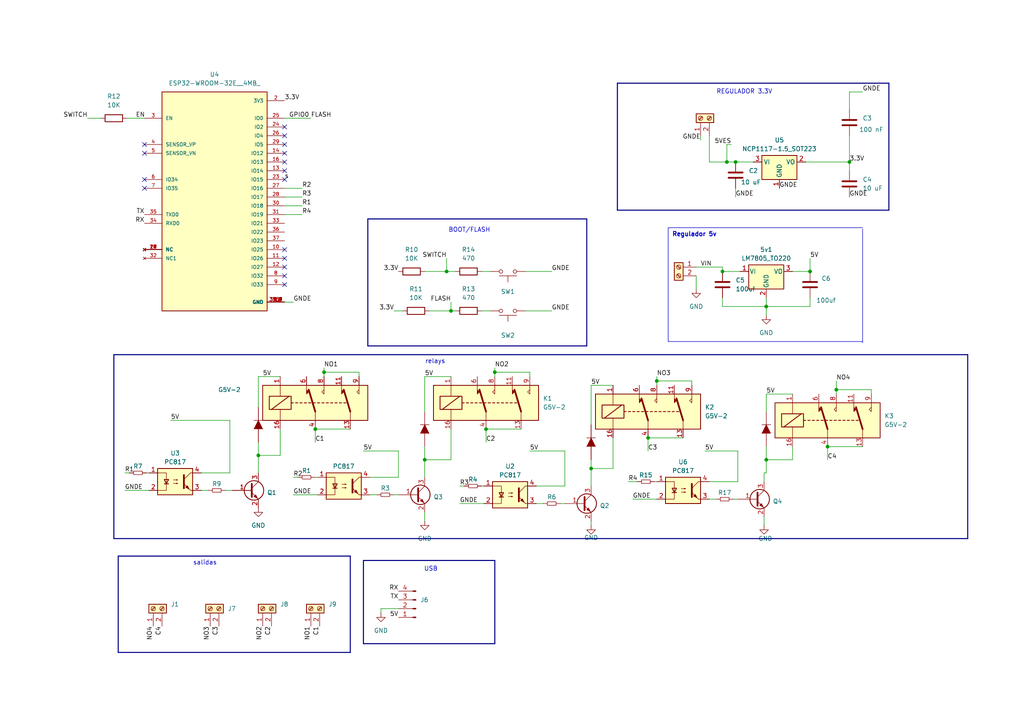
<source format=kicad_sch>
(kicad_sch
	(version 20250114)
	(generator "eeschema")
	(generator_version "9.0")
	(uuid "f4943136-be96-426f-8bad-99bae3b3f947")
	(paper "A4")
	(title_block
		(title "Automatización WiFi")
		(company "Facundo Alliana / ECU Labs")
	)
	(lib_symbols
		(symbol "2N3904_1"
			(pin_names
				(offset 0)
				(hide yes)
			)
			(exclude_from_sim no)
			(in_bom yes)
			(on_board yes)
			(property "Reference" "Q4"
				(at 5.08 -0.635 0)
				(effects
					(font
						(size 1.27 1.27)
					)
					(justify left)
				)
			)
			(property "Value" "2N3904"
				(at 5.715 -1.905 0)
				(effects
					(font
						(size 1.27 1.27)
					)
					(justify left)
					(hide yes)
				)
			)
			(property "Footprint" "MMBT3904-Diotec-Semiconductor-Symbol-Kicad-1:P200_SOT-23"
				(at 5.08 -1.905 0)
				(effects
					(font
						(size 1.27 1.27)
						(italic yes)
					)
					(justify left)
					(hide yes)
				)
			)
			(property "Datasheet" "https://www.onsemi.com/pub/Collateral/2N3903-D.PDF"
				(at 0 0 0)
				(effects
					(font
						(size 1.27 1.27)
					)
					(justify left)
					(hide yes)
				)
			)
			(property "Description" ""
				(at 0 0 0)
				(effects
					(font
						(size 1.27 1.27)
					)
					(hide yes)
				)
			)
			(property "ki_keywords" "NPN Transistor"
				(at 0 0 0)
				(effects
					(font
						(size 1.27 1.27)
					)
					(hide yes)
				)
			)
			(property "ki_fp_filters" "TO?92*"
				(at 0 0 0)
				(effects
					(font
						(size 1.27 1.27)
					)
					(hide yes)
				)
			)
			(symbol "2N3904_1_0_1"
				(polyline
					(pts
						(xy 0.635 1.905) (xy 0.635 -1.905) (xy 0.635 -1.905)
					)
					(stroke
						(width 0.508)
						(type default)
					)
					(fill
						(type none)
					)
				)
				(polyline
					(pts
						(xy 0.635 0.635) (xy 2.54 2.54)
					)
					(stroke
						(width 0)
						(type default)
					)
					(fill
						(type none)
					)
				)
				(polyline
					(pts
						(xy 0.635 -0.635) (xy 2.54 -2.54) (xy 2.54 -2.54)
					)
					(stroke
						(width 0)
						(type default)
					)
					(fill
						(type none)
					)
				)
				(circle
					(center 1.27 0)
					(radius 2.8194)
					(stroke
						(width 0.254)
						(type default)
					)
					(fill
						(type none)
					)
				)
				(polyline
					(pts
						(xy 1.27 -1.778) (xy 1.778 -1.27) (xy 2.286 -2.286) (xy 1.27 -1.778) (xy 1.27 -1.778)
					)
					(stroke
						(width 0)
						(type default)
					)
					(fill
						(type outline)
					)
				)
			)
			(symbol "2N3904_1_1_1"
				(pin passive line
					(at -5.08 0 0)
					(length 5.715)
					(name "B"
						(effects
							(font
								(size 1.27 1.27)
							)
						)
					)
					(number "1"
						(effects
							(font
								(size 1.27 1.27)
							)
						)
					)
				)
				(pin passive line
					(at 2.54 5.08 270)
					(length 2.54)
					(name "C"
						(effects
							(font
								(size 1.27 1.27)
							)
						)
					)
					(number "3"
						(effects
							(font
								(size 1.27 1.27)
							)
						)
					)
				)
				(pin passive line
					(at 2.54 -5.08 90)
					(length 2.54)
					(name "E"
						(effects
							(font
								(size 1.27 1.27)
							)
						)
					)
					(number "2"
						(effects
							(font
								(size 1.27 1.27)
							)
						)
					)
				)
			)
			(embedded_fonts no)
		)
		(symbol "Connector:Conn_01x04_Pin"
			(pin_names
				(offset 1.016)
				(hide yes)
			)
			(exclude_from_sim no)
			(in_bom yes)
			(on_board yes)
			(property "Reference" "J"
				(at 0 5.08 0)
				(effects
					(font
						(size 1.27 1.27)
					)
				)
			)
			(property "Value" "Conn_01x04_Pin"
				(at 0 -7.62 0)
				(effects
					(font
						(size 1.27 1.27)
					)
				)
			)
			(property "Footprint" ""
				(at 0 0 0)
				(effects
					(font
						(size 1.27 1.27)
					)
					(hide yes)
				)
			)
			(property "Datasheet" "~"
				(at 0 0 0)
				(effects
					(font
						(size 1.27 1.27)
					)
					(hide yes)
				)
			)
			(property "Description" "Generic connector, single row, 01x04, script generated"
				(at 0 0 0)
				(effects
					(font
						(size 1.27 1.27)
					)
					(hide yes)
				)
			)
			(property "ki_locked" ""
				(at 0 0 0)
				(effects
					(font
						(size 1.27 1.27)
					)
				)
			)
			(property "ki_keywords" "connector"
				(at 0 0 0)
				(effects
					(font
						(size 1.27 1.27)
					)
					(hide yes)
				)
			)
			(property "ki_fp_filters" "Connector*:*_1x??_*"
				(at 0 0 0)
				(effects
					(font
						(size 1.27 1.27)
					)
					(hide yes)
				)
			)
			(symbol "Conn_01x04_Pin_1_1"
				(rectangle
					(start 0.8636 2.667)
					(end 0 2.413)
					(stroke
						(width 0.1524)
						(type default)
					)
					(fill
						(type outline)
					)
				)
				(rectangle
					(start 0.8636 0.127)
					(end 0 -0.127)
					(stroke
						(width 0.1524)
						(type default)
					)
					(fill
						(type outline)
					)
				)
				(rectangle
					(start 0.8636 -2.413)
					(end 0 -2.667)
					(stroke
						(width 0.1524)
						(type default)
					)
					(fill
						(type outline)
					)
				)
				(rectangle
					(start 0.8636 -4.953)
					(end 0 -5.207)
					(stroke
						(width 0.1524)
						(type default)
					)
					(fill
						(type outline)
					)
				)
				(polyline
					(pts
						(xy 1.27 2.54) (xy 0.8636 2.54)
					)
					(stroke
						(width 0.1524)
						(type default)
					)
					(fill
						(type none)
					)
				)
				(polyline
					(pts
						(xy 1.27 0) (xy 0.8636 0)
					)
					(stroke
						(width 0.1524)
						(type default)
					)
					(fill
						(type none)
					)
				)
				(polyline
					(pts
						(xy 1.27 -2.54) (xy 0.8636 -2.54)
					)
					(stroke
						(width 0.1524)
						(type default)
					)
					(fill
						(type none)
					)
				)
				(polyline
					(pts
						(xy 1.27 -5.08) (xy 0.8636 -5.08)
					)
					(stroke
						(width 0.1524)
						(type default)
					)
					(fill
						(type none)
					)
				)
				(pin passive line
					(at 5.08 2.54 180)
					(length 3.81)
					(name "Pin_1"
						(effects
							(font
								(size 1.27 1.27)
							)
						)
					)
					(number "1"
						(effects
							(font
								(size 1.27 1.27)
							)
						)
					)
				)
				(pin passive line
					(at 5.08 0 180)
					(length 3.81)
					(name "Pin_2"
						(effects
							(font
								(size 1.27 1.27)
							)
						)
					)
					(number "2"
						(effects
							(font
								(size 1.27 1.27)
							)
						)
					)
				)
				(pin passive line
					(at 5.08 -2.54 180)
					(length 3.81)
					(name "Pin_3"
						(effects
							(font
								(size 1.27 1.27)
							)
						)
					)
					(number "3"
						(effects
							(font
								(size 1.27 1.27)
							)
						)
					)
				)
				(pin passive line
					(at 5.08 -5.08 180)
					(length 3.81)
					(name "Pin_4"
						(effects
							(font
								(size 1.27 1.27)
							)
						)
					)
					(number "4"
						(effects
							(font
								(size 1.27 1.27)
							)
						)
					)
				)
			)
			(embedded_fonts no)
		)
		(symbol "Connector:Screw_Terminal_01x02"
			(pin_names
				(offset 1.016)
				(hide yes)
			)
			(exclude_from_sim no)
			(in_bom yes)
			(on_board yes)
			(property "Reference" "J"
				(at 0 2.54 0)
				(effects
					(font
						(size 1.27 1.27)
					)
				)
			)
			(property "Value" "Screw_Terminal_01x02"
				(at 0 -5.08 0)
				(effects
					(font
						(size 1.27 1.27)
					)
				)
			)
			(property "Footprint" ""
				(at 0 0 0)
				(effects
					(font
						(size 1.27 1.27)
					)
					(hide yes)
				)
			)
			(property "Datasheet" "~"
				(at 0 0 0)
				(effects
					(font
						(size 1.27 1.27)
					)
					(hide yes)
				)
			)
			(property "Description" "Generic screw terminal, single row, 01x02, script generated (kicad-library-utils/schlib/autogen/connector/)"
				(at 0 0 0)
				(effects
					(font
						(size 1.27 1.27)
					)
					(hide yes)
				)
			)
			(property "ki_keywords" "screw terminal"
				(at 0 0 0)
				(effects
					(font
						(size 1.27 1.27)
					)
					(hide yes)
				)
			)
			(property "ki_fp_filters" "TerminalBlock*:*"
				(at 0 0 0)
				(effects
					(font
						(size 1.27 1.27)
					)
					(hide yes)
				)
			)
			(symbol "Screw_Terminal_01x02_1_1"
				(rectangle
					(start -1.27 1.27)
					(end 1.27 -3.81)
					(stroke
						(width 0.254)
						(type default)
					)
					(fill
						(type background)
					)
				)
				(polyline
					(pts
						(xy -0.5334 0.3302) (xy 0.3302 -0.508)
					)
					(stroke
						(width 0.1524)
						(type default)
					)
					(fill
						(type none)
					)
				)
				(polyline
					(pts
						(xy -0.5334 -2.2098) (xy 0.3302 -3.048)
					)
					(stroke
						(width 0.1524)
						(type default)
					)
					(fill
						(type none)
					)
				)
				(polyline
					(pts
						(xy -0.3556 0.508) (xy 0.508 -0.3302)
					)
					(stroke
						(width 0.1524)
						(type default)
					)
					(fill
						(type none)
					)
				)
				(polyline
					(pts
						(xy -0.3556 -2.032) (xy 0.508 -2.8702)
					)
					(stroke
						(width 0.1524)
						(type default)
					)
					(fill
						(type none)
					)
				)
				(circle
					(center 0 0)
					(radius 0.635)
					(stroke
						(width 0.1524)
						(type default)
					)
					(fill
						(type none)
					)
				)
				(circle
					(center 0 -2.54)
					(radius 0.635)
					(stroke
						(width 0.1524)
						(type default)
					)
					(fill
						(type none)
					)
				)
				(pin passive line
					(at -5.08 0 0)
					(length 3.81)
					(name "Pin_1"
						(effects
							(font
								(size 1.27 1.27)
							)
						)
					)
					(number "1"
						(effects
							(font
								(size 1.27 1.27)
							)
						)
					)
				)
				(pin passive line
					(at -5.08 -2.54 0)
					(length 3.81)
					(name "Pin_2"
						(effects
							(font
								(size 1.27 1.27)
							)
						)
					)
					(number "2"
						(effects
							(font
								(size 1.27 1.27)
							)
						)
					)
				)
			)
			(embedded_fonts no)
		)
		(symbol "Device:C"
			(pin_numbers
				(hide yes)
			)
			(pin_names
				(offset 0.254)
			)
			(exclude_from_sim no)
			(in_bom yes)
			(on_board yes)
			(property "Reference" "C"
				(at 0.635 2.54 0)
				(effects
					(font
						(size 1.27 1.27)
					)
					(justify left)
				)
			)
			(property "Value" "C"
				(at 0.635 -2.54 0)
				(effects
					(font
						(size 1.27 1.27)
					)
					(justify left)
				)
			)
			(property "Footprint" ""
				(at 0.9652 -3.81 0)
				(effects
					(font
						(size 1.27 1.27)
					)
					(hide yes)
				)
			)
			(property "Datasheet" "~"
				(at 0 0 0)
				(effects
					(font
						(size 1.27 1.27)
					)
					(hide yes)
				)
			)
			(property "Description" "Unpolarized capacitor"
				(at 0 0 0)
				(effects
					(font
						(size 1.27 1.27)
					)
					(hide yes)
				)
			)
			(property "ki_keywords" "cap capacitor"
				(at 0 0 0)
				(effects
					(font
						(size 1.27 1.27)
					)
					(hide yes)
				)
			)
			(property "ki_fp_filters" "C_*"
				(at 0 0 0)
				(effects
					(font
						(size 1.27 1.27)
					)
					(hide yes)
				)
			)
			(symbol "C_0_1"
				(polyline
					(pts
						(xy -2.032 0.762) (xy 2.032 0.762)
					)
					(stroke
						(width 0.508)
						(type default)
					)
					(fill
						(type none)
					)
				)
				(polyline
					(pts
						(xy -2.032 -0.762) (xy 2.032 -0.762)
					)
					(stroke
						(width 0.508)
						(type default)
					)
					(fill
						(type none)
					)
				)
			)
			(symbol "C_1_1"
				(pin passive line
					(at 0 3.81 270)
					(length 2.794)
					(name "~"
						(effects
							(font
								(size 1.27 1.27)
							)
						)
					)
					(number "1"
						(effects
							(font
								(size 1.27 1.27)
							)
						)
					)
				)
				(pin passive line
					(at 0 -3.81 90)
					(length 2.794)
					(name "~"
						(effects
							(font
								(size 1.27 1.27)
							)
						)
					)
					(number "2"
						(effects
							(font
								(size 1.27 1.27)
							)
						)
					)
				)
			)
			(embedded_fonts no)
		)
		(symbol "Device:R"
			(pin_numbers
				(hide yes)
			)
			(pin_names
				(offset 0)
			)
			(exclude_from_sim no)
			(in_bom yes)
			(on_board yes)
			(property "Reference" "R"
				(at 2.032 0 90)
				(effects
					(font
						(size 1.27 1.27)
					)
				)
			)
			(property "Value" "R"
				(at 0 0 90)
				(effects
					(font
						(size 1.27 1.27)
					)
				)
			)
			(property "Footprint" ""
				(at -1.778 0 90)
				(effects
					(font
						(size 1.27 1.27)
					)
					(hide yes)
				)
			)
			(property "Datasheet" "~"
				(at 0 0 0)
				(effects
					(font
						(size 1.27 1.27)
					)
					(hide yes)
				)
			)
			(property "Description" "Resistor"
				(at 0 0 0)
				(effects
					(font
						(size 1.27 1.27)
					)
					(hide yes)
				)
			)
			(property "ki_keywords" "R res resistor"
				(at 0 0 0)
				(effects
					(font
						(size 1.27 1.27)
					)
					(hide yes)
				)
			)
			(property "ki_fp_filters" "R_*"
				(at 0 0 0)
				(effects
					(font
						(size 1.27 1.27)
					)
					(hide yes)
				)
			)
			(symbol "R_0_1"
				(rectangle
					(start -1.016 -2.54)
					(end 1.016 2.54)
					(stroke
						(width 0.254)
						(type default)
					)
					(fill
						(type none)
					)
				)
			)
			(symbol "R_1_1"
				(pin passive line
					(at 0 3.81 270)
					(length 1.27)
					(name "~"
						(effects
							(font
								(size 1.27 1.27)
							)
						)
					)
					(number "1"
						(effects
							(font
								(size 1.27 1.27)
							)
						)
					)
				)
				(pin passive line
					(at 0 -3.81 90)
					(length 1.27)
					(name "~"
						(effects
							(font
								(size 1.27 1.27)
							)
						)
					)
					(number "2"
						(effects
							(font
								(size 1.27 1.27)
							)
						)
					)
				)
			)
			(embedded_fonts no)
		)
		(symbol "EESTN5:DIODE"
			(pin_numbers
				(hide yes)
			)
			(pin_names
				(offset 1.016)
				(hide yes)
			)
			(exclude_from_sim no)
			(in_bom yes)
			(on_board yes)
			(property "Reference" "D"
				(at 0 2.54 0)
				(effects
					(font
						(size 1.016 1.016)
					)
				)
			)
			(property "Value" "DIODE"
				(at 0 -2.54 0)
				(effects
					(font
						(size 1.016 1.016)
					)
				)
			)
			(property "Footprint" ""
				(at 0 0 0)
				(effects
					(font
						(size 1.524 1.524)
					)
				)
			)
			(property "Datasheet" ""
				(at 0 0 0)
				(effects
					(font
						(size 1.524 1.524)
					)
				)
			)
			(property "Description" ""
				(at 0 0 0)
				(effects
					(font
						(size 1.27 1.27)
					)
					(hide yes)
				)
			)
			(property "ki_fp_filters" "D* S*"
				(at 0 0 0)
				(effects
					(font
						(size 1.27 1.27)
					)
					(hide yes)
				)
			)
			(symbol "DIODE_0_1"
				(polyline
					(pts
						(xy -1.27 1.27) (xy 1.27 0) (xy -1.27 -1.27)
					)
					(stroke
						(width 0)
						(type solid)
					)
					(fill
						(type outline)
					)
				)
				(polyline
					(pts
						(xy 1.27 1.27) (xy 1.27 -1.27)
					)
					(stroke
						(width 0.1524)
						(type solid)
					)
					(fill
						(type none)
					)
				)
			)
			(symbol "DIODE_1_1"
				(pin passive line
					(at -5.08 0 0)
					(length 3.81)
					(name "A"
						(effects
							(font
								(size 1.016 1.016)
							)
						)
					)
					(number "1"
						(effects
							(font
								(size 1.016 1.016)
							)
						)
					)
				)
				(pin passive line
					(at 5.08 0 180)
					(length 3.81)
					(name "K"
						(effects
							(font
								(size 1.016 1.016)
							)
						)
					)
					(number "2"
						(effects
							(font
								(size 1.016 1.016)
							)
						)
					)
				)
			)
			(embedded_fonts no)
		)
		(symbol "EESTN5:R"
			(pin_numbers
				(hide yes)
			)
			(pin_names
				(offset 0)
			)
			(exclude_from_sim no)
			(in_bom yes)
			(on_board yes)
			(property "Reference" "R"
				(at -1.27 0 90)
				(effects
					(font
						(size 1.27 1.27)
					)
				)
			)
			(property "Value" "R"
				(at 1.27 0 90)
				(effects
					(font
						(size 1.27 1.27)
					)
				)
			)
			(property "Footprint" ""
				(at 0 0 0)
				(effects
					(font
						(size 1.524 1.524)
					)
				)
			)
			(property "Datasheet" ""
				(at 0 0 0)
				(effects
					(font
						(size 1.524 1.524)
					)
				)
			)
			(property "Description" ""
				(at 0 0 0)
				(effects
					(font
						(size 1.27 1.27)
					)
					(hide yes)
				)
			)
			(property "ki_fp_filters" "RES* R_*"
				(at 0 0 0)
				(effects
					(font
						(size 1.27 1.27)
					)
					(hide yes)
				)
			)
			(symbol "R_0_1"
				(rectangle
					(start 0.508 1.27)
					(end -0.508 -1.27)
					(stroke
						(width 0)
						(type solid)
					)
					(fill
						(type none)
					)
				)
			)
			(symbol "R_1_1"
				(pin passive line
					(at 0 2.54 270)
					(length 1.27)
					(name "~"
						(effects
							(font
								(size 1.524 1.524)
							)
						)
					)
					(number "1"
						(effects
							(font
								(size 1.524 1.524)
							)
						)
					)
				)
				(pin passive line
					(at 0 -2.54 90)
					(length 1.27)
					(name "~"
						(effects
							(font
								(size 1.524 1.524)
							)
						)
					)
					(number "2"
						(effects
							(font
								(size 1.524 1.524)
							)
						)
					)
				)
			)
			(embedded_fonts no)
		)
		(symbol "EESTN5:SW_Push"
			(pin_numbers
				(hide yes)
			)
			(pin_names
				(offset 1.016)
				(hide yes)
			)
			(exclude_from_sim no)
			(in_bom yes)
			(on_board yes)
			(property "Reference" "SW"
				(at 1.27 2.54 0)
				(effects
					(font
						(size 1.27 1.27)
					)
					(justify left)
				)
			)
			(property "Value" "SW_Push"
				(at 0 -1.524 0)
				(effects
					(font
						(size 1.27 1.27)
					)
					(hide yes)
				)
			)
			(property "Footprint" ""
				(at 0 5.08 0)
				(effects
					(font
						(size 1.27 1.27)
					)
				)
			)
			(property "Datasheet" ""
				(at 0 5.08 0)
				(effects
					(font
						(size 1.27 1.27)
					)
				)
			)
			(property "Description" "Push button switch, generic, two pins"
				(at 0 0 0)
				(effects
					(font
						(size 1.27 1.27)
					)
					(hide yes)
				)
			)
			(property "ki_keywords" "switch normally-open pushbutton push-button"
				(at 0 0 0)
				(effects
					(font
						(size 1.27 1.27)
					)
					(hide yes)
				)
			)
			(property "ki_fp_filters" "PUL* SW* SPST*"
				(at 0 0 0)
				(effects
					(font
						(size 1.27 1.27)
					)
					(hide yes)
				)
			)
			(symbol "SW_Push_0_1"
				(circle
					(center -2.032 0)
					(radius 0.508)
					(stroke
						(width 0)
						(type solid)
					)
					(fill
						(type none)
					)
				)
				(polyline
					(pts
						(xy 0 1.27) (xy 0 3.048)
					)
					(stroke
						(width 0)
						(type solid)
					)
					(fill
						(type none)
					)
				)
				(circle
					(center 2.032 0)
					(radius 0.508)
					(stroke
						(width 0)
						(type solid)
					)
					(fill
						(type none)
					)
				)
				(polyline
					(pts
						(xy 2.54 1.27) (xy -2.54 1.27)
					)
					(stroke
						(width 0)
						(type solid)
					)
					(fill
						(type none)
					)
				)
				(pin passive line
					(at -5.08 0 0)
					(length 2.54)
					(name "1"
						(effects
							(font
								(size 1.27 1.27)
							)
						)
					)
					(number "1"
						(effects
							(font
								(size 1.27 1.27)
							)
						)
					)
				)
				(pin passive line
					(at 5.08 0 180)
					(length 2.54)
					(name "2"
						(effects
							(font
								(size 1.27 1.27)
							)
						)
					)
					(number "2"
						(effects
							(font
								(size 1.27 1.27)
							)
						)
					)
				)
			)
			(embedded_fonts no)
		)
		(symbol "ESP32-WROOM-32E__4MB_:ESP32-WROOM-32E__4MB_"
			(pin_names
				(offset 1.016)
			)
			(exclude_from_sim no)
			(in_bom yes)
			(on_board yes)
			(property "Reference" "U"
				(at -15.24 33.909 0)
				(effects
					(font
						(size 1.27 1.27)
					)
					(justify left bottom)
				)
			)
			(property "Value" "ESP32-WROOM-32E__4MB_"
				(at -15.24 -33.02 0)
				(effects
					(font
						(size 1.27 1.27)
					)
					(justify left bottom)
				)
			)
			(property "Footprint" "XCVR_ESP32-WROOM-32E__4MB_"
				(at 0 0 0)
				(effects
					(font
						(size 1.27 1.27)
					)
					(justify left bottom)
					(hide yes)
				)
			)
			(property "Datasheet" ""
				(at 0 0 0)
				(effects
					(font
						(size 1.27 1.27)
					)
					(justify left bottom)
					(hide yes)
				)
			)
			(property "Description" "Espressif Systems"
				(at 0 0 0)
				(effects
					(font
						(size 1.27 1.27)
					)
					(justify left bottom)
					(hide yes)
				)
			)
			(property "MAXIMUM_PACKAGE_HEIGHT" "3.25mm"
				(at 0 0 0)
				(effects
					(font
						(size 1.27 1.27)
					)
					(justify left bottom)
					(hide yes)
				)
			)
			(property "Package" "SMD-44 Espressif Systems"
				(at 0 0 0)
				(effects
					(font
						(size 1.27 1.27)
					)
					(justify left bottom)
					(hide yes)
				)
			)
			(property "Price" "None"
				(at 0 0 0)
				(effects
					(font
						(size 1.27 1.27)
					)
					(justify left bottom)
					(hide yes)
				)
			)
			(property "Check_prices" "https://www.snapeda.com/parts/ESP32-WROOM-32E%20(4MB)/Espressif+Systems/view-part/?ref=eda"
				(at 0 0 0)
				(effects
					(font
						(size 1.27 1.27)
					)
					(justify left bottom)
					(hide yes)
				)
			)
			(property "STANDARD" "Manufacturer Recommendations"
				(at 0 0 0)
				(effects
					(font
						(size 1.27 1.27)
					)
					(justify left bottom)
					(hide yes)
				)
			)
			(property "PARTREV" "1.4"
				(at 0 0 0)
				(effects
					(font
						(size 1.27 1.27)
					)
					(justify left bottom)
					(hide yes)
				)
			)
			(property "SnapEDA_Link" "https://www.snapeda.com/parts/ESP32-WROOM-32E%20(4MB)/Espressif+Systems/view-part/?ref=snap"
				(at 0 0 0)
				(effects
					(font
						(size 1.27 1.27)
					)
					(justify left bottom)
					(hide yes)
				)
			)
			(property "MP" "ESP32-WROOM-32E (4MB)"
				(at 0 0 0)
				(effects
					(font
						(size 1.27 1.27)
					)
					(justify left bottom)
					(hide yes)
				)
			)
			(property "Description_1" "\\nBluetooth, WiFi 802.11b/g/n, Bluetooth v4.2 +EDR, Class 1, 2 and 3 Transceiver Module 2.4GHz ~{} 2.5GHz Integrated, Trace Surface Mount\\n"
				(at 0 0 0)
				(effects
					(font
						(size 1.27 1.27)
					)
					(justify left bottom)
					(hide yes)
				)
			)
			(property "Availability" "In Stock"
				(at 0 0 0)
				(effects
					(font
						(size 1.27 1.27)
					)
					(justify left bottom)
					(hide yes)
				)
			)
			(property "MANUFACTURER" "Espressif Systems"
				(at 0 0 0)
				(effects
					(font
						(size 1.27 1.27)
					)
					(justify left bottom)
					(hide yes)
				)
			)
			(property "ki_locked" ""
				(at 0 0 0)
				(effects
					(font
						(size 1.27 1.27)
					)
				)
			)
			(symbol "ESP32-WROOM-32E__4MB__0_0"
				(rectangle
					(start -15.24 -30.48)
					(end 15.24 33.02)
					(stroke
						(width 0.254)
						(type solid)
					)
					(fill
						(type background)
					)
				)
				(pin input line
					(at -20.32 25.4 0)
					(length 5.08)
					(name "EN"
						(effects
							(font
								(size 1.016 1.016)
							)
						)
					)
					(number "3"
						(effects
							(font
								(size 1.016 1.016)
							)
						)
					)
				)
				(pin input line
					(at -20.32 17.78 0)
					(length 5.08)
					(name "SENSOR_VP"
						(effects
							(font
								(size 1.016 1.016)
							)
						)
					)
					(number "4"
						(effects
							(font
								(size 1.016 1.016)
							)
						)
					)
				)
				(pin input line
					(at -20.32 15.24 0)
					(length 5.08)
					(name "SENSOR_VN"
						(effects
							(font
								(size 1.016 1.016)
							)
						)
					)
					(number "5"
						(effects
							(font
								(size 1.016 1.016)
							)
						)
					)
				)
				(pin input line
					(at -20.32 7.62 0)
					(length 5.08)
					(name "IO34"
						(effects
							(font
								(size 1.016 1.016)
							)
						)
					)
					(number "6"
						(effects
							(font
								(size 1.016 1.016)
							)
						)
					)
				)
				(pin input line
					(at -20.32 5.08 0)
					(length 5.08)
					(name "IO35"
						(effects
							(font
								(size 1.016 1.016)
							)
						)
					)
					(number "7"
						(effects
							(font
								(size 1.016 1.016)
							)
						)
					)
				)
				(pin bidirectional line
					(at -20.32 -2.54 0)
					(length 5.08)
					(name "TXD0"
						(effects
							(font
								(size 1.016 1.016)
							)
						)
					)
					(number "35"
						(effects
							(font
								(size 1.016 1.016)
							)
						)
					)
				)
				(pin bidirectional line
					(at -20.32 -5.08 0)
					(length 5.08)
					(name "RXD0"
						(effects
							(font
								(size 1.016 1.016)
							)
						)
					)
					(number "34"
						(effects
							(font
								(size 1.016 1.016)
							)
						)
					)
				)
				(pin no_connect line
					(at -20.32 -12.7 0)
					(length 5.08)
					(name "NC"
						(effects
							(font
								(size 1.016 1.016)
							)
						)
					)
					(number "17"
						(effects
							(font
								(size 1.016 1.016)
							)
						)
					)
				)
				(pin no_connect line
					(at -20.32 -12.7 0)
					(length 5.08)
					(name "NC"
						(effects
							(font
								(size 1.016 1.016)
							)
						)
					)
					(number "18"
						(effects
							(font
								(size 1.016 1.016)
							)
						)
					)
				)
				(pin no_connect line
					(at -20.32 -12.7 0)
					(length 5.08)
					(name "NC"
						(effects
							(font
								(size 1.016 1.016)
							)
						)
					)
					(number "19"
						(effects
							(font
								(size 1.016 1.016)
							)
						)
					)
				)
				(pin no_connect line
					(at -20.32 -12.7 0)
					(length 5.08)
					(name "NC"
						(effects
							(font
								(size 1.016 1.016)
							)
						)
					)
					(number "20"
						(effects
							(font
								(size 1.016 1.016)
							)
						)
					)
				)
				(pin no_connect line
					(at -20.32 -12.7 0)
					(length 5.08)
					(name "NC"
						(effects
							(font
								(size 1.016 1.016)
							)
						)
					)
					(number "21"
						(effects
							(font
								(size 1.016 1.016)
							)
						)
					)
				)
				(pin no_connect line
					(at -20.32 -12.7 0)
					(length 5.08)
					(name "NC"
						(effects
							(font
								(size 1.016 1.016)
							)
						)
					)
					(number "22"
						(effects
							(font
								(size 1.016 1.016)
							)
						)
					)
				)
				(pin no_connect line
					(at -20.32 -15.24 0)
					(length 5.08)
					(name "NC1"
						(effects
							(font
								(size 1.016 1.016)
							)
						)
					)
					(number "32"
						(effects
							(font
								(size 1.016 1.016)
							)
						)
					)
				)
				(pin power_in line
					(at 20.32 30.48 180)
					(length 5.08)
					(name "3V3"
						(effects
							(font
								(size 1.016 1.016)
							)
						)
					)
					(number "2"
						(effects
							(font
								(size 1.016 1.016)
							)
						)
					)
				)
				(pin bidirectional line
					(at 20.32 25.4 180)
					(length 5.08)
					(name "IO0"
						(effects
							(font
								(size 1.016 1.016)
							)
						)
					)
					(number "25"
						(effects
							(font
								(size 1.016 1.016)
							)
						)
					)
				)
				(pin bidirectional line
					(at 20.32 22.86 180)
					(length 5.08)
					(name "IO2"
						(effects
							(font
								(size 1.016 1.016)
							)
						)
					)
					(number "24"
						(effects
							(font
								(size 1.016 1.016)
							)
						)
					)
				)
				(pin bidirectional line
					(at 20.32 20.32 180)
					(length 5.08)
					(name "IO4"
						(effects
							(font
								(size 1.016 1.016)
							)
						)
					)
					(number "26"
						(effects
							(font
								(size 1.016 1.016)
							)
						)
					)
				)
				(pin bidirectional line
					(at 20.32 17.78 180)
					(length 5.08)
					(name "IO5"
						(effects
							(font
								(size 1.016 1.016)
							)
						)
					)
					(number "29"
						(effects
							(font
								(size 1.016 1.016)
							)
						)
					)
				)
				(pin bidirectional line
					(at 20.32 15.24 180)
					(length 5.08)
					(name "IO12"
						(effects
							(font
								(size 1.016 1.016)
							)
						)
					)
					(number "14"
						(effects
							(font
								(size 1.016 1.016)
							)
						)
					)
				)
				(pin bidirectional line
					(at 20.32 12.7 180)
					(length 5.08)
					(name "IO13"
						(effects
							(font
								(size 1.016 1.016)
							)
						)
					)
					(number "16"
						(effects
							(font
								(size 1.016 1.016)
							)
						)
					)
				)
				(pin bidirectional line
					(at 20.32 10.16 180)
					(length 5.08)
					(name "IO14"
						(effects
							(font
								(size 1.016 1.016)
							)
						)
					)
					(number "13"
						(effects
							(font
								(size 1.016 1.016)
							)
						)
					)
				)
				(pin bidirectional line
					(at 20.32 7.62 180)
					(length 5.08)
					(name "IO15"
						(effects
							(font
								(size 1.016 1.016)
							)
						)
					)
					(number "23"
						(effects
							(font
								(size 1.016 1.016)
							)
						)
					)
				)
				(pin bidirectional line
					(at 20.32 5.08 180)
					(length 5.08)
					(name "IO16"
						(effects
							(font
								(size 1.016 1.016)
							)
						)
					)
					(number "27"
						(effects
							(font
								(size 1.016 1.016)
							)
						)
					)
				)
				(pin bidirectional line
					(at 20.32 2.54 180)
					(length 5.08)
					(name "IO17"
						(effects
							(font
								(size 1.016 1.016)
							)
						)
					)
					(number "28"
						(effects
							(font
								(size 1.016 1.016)
							)
						)
					)
				)
				(pin bidirectional line
					(at 20.32 0 180)
					(length 5.08)
					(name "IO18"
						(effects
							(font
								(size 1.016 1.016)
							)
						)
					)
					(number "30"
						(effects
							(font
								(size 1.016 1.016)
							)
						)
					)
				)
				(pin bidirectional line
					(at 20.32 -2.54 180)
					(length 5.08)
					(name "IO19"
						(effects
							(font
								(size 1.016 1.016)
							)
						)
					)
					(number "31"
						(effects
							(font
								(size 1.016 1.016)
							)
						)
					)
				)
				(pin bidirectional line
					(at 20.32 -5.08 180)
					(length 5.08)
					(name "IO21"
						(effects
							(font
								(size 1.016 1.016)
							)
						)
					)
					(number "33"
						(effects
							(font
								(size 1.016 1.016)
							)
						)
					)
				)
				(pin bidirectional line
					(at 20.32 -7.62 180)
					(length 5.08)
					(name "IO22"
						(effects
							(font
								(size 1.016 1.016)
							)
						)
					)
					(number "36"
						(effects
							(font
								(size 1.016 1.016)
							)
						)
					)
				)
				(pin bidirectional line
					(at 20.32 -10.16 180)
					(length 5.08)
					(name "IO23"
						(effects
							(font
								(size 1.016 1.016)
							)
						)
					)
					(number "37"
						(effects
							(font
								(size 1.016 1.016)
							)
						)
					)
				)
				(pin bidirectional line
					(at 20.32 -12.7 180)
					(length 5.08)
					(name "IO25"
						(effects
							(font
								(size 1.016 1.016)
							)
						)
					)
					(number "10"
						(effects
							(font
								(size 1.016 1.016)
							)
						)
					)
				)
				(pin bidirectional line
					(at 20.32 -15.24 180)
					(length 5.08)
					(name "IO26"
						(effects
							(font
								(size 1.016 1.016)
							)
						)
					)
					(number "11"
						(effects
							(font
								(size 1.016 1.016)
							)
						)
					)
				)
				(pin bidirectional line
					(at 20.32 -17.78 180)
					(length 5.08)
					(name "IO27"
						(effects
							(font
								(size 1.016 1.016)
							)
						)
					)
					(number "12"
						(effects
							(font
								(size 1.016 1.016)
							)
						)
					)
				)
				(pin bidirectional line
					(at 20.32 -20.32 180)
					(length 5.08)
					(name "IO32"
						(effects
							(font
								(size 1.016 1.016)
							)
						)
					)
					(number "8"
						(effects
							(font
								(size 1.016 1.016)
							)
						)
					)
				)
				(pin bidirectional line
					(at 20.32 -22.86 180)
					(length 5.08)
					(name "IO33"
						(effects
							(font
								(size 1.016 1.016)
							)
						)
					)
					(number "9"
						(effects
							(font
								(size 1.016 1.016)
							)
						)
					)
				)
				(pin power_in line
					(at 20.32 -27.94 180)
					(length 5.08)
					(name "GND"
						(effects
							(font
								(size 1.016 1.016)
							)
						)
					)
					(number "1"
						(effects
							(font
								(size 1.016 1.016)
							)
						)
					)
				)
				(pin power_in line
					(at 20.32 -27.94 180)
					(length 5.08)
					(name "GND"
						(effects
							(font
								(size 1.016 1.016)
							)
						)
					)
					(number "15"
						(effects
							(font
								(size 1.016 1.016)
							)
						)
					)
				)
				(pin power_in line
					(at 20.32 -27.94 180)
					(length 5.08)
					(name "GND"
						(effects
							(font
								(size 1.016 1.016)
							)
						)
					)
					(number "38"
						(effects
							(font
								(size 1.016 1.016)
							)
						)
					)
				)
				(pin power_in line
					(at 20.32 -27.94 180)
					(length 5.08)
					(name "GND"
						(effects
							(font
								(size 1.016 1.016)
							)
						)
					)
					(number "39_1"
						(effects
							(font
								(size 1.016 1.016)
							)
						)
					)
				)
				(pin power_in line
					(at 20.32 -27.94 180)
					(length 5.08)
					(name "GND"
						(effects
							(font
								(size 1.016 1.016)
							)
						)
					)
					(number "39_2"
						(effects
							(font
								(size 1.016 1.016)
							)
						)
					)
				)
				(pin power_in line
					(at 20.32 -27.94 180)
					(length 5.08)
					(name "GND"
						(effects
							(font
								(size 1.016 1.016)
							)
						)
					)
					(number "39_3"
						(effects
							(font
								(size 1.016 1.016)
							)
						)
					)
				)
				(pin power_in line
					(at 20.32 -27.94 180)
					(length 5.08)
					(name "GND"
						(effects
							(font
								(size 1.016 1.016)
							)
						)
					)
					(number "39_4"
						(effects
							(font
								(size 1.016 1.016)
							)
						)
					)
				)
				(pin power_in line
					(at 20.32 -27.94 180)
					(length 5.08)
					(name "GND"
						(effects
							(font
								(size 1.016 1.016)
							)
						)
					)
					(number "39_5"
						(effects
							(font
								(size 1.016 1.016)
							)
						)
					)
				)
				(pin power_in line
					(at 20.32 -27.94 180)
					(length 5.08)
					(name "GND"
						(effects
							(font
								(size 1.016 1.016)
							)
						)
					)
					(number "39_6"
						(effects
							(font
								(size 1.016 1.016)
							)
						)
					)
				)
				(pin power_in line
					(at 20.32 -27.94 180)
					(length 5.08)
					(name "GND"
						(effects
							(font
								(size 1.016 1.016)
							)
						)
					)
					(number "39_7"
						(effects
							(font
								(size 1.016 1.016)
							)
						)
					)
				)
				(pin power_in line
					(at 20.32 -27.94 180)
					(length 5.08)
					(name "GND"
						(effects
							(font
								(size 1.016 1.016)
							)
						)
					)
					(number "39_8"
						(effects
							(font
								(size 1.016 1.016)
							)
						)
					)
				)
				(pin power_in line
					(at 20.32 -27.94 180)
					(length 5.08)
					(name "GND"
						(effects
							(font
								(size 1.016 1.016)
							)
						)
					)
					(number "39_9"
						(effects
							(font
								(size 1.016 1.016)
							)
						)
					)
				)
			)
			(embedded_fonts no)
		)
		(symbol "Isolator:PC817"
			(pin_names
				(offset 1.016)
			)
			(exclude_from_sim no)
			(in_bom yes)
			(on_board yes)
			(property "Reference" "U"
				(at -5.08 5.08 0)
				(effects
					(font
						(size 1.27 1.27)
					)
					(justify left)
				)
			)
			(property "Value" "PC817"
				(at 0 5.08 0)
				(effects
					(font
						(size 1.27 1.27)
					)
					(justify left)
				)
			)
			(property "Footprint" "Package_DIP:DIP-4_W7.62mm"
				(at -5.08 -5.08 0)
				(effects
					(font
						(size 1.27 1.27)
						(italic yes)
					)
					(justify left)
					(hide yes)
				)
			)
			(property "Datasheet" "http://www.soselectronic.cz/a_info/resource/d/pc817.pdf"
				(at 0 0 0)
				(effects
					(font
						(size 1.27 1.27)
					)
					(justify left)
					(hide yes)
				)
			)
			(property "Description" "DC Optocoupler, Vce 35V, CTR 50-300%, DIP-4"
				(at 0 0 0)
				(effects
					(font
						(size 1.27 1.27)
					)
					(hide yes)
				)
			)
			(property "ki_keywords" "NPN DC Optocoupler"
				(at 0 0 0)
				(effects
					(font
						(size 1.27 1.27)
					)
					(hide yes)
				)
			)
			(property "ki_fp_filters" "DIP*W7.62mm*"
				(at 0 0 0)
				(effects
					(font
						(size 1.27 1.27)
					)
					(hide yes)
				)
			)
			(symbol "PC817_0_1"
				(rectangle
					(start -5.08 3.81)
					(end 5.08 -3.81)
					(stroke
						(width 0.254)
						(type default)
					)
					(fill
						(type background)
					)
				)
				(polyline
					(pts
						(xy -5.08 2.54) (xy -2.54 2.54) (xy -2.54 -0.635)
					)
					(stroke
						(width 0)
						(type default)
					)
					(fill
						(type none)
					)
				)
				(polyline
					(pts
						(xy -3.175 -0.635) (xy -1.905 -0.635)
					)
					(stroke
						(width 0.254)
						(type default)
					)
					(fill
						(type none)
					)
				)
				(polyline
					(pts
						(xy -2.54 -0.635) (xy -2.54 -2.54) (xy -5.08 -2.54)
					)
					(stroke
						(width 0)
						(type default)
					)
					(fill
						(type none)
					)
				)
				(polyline
					(pts
						(xy -2.54 -0.635) (xy -3.175 0.635) (xy -1.905 0.635) (xy -2.54 -0.635)
					)
					(stroke
						(width 0.254)
						(type default)
					)
					(fill
						(type none)
					)
				)
				(polyline
					(pts
						(xy -0.508 0.508) (xy 0.762 0.508) (xy 0.381 0.381) (xy 0.381 0.635) (xy 0.762 0.508)
					)
					(stroke
						(width 0)
						(type default)
					)
					(fill
						(type none)
					)
				)
				(polyline
					(pts
						(xy -0.508 -0.508) (xy 0.762 -0.508) (xy 0.381 -0.635) (xy 0.381 -0.381) (xy 0.762 -0.508)
					)
					(stroke
						(width 0)
						(type default)
					)
					(fill
						(type none)
					)
				)
				(polyline
					(pts
						(xy 2.54 1.905) (xy 2.54 -1.905) (xy 2.54 -1.905)
					)
					(stroke
						(width 0.508)
						(type default)
					)
					(fill
						(type none)
					)
				)
				(polyline
					(pts
						(xy 2.54 0.635) (xy 4.445 2.54)
					)
					(stroke
						(width 0)
						(type default)
					)
					(fill
						(type none)
					)
				)
				(polyline
					(pts
						(xy 3.048 -1.651) (xy 3.556 -1.143) (xy 4.064 -2.159) (xy 3.048 -1.651) (xy 3.048 -1.651)
					)
					(stroke
						(width 0)
						(type default)
					)
					(fill
						(type outline)
					)
				)
				(polyline
					(pts
						(xy 4.445 2.54) (xy 5.08 2.54)
					)
					(stroke
						(width 0)
						(type default)
					)
					(fill
						(type none)
					)
				)
				(polyline
					(pts
						(xy 4.445 -2.54) (xy 2.54 -0.635)
					)
					(stroke
						(width 0)
						(type default)
					)
					(fill
						(type outline)
					)
				)
				(polyline
					(pts
						(xy 4.445 -2.54) (xy 5.08 -2.54)
					)
					(stroke
						(width 0)
						(type default)
					)
					(fill
						(type none)
					)
				)
			)
			(symbol "PC817_1_1"
				(pin passive line
					(at -7.62 2.54 0)
					(length 2.54)
					(name "~"
						(effects
							(font
								(size 1.27 1.27)
							)
						)
					)
					(number "1"
						(effects
							(font
								(size 1.27 1.27)
							)
						)
					)
				)
				(pin passive line
					(at -7.62 -2.54 0)
					(length 2.54)
					(name "~"
						(effects
							(font
								(size 1.27 1.27)
							)
						)
					)
					(number "2"
						(effects
							(font
								(size 1.27 1.27)
							)
						)
					)
				)
				(pin passive line
					(at 7.62 2.54 180)
					(length 2.54)
					(name "~"
						(effects
							(font
								(size 1.27 1.27)
							)
						)
					)
					(number "4"
						(effects
							(font
								(size 1.27 1.27)
							)
						)
					)
				)
				(pin passive line
					(at 7.62 -2.54 180)
					(length 2.54)
					(name "~"
						(effects
							(font
								(size 1.27 1.27)
							)
						)
					)
					(number "3"
						(effects
							(font
								(size 1.27 1.27)
							)
						)
					)
				)
			)
			(embedded_fonts no)
		)
		(symbol "Regulator_Linear:LM7805_TO220"
			(pin_names
				(offset 0.254)
			)
			(exclude_from_sim no)
			(in_bom yes)
			(on_board yes)
			(property "Reference" "U"
				(at -3.81 3.175 0)
				(effects
					(font
						(size 1.27 1.27)
					)
				)
			)
			(property "Value" "LM7805_TO220"
				(at 0 3.175 0)
				(effects
					(font
						(size 1.27 1.27)
					)
					(justify left)
				)
			)
			(property "Footprint" "Package_TO_SOT_THT:TO-220-3_Vertical"
				(at 0 5.715 0)
				(effects
					(font
						(size 1.27 1.27)
						(italic yes)
					)
					(hide yes)
				)
			)
			(property "Datasheet" "https://www.onsemi.cn/PowerSolutions/document/MC7800-D.PDF"
				(at 0 -1.27 0)
				(effects
					(font
						(size 1.27 1.27)
					)
					(hide yes)
				)
			)
			(property "Description" "Positive 1A 35V Linear Regulator, Fixed Output 5V, TO-220"
				(at 0 0 0)
				(effects
					(font
						(size 1.27 1.27)
					)
					(hide yes)
				)
			)
			(property "ki_keywords" "Voltage Regulator 1A Positive"
				(at 0 0 0)
				(effects
					(font
						(size 1.27 1.27)
					)
					(hide yes)
				)
			)
			(property "ki_fp_filters" "TO?220*"
				(at 0 0 0)
				(effects
					(font
						(size 1.27 1.27)
					)
					(hide yes)
				)
			)
			(symbol "LM7805_TO220_0_1"
				(rectangle
					(start -5.08 1.905)
					(end 5.08 -5.08)
					(stroke
						(width 0.254)
						(type default)
					)
					(fill
						(type background)
					)
				)
			)
			(symbol "LM7805_TO220_1_1"
				(pin power_in line
					(at -7.62 0 0)
					(length 2.54)
					(name "VI"
						(effects
							(font
								(size 1.27 1.27)
							)
						)
					)
					(number "1"
						(effects
							(font
								(size 1.27 1.27)
							)
						)
					)
				)
				(pin power_in line
					(at 0 -7.62 90)
					(length 2.54)
					(name "GND"
						(effects
							(font
								(size 1.27 1.27)
							)
						)
					)
					(number "2"
						(effects
							(font
								(size 1.27 1.27)
							)
						)
					)
				)
				(pin power_out line
					(at 7.62 0 180)
					(length 2.54)
					(name "VO"
						(effects
							(font
								(size 1.27 1.27)
							)
						)
					)
					(number "3"
						(effects
							(font
								(size 1.27 1.27)
							)
						)
					)
				)
			)
			(embedded_fonts no)
		)
		(symbol "Regulator_Linear:NCP1117-1.5_SOT223"
			(exclude_from_sim no)
			(in_bom yes)
			(on_board yes)
			(property "Reference" "U"
				(at -3.81 3.175 0)
				(effects
					(font
						(size 1.27 1.27)
					)
				)
			)
			(property "Value" "NCP1117-1.5_SOT223"
				(at 0 3.175 0)
				(effects
					(font
						(size 1.27 1.27)
					)
					(justify left)
				)
			)
			(property "Footprint" "Package_TO_SOT_SMD:SOT-223-3_TabPin2"
				(at 0 5.08 0)
				(effects
					(font
						(size 1.27 1.27)
					)
					(hide yes)
				)
			)
			(property "Datasheet" "http://www.onsemi.com/pub_link/Collateral/NCP1117-D.PDF"
				(at 2.54 -6.35 0)
				(effects
					(font
						(size 1.27 1.27)
					)
					(hide yes)
				)
			)
			(property "Description" "1A Low drop-out regulator, Fixed Output 1.5V, SOT-223"
				(at 0 0 0)
				(effects
					(font
						(size 1.27 1.27)
					)
					(hide yes)
				)
			)
			(property "ki_keywords" "REGULATOR LDO 1.5V"
				(at 0 0 0)
				(effects
					(font
						(size 1.27 1.27)
					)
					(hide yes)
				)
			)
			(property "ki_fp_filters" "SOT?223*TabPin2*"
				(at 0 0 0)
				(effects
					(font
						(size 1.27 1.27)
					)
					(hide yes)
				)
			)
			(symbol "NCP1117-1.5_SOT223_0_1"
				(rectangle
					(start -5.08 -5.08)
					(end 5.08 1.905)
					(stroke
						(width 0.254)
						(type default)
					)
					(fill
						(type background)
					)
				)
			)
			(symbol "NCP1117-1.5_SOT223_1_1"
				(pin power_in line
					(at -7.62 0 0)
					(length 2.54)
					(name "VI"
						(effects
							(font
								(size 1.27 1.27)
							)
						)
					)
					(number "3"
						(effects
							(font
								(size 1.27 1.27)
							)
						)
					)
				)
				(pin power_in line
					(at 0 -7.62 90)
					(length 2.54)
					(name "GND"
						(effects
							(font
								(size 1.27 1.27)
							)
						)
					)
					(number "1"
						(effects
							(font
								(size 1.27 1.27)
							)
						)
					)
				)
				(pin power_out line
					(at 7.62 0 180)
					(length 2.54)
					(name "VO"
						(effects
							(font
								(size 1.27 1.27)
							)
						)
					)
					(number "2"
						(effects
							(font
								(size 1.27 1.27)
							)
						)
					)
				)
			)
			(embedded_fonts no)
		)
		(symbol "Relay:G5V-2"
			(exclude_from_sim no)
			(in_bom yes)
			(on_board yes)
			(property "Reference" "K"
				(at 16.51 3.81 0)
				(effects
					(font
						(size 1.27 1.27)
					)
					(justify left)
				)
			)
			(property "Value" "G5V-2"
				(at 16.51 1.27 0)
				(effects
					(font
						(size 1.27 1.27)
					)
					(justify left)
				)
			)
			(property "Footprint" "Relay_THT:Relay_DPDT_Omron_G5V-2"
				(at 16.51 -1.27 0)
				(effects
					(font
						(size 1.27 1.27)
					)
					(justify left)
					(hide yes)
				)
			)
			(property "Datasheet" "http://omronfs.omron.com/en_US/ecb/products/pdf/en-g5v_2.pdf"
				(at 0 0 0)
				(effects
					(font
						(size 1.27 1.27)
					)
					(hide yes)
				)
			)
			(property "Description" "Relay Miniature Omron DPDT"
				(at 0 0 0)
				(effects
					(font
						(size 1.27 1.27)
					)
					(hide yes)
				)
			)
			(property "ki_keywords" "Miniature Relay Dual Pole DPDT Omron"
				(at 0 0 0)
				(effects
					(font
						(size 1.27 1.27)
					)
					(hide yes)
				)
			)
			(property "ki_fp_filters" "Relay*DPDT*Omron*G5V*"
				(at 0 0 0)
				(effects
					(font
						(size 1.27 1.27)
					)
					(hide yes)
				)
			)
			(symbol "G5V-2_0_1"
				(rectangle
					(start -15.24 5.08)
					(end 15.24 -5.08)
					(stroke
						(width 0.254)
						(type default)
					)
					(fill
						(type background)
					)
				)
				(rectangle
					(start -13.335 1.905)
					(end -6.985 -1.905)
					(stroke
						(width 0.254)
						(type default)
					)
					(fill
						(type none)
					)
				)
				(polyline
					(pts
						(xy -12.7 -1.905) (xy -7.62 1.905)
					)
					(stroke
						(width 0.254)
						(type default)
					)
					(fill
						(type none)
					)
				)
				(polyline
					(pts
						(xy -10.16 5.08) (xy -10.16 1.905)
					)
					(stroke
						(width 0)
						(type default)
					)
					(fill
						(type none)
					)
				)
				(polyline
					(pts
						(xy -10.16 -5.08) (xy -10.16 -1.905)
					)
					(stroke
						(width 0)
						(type default)
					)
					(fill
						(type none)
					)
				)
				(polyline
					(pts
						(xy -6.985 0) (xy -6.35 0)
					)
					(stroke
						(width 0.254)
						(type default)
					)
					(fill
						(type none)
					)
				)
				(polyline
					(pts
						(xy -5.715 0) (xy -5.08 0)
					)
					(stroke
						(width 0.254)
						(type default)
					)
					(fill
						(type none)
					)
				)
				(polyline
					(pts
						(xy -4.445 0) (xy -3.81 0)
					)
					(stroke
						(width 0.254)
						(type default)
					)
					(fill
						(type none)
					)
				)
				(polyline
					(pts
						(xy -3.175 0) (xy -2.54 0)
					)
					(stroke
						(width 0.254)
						(type default)
					)
					(fill
						(type none)
					)
				)
				(polyline
					(pts
						(xy -2.54 5.08) (xy -2.54 2.54) (xy -1.905 3.175) (xy -2.54 3.81)
					)
					(stroke
						(width 0)
						(type default)
					)
					(fill
						(type outline)
					)
				)
				(polyline
					(pts
						(xy -1.905 0) (xy -1.27 0)
					)
					(stroke
						(width 0.254)
						(type default)
					)
					(fill
						(type none)
					)
				)
				(polyline
					(pts
						(xy -0.635 0) (xy 0 0)
					)
					(stroke
						(width 0.254)
						(type default)
					)
					(fill
						(type none)
					)
				)
				(polyline
					(pts
						(xy 0 -2.54) (xy -1.905 3.81)
					)
					(stroke
						(width 0.508)
						(type default)
					)
					(fill
						(type none)
					)
				)
				(polyline
					(pts
						(xy 0 -2.54) (xy 0 -5.08)
					)
					(stroke
						(width 0)
						(type default)
					)
					(fill
						(type none)
					)
				)
				(polyline
					(pts
						(xy 0.635 0) (xy 1.27 0)
					)
					(stroke
						(width 0.254)
						(type default)
					)
					(fill
						(type none)
					)
				)
				(polyline
					(pts
						(xy 1.905 0) (xy 2.54 0)
					)
					(stroke
						(width 0.254)
						(type default)
					)
					(fill
						(type none)
					)
				)
				(polyline
					(pts
						(xy 2.54 5.08) (xy 2.54 2.54) (xy 1.905 3.175) (xy 2.54 3.81)
					)
					(stroke
						(width 0)
						(type default)
					)
					(fill
						(type none)
					)
				)
				(polyline
					(pts
						(xy 3.175 0) (xy 3.81 0)
					)
					(stroke
						(width 0.254)
						(type default)
					)
					(fill
						(type none)
					)
				)
				(polyline
					(pts
						(xy 4.445 0) (xy 5.08 0)
					)
					(stroke
						(width 0.254)
						(type default)
					)
					(fill
						(type none)
					)
				)
				(polyline
					(pts
						(xy 5.715 0) (xy 6.35 0)
					)
					(stroke
						(width 0.254)
						(type default)
					)
					(fill
						(type none)
					)
				)
				(polyline
					(pts
						(xy 6.985 0) (xy 7.62 0)
					)
					(stroke
						(width 0.254)
						(type default)
					)
					(fill
						(type none)
					)
				)
				(polyline
					(pts
						(xy 7.62 5.08) (xy 7.62 2.54) (xy 8.255 3.175) (xy 7.62 3.81)
					)
					(stroke
						(width 0)
						(type default)
					)
					(fill
						(type outline)
					)
				)
				(polyline
					(pts
						(xy 8.255 0) (xy 8.89 0)
					)
					(stroke
						(width 0.254)
						(type default)
					)
					(fill
						(type none)
					)
				)
				(polyline
					(pts
						(xy 10.16 -2.54) (xy 8.255 3.81)
					)
					(stroke
						(width 0.508)
						(type default)
					)
					(fill
						(type none)
					)
				)
				(polyline
					(pts
						(xy 10.16 -2.54) (xy 10.16 -5.08)
					)
					(stroke
						(width 0)
						(type default)
					)
					(fill
						(type none)
					)
				)
				(polyline
					(pts
						(xy 12.7 5.08) (xy 12.7 2.54) (xy 12.065 3.175) (xy 12.7 3.81)
					)
					(stroke
						(width 0)
						(type default)
					)
					(fill
						(type none)
					)
				)
			)
			(symbol "G5V-2_1_1"
				(pin passive line
					(at -10.16 7.62 270)
					(length 2.54)
					(name "~"
						(effects
							(font
								(size 1.27 1.27)
							)
						)
					)
					(number "1"
						(effects
							(font
								(size 1.27 1.27)
							)
						)
					)
				)
				(pin passive line
					(at -10.16 -7.62 90)
					(length 2.54)
					(name "~"
						(effects
							(font
								(size 1.27 1.27)
							)
						)
					)
					(number "16"
						(effects
							(font
								(size 1.27 1.27)
							)
						)
					)
				)
				(pin passive line
					(at -2.54 7.62 270)
					(length 2.54)
					(name "~"
						(effects
							(font
								(size 1.27 1.27)
							)
						)
					)
					(number "6"
						(effects
							(font
								(size 1.27 1.27)
							)
						)
					)
				)
				(pin passive line
					(at 0 -7.62 90)
					(length 2.54)
					(name "~"
						(effects
							(font
								(size 1.27 1.27)
							)
						)
					)
					(number "4"
						(effects
							(font
								(size 1.27 1.27)
							)
						)
					)
				)
				(pin passive line
					(at 2.54 7.62 270)
					(length 2.54)
					(name "~"
						(effects
							(font
								(size 1.27 1.27)
							)
						)
					)
					(number "8"
						(effects
							(font
								(size 1.27 1.27)
							)
						)
					)
				)
				(pin passive line
					(at 7.62 7.62 270)
					(length 2.54)
					(name "~"
						(effects
							(font
								(size 1.27 1.27)
							)
						)
					)
					(number "11"
						(effects
							(font
								(size 1.27 1.27)
							)
						)
					)
				)
				(pin passive line
					(at 10.16 -7.62 90)
					(length 2.54)
					(name "~"
						(effects
							(font
								(size 1.27 1.27)
							)
						)
					)
					(number "13"
						(effects
							(font
								(size 1.27 1.27)
							)
						)
					)
				)
				(pin passive line
					(at 12.7 7.62 270)
					(length 2.54)
					(name "~"
						(effects
							(font
								(size 1.27 1.27)
							)
						)
					)
					(number "9"
						(effects
							(font
								(size 1.27 1.27)
							)
						)
					)
				)
			)
			(embedded_fonts no)
		)
		(symbol "Screw_Terminal_01x02_1"
			(pin_names
				(offset 1.016)
				(hide yes)
			)
			(exclude_from_sim no)
			(in_bom yes)
			(on_board yes)
			(property "Reference" "bornera1"
				(at 11.938 16.256 0)
				(effects
					(font
						(size 1.27 1.27)
					)
					(justify left)
					(hide yes)
				)
			)
			(property "Value" "bornera"
				(at 0.762 -22.098 0)
				(effects
					(font
						(size 1.27 1.27)
					)
					(justify left)
					(hide yes)
				)
			)
			(property "Footprint" "EESTN5:BORNERA2_AZUL"
				(at -2.794 -23.622 0)
				(effects
					(font
						(size 1.27 1.27)
					)
					(hide yes)
				)
			)
			(property "Datasheet" "~"
				(at 0 0 0)
				(effects
					(font
						(size 1.27 1.27)
					)
					(hide yes)
				)
			)
			(property "Description" "Generic screw terminal, single row, 01x02, script generated (kicad-library-utils/schlib/autogen/connector/)"
				(at -28.702 16.002 0)
				(effects
					(font
						(size 1.27 1.27)
					)
					(hide yes)
				)
			)
			(property "ki_keywords" "screw terminal"
				(at 0 0 0)
				(effects
					(font
						(size 1.27 1.27)
					)
					(hide yes)
				)
			)
			(property "ki_fp_filters" "TerminalBlock*:*"
				(at 0 0 0)
				(effects
					(font
						(size 1.27 1.27)
					)
					(hide yes)
				)
			)
			(symbol "Screw_Terminal_01x02_1_1_1"
				(rectangle
					(start -1.27 1.27)
					(end 1.27 -3.81)
					(stroke
						(width 0.254)
						(type default)
					)
					(fill
						(type background)
					)
				)
				(polyline
					(pts
						(xy -0.5334 0.3302) (xy 0.3302 -0.508)
					)
					(stroke
						(width 0.1524)
						(type default)
					)
					(fill
						(type none)
					)
				)
				(polyline
					(pts
						(xy -0.5334 -2.2098) (xy 0.3302 -3.048)
					)
					(stroke
						(width 0.1524)
						(type default)
					)
					(fill
						(type none)
					)
				)
				(polyline
					(pts
						(xy -0.3556 0.508) (xy 0.508 -0.3302)
					)
					(stroke
						(width 0.1524)
						(type default)
					)
					(fill
						(type none)
					)
				)
				(polyline
					(pts
						(xy -0.3556 -2.032) (xy 0.508 -2.8702)
					)
					(stroke
						(width 0.1524)
						(type default)
					)
					(fill
						(type none)
					)
				)
				(circle
					(center 0 0)
					(radius 0.635)
					(stroke
						(width 0.1524)
						(type default)
					)
					(fill
						(type none)
					)
				)
				(circle
					(center 0 -2.54)
					(radius 0.635)
					(stroke
						(width 0.1524)
						(type default)
					)
					(fill
						(type none)
					)
				)
				(pin passive line
					(at -5.08 0 0)
					(length 3.81)
					(name "Pin_2"
						(effects
							(font
								(size 1.27 1.27)
							)
						)
					)
					(number "2"
						(effects
							(font
								(size 1.27 1.27)
							)
						)
					)
				)
				(pin passive line
					(at -5.08 -2.54 0)
					(length 3.81)
					(name "Pin_1"
						(effects
							(font
								(size 1.27 1.27)
							)
						)
					)
					(number "1"
						(effects
							(font
								(size 1.27 1.27)
							)
						)
					)
				)
			)
			(embedded_fonts no)
		)
		(symbol "power:GND"
			(power)
			(pin_numbers
				(hide yes)
			)
			(pin_names
				(offset 0)
				(hide yes)
			)
			(exclude_from_sim no)
			(in_bom yes)
			(on_board yes)
			(property "Reference" "#PWR"
				(at 0 -6.35 0)
				(effects
					(font
						(size 1.27 1.27)
					)
					(hide yes)
				)
			)
			(property "Value" "GND"
				(at 0 -3.81 0)
				(effects
					(font
						(size 1.27 1.27)
					)
				)
			)
			(property "Footprint" ""
				(at 0 0 0)
				(effects
					(font
						(size 1.27 1.27)
					)
					(hide yes)
				)
			)
			(property "Datasheet" ""
				(at 0 0 0)
				(effects
					(font
						(size 1.27 1.27)
					)
					(hide yes)
				)
			)
			(property "Description" "Power symbol creates a global label with name \"GND\" , ground"
				(at 0 0 0)
				(effects
					(font
						(size 1.27 1.27)
					)
					(hide yes)
				)
			)
			(property "ki_keywords" "global power"
				(at 0 0 0)
				(effects
					(font
						(size 1.27 1.27)
					)
					(hide yes)
				)
			)
			(symbol "GND_0_1"
				(polyline
					(pts
						(xy 0 0) (xy 0 -1.27) (xy 1.27 -1.27) (xy 0 -2.54) (xy -1.27 -1.27) (xy 0 -1.27)
					)
					(stroke
						(width 0)
						(type default)
					)
					(fill
						(type none)
					)
				)
			)
			(symbol "GND_1_1"
				(pin power_in line
					(at 0 0 270)
					(length 0)
					(name "~"
						(effects
							(font
								(size 1.27 1.27)
							)
						)
					)
					(number "1"
						(effects
							(font
								(size 1.27 1.27)
							)
						)
					)
				)
			)
			(embedded_fonts no)
		)
	)
	(text "BOOT/FLASH"
		(exclude_from_sim no)
		(at 136.144 66.802 0)
		(effects
			(font
				(size 1.27 1.27)
			)
		)
		(uuid "14087ec1-26a0-449b-92c7-bed65b3e5669")
	)
	(text "salidas \n"
		(exclude_from_sim no)
		(at 59.944 163.322 0)
		(effects
			(font
				(size 1.27 1.27)
			)
		)
		(uuid "415e1c86-59df-4473-8bf2-a554ba96adca")
	)
	(text "USB\n"
		(exclude_from_sim no)
		(at 124.968 165.1 0)
		(effects
			(font
				(size 1.27 1.27)
			)
		)
		(uuid "54f28fab-74c0-48f9-8e6e-148a23269c22")
	)
	(text "Regulador 5v\n"
		(exclude_from_sim no)
		(at 201.422 68.072 0)
		(effects
			(font
				(size 1.27 1.27)
				(thickness 0.254)
				(bold yes)
			)
		)
		(uuid "76bd2617-2103-479e-ba55-98bc288ba98b")
	)
	(text "REGULADOR 3.3V\n"
		(exclude_from_sim no)
		(at 215.9 26.67 0)
		(effects
			(font
				(size 1.27 1.27)
			)
		)
		(uuid "838d9e90-62c9-4d95-8549-833435856786")
	)
	(text "relays\n"
		(exclude_from_sim no)
		(at 126.238 104.902 0)
		(effects
			(font
				(size 1.27 1.27)
			)
		)
		(uuid "a5bec969-ca50-4f56-83af-7c628d9ac464")
	)
	(junction
		(at 129.54 78.74)
		(diameter 0)
		(color 0 0 0 0)
		(uuid "1e3e0f1d-fa5f-4fe1-983b-2e52286b7db9")
	)
	(junction
		(at 240.03 129.54)
		(diameter 0)
		(color 0 0 0 0)
		(uuid "3baffaab-fa2f-4e27-bbc7-4efd1f78b9a0")
	)
	(junction
		(at 210.82 46.99)
		(diameter 0)
		(color 0 0 0 0)
		(uuid "61e4a36a-a492-44e4-b23f-3a1e9e5c0177")
	)
	(junction
		(at 93.98 107.95)
		(diameter 0)
		(color 0 0 0 0)
		(uuid "6ee73afe-4c13-46ac-9cf8-7a95c58115db")
	)
	(junction
		(at 91.44 124.46)
		(diameter 0)
		(color 0 0 0 0)
		(uuid "7a7bc14e-1a9d-403d-af7f-2d05625e1fa9")
	)
	(junction
		(at 140.97 124.46)
		(diameter 0)
		(color 0 0 0 0)
		(uuid "898429e6-57db-4635-b8c3-f5cf1f124c1e")
	)
	(junction
		(at 74.93 132.08)
		(diameter 0)
		(color 0 0 0 0)
		(uuid "94dab3c5-a97b-44a1-b0d3-d8d8f4dbdab3")
	)
	(junction
		(at 187.96 127)
		(diameter 0)
		(color 0 0 0 0)
		(uuid "9aa0d73c-4929-401f-8076-8fd29a7bce3e")
	)
	(junction
		(at 242.57 113.03)
		(diameter 0)
		(color 0 0 0 0)
		(uuid "a7effc9d-3f53-4e17-9501-ba72743c2b52")
	)
	(junction
		(at 222.25 88.9)
		(diameter 0)
		(color 0 0 0 0)
		(uuid "aa3011c6-f26d-410b-9a18-b44dc4fd73a8")
	)
	(junction
		(at 222.25 133.35)
		(diameter 0)
		(color 0 0 0 0)
		(uuid "b5f1329e-8625-4f02-a8f9-34e0efd66bb9")
	)
	(junction
		(at 130.81 90.17)
		(diameter 0)
		(color 0 0 0 0)
		(uuid "c943ee17-de69-48de-abce-37985dcd92f1")
	)
	(junction
		(at 234.95 78.74)
		(diameter 0)
		(color 0 0 0 0)
		(uuid "cfc8907e-75a8-439a-ba4f-2b66e318800c")
	)
	(junction
		(at 213.36 46.99)
		(diameter 0)
		(color 0 0 0 0)
		(uuid "dd91dd6f-d806-4de4-a38b-a327dc8f9fe6")
	)
	(junction
		(at 190.5 110.49)
		(diameter 0)
		(color 0 0 0 0)
		(uuid "e63a9664-805e-453e-a17b-2c7a9d7d0796")
	)
	(junction
		(at 209.55 78.74)
		(diameter 0)
		(color 0 0 0 0)
		(uuid "e969b059-a14d-415f-87b3-94ace41ea4bc")
	)
	(junction
		(at 246.38 46.99)
		(diameter 0)
		(color 0 0 0 0)
		(uuid "eeeb4b61-26e3-497a-8b31-b33d33807d45")
	)
	(junction
		(at 143.51 107.95)
		(diameter 0)
		(color 0 0 0 0)
		(uuid "f08d97f0-7558-4efe-93b9-686f5fc044f2")
	)
	(junction
		(at 123.19 133.35)
		(diameter 0)
		(color 0 0 0 0)
		(uuid "f9da12b6-064d-4392-a321-02fabfe0cf51")
	)
	(junction
		(at 171.45 135.89)
		(diameter 0)
		(color 0 0 0 0)
		(uuid "fd171bdd-493e-4520-ae5c-2ae8b6a7de00")
	)
	(no_connect
		(at 41.91 44.45)
		(uuid "26b6e9bb-4586-4237-a5ff-44332ca15bd1")
	)
	(no_connect
		(at 82.55 72.39)
		(uuid "32cdb0c2-1670-4424-a826-2aca83073e09")
	)
	(no_connect
		(at 82.55 44.45)
		(uuid "39e4fffd-3992-4fb2-a179-8aba270aa961")
	)
	(no_connect
		(at 82.55 82.55)
		(uuid "3a169c18-c307-4a5c-926c-96eefb6cf91f")
	)
	(no_connect
		(at 82.55 49.53)
		(uuid "55cc4a61-a782-48f3-a464-e03a9f902d4e")
	)
	(no_connect
		(at 82.55 36.83)
		(uuid "5d100811-4847-462e-87a7-5361abc6e673")
	)
	(no_connect
		(at 82.55 74.93)
		(uuid "686c5a61-2df4-4187-8dba-b95f412772b4")
	)
	(no_connect
		(at 41.91 54.61)
		(uuid "931558ce-5e19-4825-b5c9-b0937294e201")
	)
	(no_connect
		(at 82.55 46.99)
		(uuid "c6f562cc-af72-439d-b7dd-d2b35ee8b2a7")
	)
	(no_connect
		(at 82.55 39.37)
		(uuid "d20c2e1a-c288-4c2c-8a88-4dc91134c197")
	)
	(no_connect
		(at 41.91 52.07)
		(uuid "d6fe2e97-eda8-4e16-a2db-8398ff528db9")
	)
	(no_connect
		(at 82.55 52.07)
		(uuid "e470f0a4-d84d-440f-b471-169e42f33976")
	)
	(no_connect
		(at 82.55 41.91)
		(uuid "eb0032bd-3235-41f8-af97-872d00941225")
	)
	(no_connect
		(at 41.91 41.91)
		(uuid "ec3134be-ba4b-4cdd-9e70-bd9185524665")
	)
	(no_connect
		(at 82.55 77.47)
		(uuid "f6fd11ae-8324-4d48-bbeb-03ef0adc8e06")
	)
	(no_connect
		(at 82.55 80.01)
		(uuid "fff46467-b314-43f8-a822-68cbc267c8e9")
	)
	(wire
		(pts
			(xy 107.315 138.43) (xy 115.57 138.43)
		)
		(stroke
			(width 0)
			(type default)
		)
		(uuid "03dc95a6-cfc8-4a17-ab91-a89e05d673c5")
	)
	(wire
		(pts
			(xy 123.19 129.54) (xy 123.19 133.35)
		)
		(stroke
			(width 0)
			(type default)
		)
		(uuid "0632404b-c3de-4ad0-b0fd-23dd1b414c85")
	)
	(wire
		(pts
			(xy 143.51 107.95) (xy 153.67 107.95)
		)
		(stroke
			(width 0)
			(type default)
		)
		(uuid "06f15b26-b4ad-4ac4-95b8-f566537919aa")
	)
	(bus
		(pts
			(xy 143.51 162.56) (xy 105.41 162.56)
		)
		(stroke
			(width 0)
			(type default)
		)
		(uuid "0bf388bb-2713-431f-8707-57b99633d5c6")
	)
	(bus
		(pts
			(xy 179.07 24.13) (xy 179.07 60.96)
		)
		(stroke
			(width 0)
			(type default)
		)
		(uuid "0c245c07-9d49-4bb2-88f2-9f43fd817ddf")
	)
	(wire
		(pts
			(xy 85.09 143.51) (xy 92.075 143.51)
		)
		(stroke
			(width 0)
			(type default)
		)
		(uuid "0c4fae35-3cb4-4db1-af47-d3bca24649e1")
	)
	(wire
		(pts
			(xy 114.3 143.51) (xy 115.57 143.51)
		)
		(stroke
			(width 0)
			(type default)
		)
		(uuid "0ea8caa8-549c-440c-b5a1-05e5189541ca")
	)
	(wire
		(pts
			(xy 187.96 127) (xy 198.12 127)
		)
		(stroke
			(width 0)
			(type default)
		)
		(uuid "10c805a6-1111-418f-82e6-2af23c35716e")
	)
	(wire
		(pts
			(xy 139.7 140.97) (xy 140.335 140.97)
		)
		(stroke
			(width 0)
			(type default)
		)
		(uuid "132c0aba-41eb-43b6-b201-2810b8ab17a0")
	)
	(wire
		(pts
			(xy 93.98 106.68) (xy 93.98 107.95)
		)
		(stroke
			(width 0)
			(type default)
		)
		(uuid "13600d83-df74-41c2-a90f-7024a179807f")
	)
	(wire
		(pts
			(xy 222.25 129.54) (xy 222.25 133.35)
		)
		(stroke
			(width 0)
			(type default)
		)
		(uuid "17c9da4c-e8fb-48b9-b17a-cd82bd9bca1c")
	)
	(wire
		(pts
			(xy 65.405 142.24) (xy 67.31 142.24)
		)
		(stroke
			(width 0)
			(type default)
		)
		(uuid "18013ea4-c0b6-4ff5-9f93-d9ae019ef703")
	)
	(wire
		(pts
			(xy 183.515 144.78) (xy 190.5 144.78)
		)
		(stroke
			(width 0)
			(type default)
		)
		(uuid "18898d2d-87da-49c4-bb8a-7b8911b9d099")
	)
	(wire
		(pts
			(xy 152.4 78.74) (xy 160.02 78.74)
		)
		(stroke
			(width 0)
			(type default)
		)
		(uuid "1bafb415-8774-4a5a-8158-ae4034a5161f")
	)
	(wire
		(pts
			(xy 91.44 128.27) (xy 91.44 124.46)
		)
		(stroke
			(width 0)
			(type default)
		)
		(uuid "1c1b7fb7-4602-4d02-906c-797d26cc5b42")
	)
	(wire
		(pts
			(xy 204.47 130.81) (xy 213.995 130.81)
		)
		(stroke
			(width 0)
			(type default)
		)
		(uuid "1c565cd3-c006-4a17-adb6-2b74345c0ce0")
	)
	(wire
		(pts
			(xy 222.25 88.9) (xy 234.95 88.9)
		)
		(stroke
			(width 0)
			(type default)
		)
		(uuid "21b1f5b5-31be-4a94-a76f-a49c425ee492")
	)
	(wire
		(pts
			(xy 200.66 110.49) (xy 200.66 111.76)
		)
		(stroke
			(width 0)
			(type default)
		)
		(uuid "221fd38a-4cb1-4696-8993-0c7ca77d4f76")
	)
	(wire
		(pts
			(xy 123.19 133.35) (xy 123.19 138.43)
		)
		(stroke
			(width 0)
			(type default)
		)
		(uuid "22798061-bcd8-4c4d-961c-f4d9f54f8337")
	)
	(wire
		(pts
			(xy 133.35 146.05) (xy 140.335 146.05)
		)
		(stroke
			(width 0)
			(type default)
		)
		(uuid "235a7bed-10e6-4b01-9b02-f68fb1e4f67e")
	)
	(wire
		(pts
			(xy 222.25 119.38) (xy 222.25 114.3)
		)
		(stroke
			(width 0)
			(type default)
		)
		(uuid "236bf6fd-4365-4ad5-b5c7-72725bf5ed3c")
	)
	(wire
		(pts
			(xy 212.09 41.91) (xy 210.82 41.91)
		)
		(stroke
			(width 0)
			(type default)
		)
		(uuid "247918df-ab89-4e39-902c-2e0677c3a8a3")
	)
	(bus
		(pts
			(xy 101.6 161.29) (xy 34.29 161.29)
		)
		(stroke
			(width 0)
			(type default)
		)
		(uuid "256d4532-8599-4cc5-afa6-7f870cc4c7e6")
	)
	(bus
		(pts
			(xy 106.68 100.33) (xy 170.18 100.33)
		)
		(stroke
			(width 0)
			(type default)
		)
		(uuid "25be30c6-4757-4dc8-814a-32ef28231839")
	)
	(wire
		(pts
			(xy 187.96 127) (xy 187.96 130.81)
		)
		(stroke
			(width 0)
			(type default)
		)
		(uuid "25dfb28a-f15e-49f6-9b39-2e46b087cdf5")
	)
	(bus
		(pts
			(xy 257.81 24.13) (xy 179.07 24.13)
		)
		(stroke
			(width 0)
			(type default)
		)
		(uuid "26155a81-01aa-42c8-afa0-712073b202f2")
	)
	(wire
		(pts
			(xy 213.995 130.81) (xy 213.995 139.7)
		)
		(stroke
			(width 0)
			(type default)
		)
		(uuid "2756cdc5-1680-4958-b346-72b9d560d82e")
	)
	(wire
		(pts
			(xy 177.8 127) (xy 177.8 135.89)
		)
		(stroke
			(width 0)
			(type default)
		)
		(uuid "29befafa-b80d-4796-a4af-e8d085837d68")
	)
	(bus
		(pts
			(xy 257.81 60.96) (xy 257.81 24.13)
		)
		(stroke
			(width 0)
			(type default)
		)
		(uuid "29e09f0a-422c-4b47-9bf7-9e2c97a5acfb")
	)
	(wire
		(pts
			(xy 74.93 109.22) (xy 81.28 109.22)
		)
		(stroke
			(width 0)
			(type default)
		)
		(uuid "2e5c34cb-ad54-49ba-94ec-a55e1aaa428a")
	)
	(wire
		(pts
			(xy 123.19 148.59) (xy 123.19 151.13)
		)
		(stroke
			(width 0)
			(type default)
		)
		(uuid "2ebca72c-0de4-4172-831a-e4387b81d8b7")
	)
	(wire
		(pts
			(xy 49.53 121.92) (xy 66.675 121.92)
		)
		(stroke
			(width 0)
			(type default)
		)
		(uuid "2edc1946-27d1-42d2-9b6a-27bb6cf22359")
	)
	(wire
		(pts
			(xy 82.55 54.61) (xy 87.63 54.61)
		)
		(stroke
			(width 0)
			(type default)
		)
		(uuid "2f2fb5e2-f2a6-40bb-b3e7-de926da05687")
	)
	(wire
		(pts
			(xy 171.45 133.35) (xy 171.45 135.89)
		)
		(stroke
			(width 0)
			(type default)
		)
		(uuid "3073967b-cbe1-441d-8605-1508ca80733b")
	)
	(wire
		(pts
			(xy 252.73 113.03) (xy 252.73 114.3)
		)
		(stroke
			(width 0)
			(type default)
		)
		(uuid "30a148f0-0d34-40ad-96ea-611a691eecf5")
	)
	(wire
		(pts
			(xy 85.09 87.63) (xy 82.55 87.63)
		)
		(stroke
			(width 0)
			(type default)
		)
		(uuid "314b82a0-ea54-46dc-8a98-6fd800fe27f8")
	)
	(wire
		(pts
			(xy 155.575 146.05) (xy 157.48 146.05)
		)
		(stroke
			(width 0)
			(type default)
		)
		(uuid "3502f170-3c5b-4606-b94d-aade495b9f55")
	)
	(wire
		(pts
			(xy 209.55 77.47) (xy 209.55 78.74)
		)
		(stroke
			(width 0)
			(type default)
		)
		(uuid "353e1f6d-2841-47eb-92a2-e134ccce3b54")
	)
	(wire
		(pts
			(xy 110.49 176.53) (xy 115.57 176.53)
		)
		(stroke
			(width 0)
			(type default)
		)
		(uuid "359762e3-5e77-4821-906f-b8e12007749e")
	)
	(wire
		(pts
			(xy 140.97 124.46) (xy 140.97 128.27)
		)
		(stroke
			(width 0)
			(type default)
		)
		(uuid "369a5d7c-d675-40e4-b740-0a04f72a704d")
	)
	(bus
		(pts
			(xy 179.07 60.96) (xy 257.81 60.96)
		)
		(stroke
			(width 0)
			(type default)
		)
		(uuid "38ae2f99-6bdd-4666-8fe7-f940a144fdb4")
	)
	(bus
		(pts
			(xy 170.18 63.5) (xy 106.68 63.5)
		)
		(stroke
			(width 0)
			(type default)
		)
		(uuid "3a3fc223-ad03-4cf2-aa72-3a6705bcea04")
	)
	(bus
		(pts
			(xy 106.68 63.5) (xy 106.68 100.33)
		)
		(stroke
			(width 0)
			(type default)
		)
		(uuid "3aa7f958-0f1f-41af-bda2-a36b8bb3d65f")
	)
	(wire
		(pts
			(xy 213.36 46.99) (xy 218.44 46.99)
		)
		(stroke
			(width 0)
			(type default)
		)
		(uuid "3c053a88-156f-41ef-85b0-4873326153fd")
	)
	(wire
		(pts
			(xy 222.25 88.9) (xy 222.25 86.36)
		)
		(stroke
			(width 0)
			(type default)
		)
		(uuid "3e65e7ea-dfcc-4411-be45-74d87ed298ae")
	)
	(wire
		(pts
			(xy 82.55 34.29) (xy 90.17 34.29)
		)
		(stroke
			(width 0)
			(type default)
		)
		(uuid "408bab01-8acb-4fd6-897d-419f4ce06f87")
	)
	(wire
		(pts
			(xy 163.83 130.81) (xy 163.83 140.97)
		)
		(stroke
			(width 0)
			(type default)
		)
		(uuid "41b50a72-53c2-481d-8a9f-003b7c73373f")
	)
	(wire
		(pts
			(xy 246.38 31.75) (xy 246.38 26.67)
		)
		(stroke
			(width 0)
			(type default)
		)
		(uuid "42ae2155-710a-4077-877e-7af21f33b245")
	)
	(wire
		(pts
			(xy 171.45 151.13) (xy 171.45 152.4)
		)
		(stroke
			(width 0)
			(type default)
		)
		(uuid "4393cb2f-186f-49d3-a8a1-aec75389ec5f")
	)
	(wire
		(pts
			(xy 104.14 107.95) (xy 93.98 107.95)
		)
		(stroke
			(width 0)
			(type default)
		)
		(uuid "4479ff5f-640f-4df4-ad72-eb751f8a9330")
	)
	(bus
		(pts
			(xy 33.02 156.21) (xy 33.02 102.87)
		)
		(stroke
			(width 0)
			(type default)
		)
		(uuid "490f1d8b-14e0-4431-bb7e-cfceb3bfb469")
	)
	(bus
		(pts
			(xy 105.41 162.56) (xy 105.41 186.69)
		)
		(stroke
			(width 0)
			(type default)
		)
		(uuid "492bdd34-83eb-4acd-9097-5c149281a651")
	)
	(wire
		(pts
			(xy 36.195 142.24) (xy 43.18 142.24)
		)
		(stroke
			(width 0)
			(type default)
		)
		(uuid "49412b31-73f4-4a65-8ff5-89e6933d4f72")
	)
	(wire
		(pts
			(xy 210.82 46.99) (xy 213.36 46.99)
		)
		(stroke
			(width 0)
			(type default)
		)
		(uuid "4d691351-feab-4f7a-b8b9-6f2393ec9ae9")
	)
	(wire
		(pts
			(xy 246.38 26.67) (xy 250.19 26.67)
		)
		(stroke
			(width 0)
			(type default)
		)
		(uuid "4e6fa4eb-6a44-436c-8a8a-269f857baf4f")
	)
	(wire
		(pts
			(xy 74.93 132.08) (xy 74.93 137.16)
		)
		(stroke
			(width 0)
			(type default)
		)
		(uuid "51dd3e7f-6aaa-4960-887d-3c3ddd756e3f")
	)
	(wire
		(pts
			(xy 242.57 113.03) (xy 252.73 113.03)
		)
		(stroke
			(width 0)
			(type default)
		)
		(uuid "58373e50-5bf4-4b1a-b5ac-64cf4c17a3b2")
	)
	(wire
		(pts
			(xy 240.03 129.54) (xy 250.19 129.54)
		)
		(stroke
			(width 0)
			(type default)
		)
		(uuid "594f3374-7f8c-49c3-b0d6-331a5107c93e")
	)
	(wire
		(pts
			(xy 133.35 140.97) (xy 134.62 140.97)
		)
		(stroke
			(width 0)
			(type default)
		)
		(uuid "59c49b0a-eebc-494b-af6b-a98693dd0dae")
	)
	(wire
		(pts
			(xy 105.41 130.81) (xy 115.57 130.81)
		)
		(stroke
			(width 0)
			(type default)
		)
		(uuid "5b675507-05b5-4e31-89b9-702d299d67b1")
	)
	(bus
		(pts
			(xy 170.18 100.33) (xy 170.18 63.5)
		)
		(stroke
			(width 0)
			(type default)
		)
		(uuid "5b89e196-2b53-4022-804d-ac63356817c9")
	)
	(wire
		(pts
			(xy 177.8 135.89) (xy 171.45 135.89)
		)
		(stroke
			(width 0)
			(type default)
		)
		(uuid "5bdda30a-fdc2-4fbc-a1c0-aeb1296f3474")
	)
	(bus
		(pts
			(xy 143.51 186.69) (xy 143.51 162.56)
		)
		(stroke
			(width 0)
			(type default)
		)
		(uuid "5f3193c7-37ac-417a-8027-cdb77b2d1c24")
	)
	(wire
		(pts
			(xy 221.615 149.86) (xy 221.615 152.4)
		)
		(stroke
			(width 0)
			(type default)
		)
		(uuid "61046eb9-42e0-4d56-99d1-537afc866beb")
	)
	(wire
		(pts
			(xy 205.74 144.78) (xy 207.645 144.78)
		)
		(stroke
			(width 0)
			(type default)
		)
		(uuid "656d7f11-d3ab-4b41-a34c-22437b40960d")
	)
	(wire
		(pts
			(xy 140.97 124.46) (xy 151.13 124.46)
		)
		(stroke
			(width 0)
			(type default)
		)
		(uuid "65c035bb-9933-4283-9444-5bd8c7792865")
	)
	(wire
		(pts
			(xy 201.93 77.47) (xy 209.55 77.47)
		)
		(stroke
			(width 0)
			(type default)
		)
		(uuid "66b2eb76-5f5f-47f9-bf7d-9a0fe586c053")
	)
	(wire
		(pts
			(xy 153.67 130.81) (xy 163.83 130.81)
		)
		(stroke
			(width 0)
			(type default)
		)
		(uuid "6714aba7-3ae8-4f87-a03c-3938b3212414")
	)
	(wire
		(pts
			(xy 162.56 146.05) (xy 163.83 146.05)
		)
		(stroke
			(width 0)
			(type default)
		)
		(uuid "6874837f-90f7-4132-a452-80690b905e5a")
	)
	(wire
		(pts
			(xy 234.95 74.93) (xy 234.95 78.74)
		)
		(stroke
			(width 0)
			(type default)
		)
		(uuid "6a1b31ce-be12-4615-a585-b9b6494bded8")
	)
	(wire
		(pts
			(xy 234.95 86.36) (xy 234.95 88.9)
		)
		(stroke
			(width 0)
			(type default)
		)
		(uuid "6ab8a0e0-504b-49f4-b527-68c95b37a823")
	)
	(wire
		(pts
			(xy 203.2 40.64) (xy 203.2 39.37)
		)
		(stroke
			(width 0)
			(type default)
		)
		(uuid "6c82d783-a6e9-4dd5-8832-167b0c0bc319")
	)
	(bus
		(pts
			(xy 33.02 156.21) (xy 280.67 156.21)
		)
		(stroke
			(width 0)
			(type default)
		)
		(uuid "6ca983cd-626a-4bef-a5d7-f3ea2a60a205")
	)
	(wire
		(pts
			(xy 209.55 78.74) (xy 214.63 78.74)
		)
		(stroke
			(width 0)
			(type default)
		)
		(uuid "6e7ab112-33e3-47fd-8d61-72605549b199")
	)
	(wire
		(pts
			(xy 81.28 132.08) (xy 74.93 132.08)
		)
		(stroke
			(width 0)
			(type default)
		)
		(uuid "6ec953dc-5e72-4d36-b3d7-b2ef31efbcf6")
	)
	(wire
		(pts
			(xy 201.93 83.82) (xy 201.93 80.01)
		)
		(stroke
			(width 0)
			(type default)
		)
		(uuid "713e6414-e886-48c0-8ae0-4f8d77ed6ecc")
	)
	(wire
		(pts
			(xy 222.25 88.9) (xy 222.25 91.44)
		)
		(stroke
			(width 0)
			(type default)
		)
		(uuid "72330649-1612-4aff-b3fc-41f96c133583")
	)
	(wire
		(pts
			(xy 114.3 90.17) (xy 116.84 90.17)
		)
		(stroke
			(width 0)
			(type default)
		)
		(uuid "7320701d-c375-4ed7-8856-46ced95aaa12")
	)
	(bus
		(pts
			(xy 105.41 186.69) (xy 143.51 186.69)
		)
		(stroke
			(width 0)
			(type default)
		)
		(uuid "76177b38-340d-4ec4-87be-8367bf9c3c46")
	)
	(wire
		(pts
			(xy 91.44 124.46) (xy 101.6 124.46)
		)
		(stroke
			(width 0)
			(type default)
		)
		(uuid "79be95a4-5a25-4794-adac-92fb6d282326")
	)
	(wire
		(pts
			(xy 139.7 78.74) (xy 142.24 78.74)
		)
		(stroke
			(width 0)
			(type default)
		)
		(uuid "7ddcd91c-d280-4b98-b173-38b0153eb498")
	)
	(bus
		(pts
			(xy 33.02 102.87) (xy 280.67 102.87)
		)
		(stroke
			(width 0)
			(type default)
		)
		(uuid "848512dc-6caa-4b4e-af61-8d2e84aa0d8e")
	)
	(wire
		(pts
			(xy 229.87 78.74) (xy 234.95 78.74)
		)
		(stroke
			(width 0)
			(type default)
		)
		(uuid "8e793599-54ec-4d55-bbbd-43e2f9cbd1e1")
	)
	(wire
		(pts
			(xy 190.5 110.49) (xy 200.66 110.49)
		)
		(stroke
			(width 0)
			(type default)
		)
		(uuid "8f6afdef-5662-46d8-9eda-87c3ccd06a89")
	)
	(wire
		(pts
			(xy 93.98 107.95) (xy 93.98 109.22)
		)
		(stroke
			(width 0)
			(type default)
		)
		(uuid "960b1bd6-d200-4ef2-b598-bf2c573f0ccb")
	)
	(wire
		(pts
			(xy 242.57 110.49) (xy 242.57 113.03)
		)
		(stroke
			(width 0)
			(type default)
		)
		(uuid "96814232-f79b-48a5-8164-11ac49fd7f4d")
	)
	(wire
		(pts
			(xy 104.14 109.22) (xy 104.14 107.95)
		)
		(stroke
			(width 0)
			(type default)
		)
		(uuid "96a2cf1d-e9ad-4829-8b92-1965784d7b30")
	)
	(wire
		(pts
			(xy 190.5 111.76) (xy 190.5 110.49)
		)
		(stroke
			(width 0)
			(type default)
		)
		(uuid "97420cc6-dd9d-484a-ad55-b5b008e867b5")
	)
	(wire
		(pts
			(xy 222.25 137.16) (xy 221.615 137.16)
		)
		(stroke
			(width 0)
			(type default)
		)
		(uuid "98ca07ca-bf15-44e2-93ec-4abd75fe1e01")
	)
	(wire
		(pts
			(xy 130.81 87.63) (xy 130.81 90.17)
		)
		(stroke
			(width 0)
			(type default)
		)
		(uuid "99af7c22-bcb0-4018-8e44-efc5dc28c5bb")
	)
	(wire
		(pts
			(xy 91.44 138.43) (xy 92.075 138.43)
		)
		(stroke
			(width 0)
			(type default)
		)
		(uuid "9bfbbbd4-b07d-4856-9881-68d03bae97ee")
	)
	(wire
		(pts
			(xy 130.81 124.46) (xy 130.81 133.35)
		)
		(stroke
			(width 0)
			(type default)
		)
		(uuid "9d5f74e5-7f88-40f4-8ff6-558902eb7dab")
	)
	(wire
		(pts
			(xy 123.19 109.22) (xy 130.81 109.22)
		)
		(stroke
			(width 0)
			(type default)
		)
		(uuid "9e2800a6-8f86-4dcf-85db-d5abcfdea95d")
	)
	(wire
		(pts
			(xy 130.81 133.35) (xy 123.19 133.35)
		)
		(stroke
			(width 0)
			(type default)
		)
		(uuid "9f898f56-1bf5-4ffc-adee-410d37745309")
	)
	(wire
		(pts
			(xy 229.87 129.54) (xy 229.87 133.35)
		)
		(stroke
			(width 0)
			(type default)
		)
		(uuid "9fce27b7-de82-4e9f-9b4f-a81421b55ede")
	)
	(wire
		(pts
			(xy 212.725 144.78) (xy 213.995 144.78)
		)
		(stroke
			(width 0)
			(type default)
		)
		(uuid "a073cb34-653a-4573-be54-b226d1d4046a")
	)
	(bus
		(pts
			(xy 101.6 189.23) (xy 101.6 161.29)
		)
		(stroke
			(width 0)
			(type default)
		)
		(uuid "a2540fbd-6ea8-4551-956b-3ffdafe46ee8")
	)
	(wire
		(pts
			(xy 205.74 46.99) (xy 210.82 46.99)
		)
		(stroke
			(width 0)
			(type default)
		)
		(uuid "a2821477-4d37-4cf7-bb72-e53dcc2b4932")
	)
	(wire
		(pts
			(xy 209.55 88.9) (xy 222.25 88.9)
		)
		(stroke
			(width 0)
			(type default)
		)
		(uuid "a29c5a1a-32e5-462d-b68a-ff54497864e0")
	)
	(wire
		(pts
			(xy 115.57 130.81) (xy 115.57 138.43)
		)
		(stroke
			(width 0)
			(type default)
		)
		(uuid "a2bb9860-fc97-4ee7-9c14-f8fdd1bf9558")
	)
	(wire
		(pts
			(xy 74.93 128.27) (xy 74.93 132.08)
		)
		(stroke
			(width 0)
			(type default)
		)
		(uuid "a61858f7-b6e0-49ad-8629-51739aaf81fc")
	)
	(wire
		(pts
			(xy 213.36 57.15) (xy 213.36 54.61)
		)
		(stroke
			(width 0)
			(type default)
		)
		(uuid "a9dabc0f-6cdd-47b6-8b9b-6d1e38f9bcb8")
	)
	(wire
		(pts
			(xy 240.03 129.54) (xy 240.03 133.35)
		)
		(stroke
			(width 0)
			(type default)
		)
		(uuid "adb0c24a-9afe-4dab-8bee-3cb5e9c3b3cb")
	)
	(wire
		(pts
			(xy 233.68 46.99) (xy 246.38 46.99)
		)
		(stroke
			(width 0)
			(type default)
		)
		(uuid "b02abda8-ccd8-4a4d-ae59-937f543607db")
	)
	(wire
		(pts
			(xy 25.4 34.29) (xy 29.21 34.29)
		)
		(stroke
			(width 0)
			(type default)
		)
		(uuid "b1bfc7f9-5240-4c70-8f38-1b6099f7b46d")
	)
	(wire
		(pts
			(xy 222.25 114.3) (xy 229.87 114.3)
		)
		(stroke
			(width 0)
			(type default)
		)
		(uuid "b3827540-6504-4770-9525-9c7999bc7e6d")
	)
	(bus
		(pts
			(xy 34.29 189.23) (xy 101.6 189.23)
		)
		(stroke
			(width 0)
			(type default)
		)
		(uuid "b8619da4-9646-4472-99b3-7430ba9cf7de")
	)
	(wire
		(pts
			(xy 110.49 177.8) (xy 110.49 176.53)
		)
		(stroke
			(width 0)
			(type default)
		)
		(uuid "b941c5ea-69fa-4699-a629-5b1739f095e7")
	)
	(wire
		(pts
			(xy 190.5 109.22) (xy 190.5 110.49)
		)
		(stroke
			(width 0)
			(type default)
		)
		(uuid "ba45a980-626c-4e25-9b78-2b7445e14bb8")
	)
	(wire
		(pts
			(xy 58.42 137.16) (xy 66.675 137.16)
		)
		(stroke
			(width 0)
			(type default)
		)
		(uuid "ba789048-c7ff-49ca-8f77-3526fa08b89b")
	)
	(wire
		(pts
			(xy 222.25 133.35) (xy 222.25 137.16)
		)
		(stroke
			(width 0)
			(type default)
		)
		(uuid "bad76b33-0534-4a90-80f9-65fda2bae946")
	)
	(wire
		(pts
			(xy 143.51 106.68) (xy 143.51 107.95)
		)
		(stroke
			(width 0)
			(type default)
		)
		(uuid "baed6e8f-fdaf-4f5f-b3d8-e8877d7f8967")
	)
	(polyline
		(pts
			(xy 193.802 66.04) (xy 250.19 66.04)
		)
		(stroke
			(width 0)
			(type default)
		)
		(uuid "bd926581-ca6f-4ee1-b134-85c785a498a6")
	)
	(wire
		(pts
			(xy 153.67 107.95) (xy 153.67 109.22)
		)
		(stroke
			(width 0)
			(type default)
		)
		(uuid "c1e4f876-4ea0-4e27-bd98-a3f850f61d42")
	)
	(wire
		(pts
			(xy 246.38 46.99) (xy 246.38 49.53)
		)
		(stroke
			(width 0)
			(type default)
		)
		(uuid "c24b794a-ca23-416f-8be7-d60bd16b0fc0")
	)
	(wire
		(pts
			(xy 129.54 78.74) (xy 132.08 78.74)
		)
		(stroke
			(width 0)
			(type default)
		)
		(uuid "c61c9851-d713-4c40-9dc1-d82dc2d9905d")
	)
	(wire
		(pts
			(xy 246.38 46.99) (xy 246.38 39.37)
		)
		(stroke
			(width 0)
			(type default)
		)
		(uuid "c91a8d80-b1ee-47bf-a14a-ce3b42a84228")
	)
	(wire
		(pts
			(xy 152.4 90.17) (xy 160.02 90.17)
		)
		(stroke
			(width 0)
			(type default)
		)
		(uuid "ca88b294-7d6d-4fce-830c-baa66aeec7ce")
	)
	(wire
		(pts
			(xy 74.93 109.22) (xy 74.93 118.11)
		)
		(stroke
			(width 0)
			(type default)
		)
		(uuid "cc50aaf0-a218-4d14-b14f-b97ce9e5417c")
	)
	(wire
		(pts
			(xy 107.315 143.51) (xy 109.22 143.51)
		)
		(stroke
			(width 0)
			(type default)
		)
		(uuid "cdf01fca-3ff7-40f7-8319-1d700124a1be")
	)
	(wire
		(pts
			(xy 205.74 39.37) (xy 205.74 46.99)
		)
		(stroke
			(width 0)
			(type default)
		)
		(uuid "ce8f76d8-81c4-46d1-8a4a-d7ce3005432a")
	)
	(bus
		(pts
			(xy 280.67 156.21) (xy 280.67 102.87)
		)
		(stroke
			(width 0)
			(type default)
		)
		(uuid "d2da172a-2204-4059-b1a7-d8d211894662")
	)
	(wire
		(pts
			(xy 85.09 138.43) (xy 86.36 138.43)
		)
		(stroke
			(width 0)
			(type default)
		)
		(uuid "d49429e5-5c99-499f-a7b3-9af1a100b582")
	)
	(wire
		(pts
			(xy 82.55 62.23) (xy 87.63 62.23)
		)
		(stroke
			(width 0)
			(type default)
		)
		(uuid "d49eba18-b889-409b-ae24-0d32a8caf443")
	)
	(wire
		(pts
			(xy 123.19 78.74) (xy 129.54 78.74)
		)
		(stroke
			(width 0)
			(type default)
		)
		(uuid "d4f7f203-29f9-4b62-86eb-be400080e5d3")
	)
	(wire
		(pts
			(xy 66.675 121.92) (xy 66.675 137.16)
		)
		(stroke
			(width 0)
			(type default)
		)
		(uuid "db70e2df-4b04-4f28-8e5d-3629458fc882")
	)
	(wire
		(pts
			(xy 205.74 139.7) (xy 213.995 139.7)
		)
		(stroke
			(width 0)
			(type default)
		)
		(uuid "de972c28-2911-42ea-977a-4e7d42d30f8a")
	)
	(wire
		(pts
			(xy 143.51 109.22) (xy 143.51 107.95)
		)
		(stroke
			(width 0)
			(type default)
		)
		(uuid "dfcb615a-3b49-4573-bc48-5506c3a7e02e")
	)
	(wire
		(pts
			(xy 58.42 142.24) (xy 60.325 142.24)
		)
		(stroke
			(width 0)
			(type default)
		)
		(uuid "e3a0af1a-248b-4e4e-b508-360364b90600")
	)
	(wire
		(pts
			(xy 123.19 119.38) (xy 123.19 109.22)
		)
		(stroke
			(width 0)
			(type default)
		)
		(uuid "e831ecf4-e125-4536-b983-3df9e116086b")
	)
	(wire
		(pts
			(xy 129.54 74.93) (xy 129.54 78.74)
		)
		(stroke
			(width 0)
			(type default)
		)
		(uuid "e98294d9-c407-4e12-bab7-5a77aab0efd7")
	)
	(wire
		(pts
			(xy 82.55 57.15) (xy 87.63 57.15)
		)
		(stroke
			(width 0)
			(type default)
		)
		(uuid "ea7c35f6-df9d-49af-aa76-5921286c24f8")
	)
	(wire
		(pts
			(xy 36.83 34.29) (xy 41.91 34.29)
		)
		(stroke
			(width 0)
			(type default)
		)
		(uuid "ea84a897-7f5f-4e65-ad52-b8c48bc39779")
	)
	(wire
		(pts
			(xy 229.87 133.35) (xy 222.25 133.35)
		)
		(stroke
			(width 0)
			(type default)
		)
		(uuid "ebfea065-bc44-4719-a5d5-e975109322df")
	)
	(wire
		(pts
			(xy 36.195 137.16) (xy 37.465 137.16)
		)
		(stroke
			(width 0)
			(type default)
		)
		(uuid "ec448d21-6d77-4f85-bfa4-96d507cd8bca")
	)
	(wire
		(pts
			(xy 182.245 139.7) (xy 184.785 139.7)
		)
		(stroke
			(width 0)
			(type default)
		)
		(uuid "ec78b279-82d3-4ba0-b6ae-75eef894b9a7")
	)
	(wire
		(pts
			(xy 124.46 90.17) (xy 130.81 90.17)
		)
		(stroke
			(width 0)
			(type default)
		)
		(uuid "eec6cbcc-dae3-407b-9aa7-9105c4ce7dc2")
	)
	(polyline
		(pts
			(xy 250.19 99.06) (xy 193.802 99.06)
		)
		(stroke
			(width 0)
			(type default)
		)
		(uuid "ef23c115-7c2d-4c8d-a3df-1eae4f8d092a")
	)
	(wire
		(pts
			(xy 139.7 90.17) (xy 142.24 90.17)
		)
		(stroke
			(width 0)
			(type default)
		)
		(uuid "f0b80efc-f877-454a-934b-a09f5202248c")
	)
	(wire
		(pts
			(xy 171.45 135.89) (xy 171.45 140.97)
		)
		(stroke
			(width 0)
			(type default)
		)
		(uuid "f0c1c660-263a-4c78-81af-0588ebaa6f50")
	)
	(wire
		(pts
			(xy 42.545 137.16) (xy 43.18 137.16)
		)
		(stroke
			(width 0)
			(type default)
		)
		(uuid "f1af8b7f-1dc6-4690-908f-6c5118079197")
	)
	(wire
		(pts
			(xy 171.45 111.76) (xy 177.8 111.76)
		)
		(stroke
			(width 0)
			(type default)
		)
		(uuid "f1ca266e-f60b-44e7-babe-900a7ca396f0")
	)
	(wire
		(pts
			(xy 242.57 114.3) (xy 242.57 113.03)
		)
		(stroke
			(width 0)
			(type default)
		)
		(uuid "f233d2a9-9651-44ff-82b7-92a1ac6439d3")
	)
	(polyline
		(pts
			(xy 193.802 66.04) (xy 193.802 99.06)
		)
		(stroke
			(width 0)
			(type default)
		)
		(uuid "f2ae6b20-fc32-42e8-8359-86fbba59104d")
	)
	(wire
		(pts
			(xy 209.55 86.36) (xy 209.55 88.9)
		)
		(stroke
			(width 0)
			(type default)
		)
		(uuid "f49a6cba-0c07-41c6-940c-e00266158587")
	)
	(wire
		(pts
			(xy 171.45 123.19) (xy 171.45 111.76)
		)
		(stroke
			(width 0)
			(type default)
		)
		(uuid "f538141f-b5f4-4cbf-b7c7-008b9c910987")
	)
	(polyline
		(pts
			(xy 250.19 66.421) (xy 250.19 99.441)
		)
		(stroke
			(width 0)
			(type default)
		)
		(uuid "f5409ecf-ebdf-42d6-8b8a-66304c9398fb")
	)
	(wire
		(pts
			(xy 130.81 90.17) (xy 132.08 90.17)
		)
		(stroke
			(width 0)
			(type default)
		)
		(uuid "f73238f4-0268-449f-bde3-013419aad649")
	)
	(wire
		(pts
			(xy 210.82 41.91) (xy 210.82 46.99)
		)
		(stroke
			(width 0)
			(type default)
		)
		(uuid "f7a1cada-8be7-4b17-9f27-3f27b20e418f")
	)
	(wire
		(pts
			(xy 82.55 59.69) (xy 87.63 59.69)
		)
		(stroke
			(width 0)
			(type default)
		)
		(uuid "f7c92339-03cb-4bf4-9dd9-f9061f437b56")
	)
	(wire
		(pts
			(xy 221.615 137.16) (xy 221.615 139.7)
		)
		(stroke
			(width 0)
			(type default)
		)
		(uuid "f7ebc5d6-662a-46c1-bf01-08391346d35f")
	)
	(bus
		(pts
			(xy 34.29 161.29) (xy 34.29 189.23)
		)
		(stroke
			(width 0)
			(type default)
		)
		(uuid "f8bd6d5e-f2f9-4bff-88f0-f9da8ee9188b")
	)
	(wire
		(pts
			(xy 155.575 140.97) (xy 163.83 140.97)
		)
		(stroke
			(width 0)
			(type default)
		)
		(uuid "f92cbaa6-2e9c-479d-89a8-3286844fc01c")
	)
	(wire
		(pts
			(xy 189.865 139.7) (xy 190.5 139.7)
		)
		(stroke
			(width 0)
			(type default)
		)
		(uuid "fe8c8504-6b58-469d-b50b-6b0fff9eda55")
	)
	(wire
		(pts
			(xy 81.28 124.46) (xy 81.28 132.08)
		)
		(stroke
			(width 0)
			(type default)
		)
		(uuid "ff9e551d-ef7e-4422-bd96-a1f83332eaaa")
	)
	(label "GNDE"
		(at 160.02 78.74 0)
		(effects
			(font
				(size 1.27 1.27)
			)
			(justify left bottom)
		)
		(uuid "04768d72-5c86-4100-8c67-7df73919de09")
	)
	(label "NO3"
		(at 60.96 181.61 270)
		(effects
			(font
				(size 1.27 1.27)
			)
			(justify right bottom)
		)
		(uuid "070fccb1-c5a7-4b3b-8bd7-6fba65cc73f5")
	)
	(label "GNDE"
		(at 203.2 40.64 180)
		(effects
			(font
				(size 1.27 1.27)
			)
			(justify right bottom)
		)
		(uuid "0a168297-ed3f-4eb5-afd5-a15d4ed29ea6")
	)
	(label "NO4"
		(at 44.45 181.61 270)
		(effects
			(font
				(size 1.27 1.27)
			)
			(justify right bottom)
		)
		(uuid "10e3ca9c-2b7b-428e-b3b0-d8d2b582eeba")
	)
	(label "EN"
		(at 39.37 34.29 0)
		(effects
			(font
				(size 1.27 1.27)
			)
			(justify left bottom)
		)
		(uuid "139a7b89-7d0e-4d90-a10c-8dc091145f98")
	)
	(label "C1"
		(at 91.44 128.27 0)
		(effects
			(font
				(size 1.27 1.27)
			)
			(justify left bottom)
		)
		(uuid "159e5ab4-94f5-42c8-9c98-8f0461d6a5b6")
	)
	(label "C2"
		(at 78.74 181.61 270)
		(effects
			(font
				(size 1.27 1.27)
			)
			(justify right bottom)
		)
		(uuid "18bdcea1-f6d6-475d-bb73-b133562e0185")
	)
	(label "FLASH"
		(at 90.17 34.29 0)
		(effects
			(font
				(size 1.27 1.27)
			)
			(justify left bottom)
		)
		(uuid "18d4a405-2c25-4857-a57f-cba3a6e06ae7")
	)
	(label "NO1"
		(at 93.98 106.68 0)
		(effects
			(font
				(size 1.27 1.27)
			)
			(justify left bottom)
		)
		(uuid "1e3e31c7-716f-4a0d-92d7-59689c22e20e")
	)
	(label "SWITCH"
		(at 129.54 74.93 180)
		(effects
			(font
				(size 1.27 1.27)
			)
			(justify right bottom)
		)
		(uuid "1f6f31f1-0344-4759-9840-4ce68e962ffe")
	)
	(label "5V"
		(at 76.2 109.22 0)
		(effects
			(font
				(size 1.27 1.27)
			)
			(justify left bottom)
		)
		(uuid "24280e38-5319-4d5e-8b00-4635065ae794")
	)
	(label "R1"
		(at 36.195 137.16 0)
		(effects
			(font
				(size 1.27 1.27)
			)
			(justify left bottom)
		)
		(uuid "25083e06-27b1-4f80-83a0-67502606788d")
	)
	(label "NO4"
		(at 242.57 110.49 0)
		(effects
			(font
				(size 1.27 1.27)
			)
			(justify left bottom)
		)
		(uuid "2aaad51e-521d-4da7-bfe6-309143a54422")
	)
	(label "R1"
		(at 87.63 59.69 0)
		(effects
			(font
				(size 1.27 1.27)
			)
			(justify left bottom)
		)
		(uuid "3803f09d-86cd-4f49-bb12-3cde64d38e09")
	)
	(label "C2"
		(at 140.97 128.27 0)
		(effects
			(font
				(size 1.27 1.27)
			)
			(justify left bottom)
		)
		(uuid "3a0b103f-bc29-413c-9dcf-55bc514d5f92")
	)
	(label "C4"
		(at 240.03 133.35 0)
		(effects
			(font
				(size 1.27 1.27)
			)
			(justify left bottom)
		)
		(uuid "3e6a154f-7eba-411c-b206-8d10f0ea1379")
	)
	(label "5V"
		(at 222.25 114.3 0)
		(effects
			(font
				(size 1.27 1.27)
			)
			(justify left bottom)
		)
		(uuid "4b7f601b-d19e-456f-b573-db2a911738b4")
	)
	(label "SWITCH"
		(at 25.4 34.29 180)
		(effects
			(font
				(size 1.27 1.27)
			)
			(justify right bottom)
		)
		(uuid "4f52b777-e905-48d3-a77c-73a56ca33a95")
	)
	(label "R3"
		(at 87.63 57.15 0)
		(effects
			(font
				(size 1.27 1.27)
			)
			(justify left bottom)
		)
		(uuid "53123570-68ee-4789-8eca-bee0a1ec6009")
	)
	(label "R3"
		(at 133.35 140.97 0)
		(effects
			(font
				(size 1.27 1.27)
			)
			(justify left bottom)
		)
		(uuid "540db938-fd29-4b3e-9806-16ca15c00585")
	)
	(label "5V"
		(at 204.47 130.81 0)
		(effects
			(font
				(size 1.27 1.27)
			)
			(justify left bottom)
		)
		(uuid "5ea5837e-b8ad-4781-810c-8b04bc27b5ab")
	)
	(label "GNDE"
		(at 85.09 143.51 0)
		(effects
			(font
				(size 1.27 1.27)
			)
			(justify left bottom)
		)
		(uuid "5ec31775-350e-4cc7-840e-d840af03dc51")
	)
	(label "GNDE"
		(at 183.515 144.78 0)
		(effects
			(font
				(size 1.27 1.27)
			)
			(justify left bottom)
		)
		(uuid "5ec5d0da-4955-4dd2-8c02-97e5b01a6f8d")
	)
	(label "3.3V"
		(at 246.38 46.99 0)
		(effects
			(font
				(size 1.27 1.27)
			)
			(justify left bottom)
		)
		(uuid "6480c152-b5b8-47c3-b81e-f9d27f93c1c7")
	)
	(label "C3"
		(at 63.5 181.61 270)
		(effects
			(font
				(size 1.27 1.27)
			)
			(justify right bottom)
		)
		(uuid "656576a4-bc84-4436-8e25-6752b3e3a8b1")
	)
	(label "R2"
		(at 87.63 54.61 0)
		(effects
			(font
				(size 1.27 1.27)
			)
			(justify left bottom)
		)
		(uuid "680c15dd-c8c4-4512-87ad-1690d811d929")
	)
	(label "3.3V"
		(at 114.3 90.17 180)
		(effects
			(font
				(size 1.27 1.27)
			)
			(justify right bottom)
		)
		(uuid "683bd71f-8a6a-45da-88d2-4c86f2dde23b")
	)
	(label "C4"
		(at 46.99 181.61 270)
		(effects
			(font
				(size 1.27 1.27)
			)
			(justify right bottom)
		)
		(uuid "6a75fef4-2ec7-4a54-bf3d-16eed6d343c6")
	)
	(label "NO2"
		(at 76.2 181.61 270)
		(effects
			(font
				(size 1.27 1.27)
			)
			(justify right bottom)
		)
		(uuid "6eb0b940-0654-41ca-859e-85651104ce08")
	)
	(label "NO3"
		(at 190.5 109.22 0)
		(effects
			(font
				(size 1.27 1.27)
			)
			(justify left bottom)
		)
		(uuid "744a2b38-2c6b-4893-a3b8-e5c2068edc67")
	)
	(label "5V"
		(at 171.45 111.76 0)
		(effects
			(font
				(size 1.27 1.27)
			)
			(justify left bottom)
		)
		(uuid "7bffd062-4b73-4c92-a361-f74042ae5bb9")
	)
	(label "5V"
		(at 115.57 179.07 180)
		(effects
			(font
				(size 1.27 1.27)
			)
			(justify right bottom)
		)
		(uuid "8018dfea-bd80-490c-b7b6-56d6ccc4b8c9")
	)
	(label "FLASH"
		(at 130.81 87.63 180)
		(effects
			(font
				(size 1.27 1.27)
			)
			(justify right bottom)
		)
		(uuid "80f24e54-0923-4e45-8af6-a08e6937529e")
	)
	(label "GNDE"
		(at 36.195 142.24 0)
		(effects
			(font
				(size 1.27 1.27)
			)
			(justify left bottom)
		)
		(uuid "8193ead8-81e9-4794-a529-0e41ae857cda")
	)
	(label "RX"
		(at 115.57 171.45 180)
		(effects
			(font
				(size 1.27 1.27)
			)
			(justify right bottom)
		)
		(uuid "85e7fbd7-d357-4a5f-ba4e-7c5b9f19fca2")
	)
	(label "TX"
		(at 41.91 62.23 180)
		(effects
			(font
				(size 1.27 1.27)
			)
			(justify right bottom)
		)
		(uuid "89b6371e-f216-452f-98bd-c7945092ddef")
	)
	(label "R2"
		(at 85.09 138.43 0)
		(effects
			(font
				(size 1.27 1.27)
			)
			(justify left bottom)
		)
		(uuid "9109cb22-3fac-451b-9405-7d324e5887f0")
	)
	(label "GNDE"
		(at 133.35 146.05 0)
		(effects
			(font
				(size 1.27 1.27)
			)
			(justify left bottom)
		)
		(uuid "95eca2af-3aea-41bf-9d3c-bdb70dec72e8")
	)
	(label "C1"
		(at 92.71 181.61 270)
		(effects
			(font
				(size 1.27 1.27)
			)
			(justify right bottom)
		)
		(uuid "973e7578-ff7e-4e1b-a74c-ef817a20abe6")
	)
	(label "VIN"
		(at 203.2 77.47 0)
		(effects
			(font
				(size 1.27 1.27)
			)
			(justify left bottom)
		)
		(uuid "98cdb69b-cb03-44d0-8da5-4e832df9ff21")
	)
	(label "5VES"
		(at 212.09 41.91 180)
		(effects
			(font
				(size 1.27 1.27)
			)
			(justify right bottom)
		)
		(uuid "9d96c8ab-77d2-4955-a430-b3135a980c27")
	)
	(label "GNDE"
		(at 160.02 90.17 0)
		(effects
			(font
				(size 1.27 1.27)
			)
			(justify left bottom)
		)
		(uuid "a22c97e4-8cb2-4c1c-8b14-afc92326888a")
	)
	(label "GNDE"
		(at 213.36 57.15 0)
		(effects
			(font
				(size 1.27 1.27)
			)
			(justify left bottom)
		)
		(uuid "a46734ce-d104-4abb-9213-ceb2984a8771")
	)
	(label "NO1"
		(at 90.17 181.61 270)
		(effects
			(font
				(size 1.27 1.27)
			)
			(justify right bottom)
		)
		(uuid "ab858c7c-4e12-4f76-a3db-322ea2415976")
	)
	(label "R4"
		(at 87.63 62.23 0)
		(effects
			(font
				(size 1.27 1.27)
			)
			(justify left bottom)
		)
		(uuid "adfe073e-4ba3-4c47-943b-b3078133a7e3")
	)
	(label "GNDE"
		(at 85.09 87.63 0)
		(effects
			(font
				(size 1.27 1.27)
			)
			(justify left bottom)
		)
		(uuid "ae0f94bd-b862-4e0d-a167-f0e451e33339")
	)
	(label "3.3V"
		(at 82.55 29.21 0)
		(effects
			(font
				(size 1.27 1.27)
			)
			(justify left bottom)
		)
		(uuid "b14c29f7-4640-4025-ac67-323fde32d35c")
	)
	(label "GNDE"
		(at 246.38 57.15 0)
		(effects
			(font
				(size 1.27 1.27)
			)
			(justify left bottom)
		)
		(uuid "c21acfe1-8558-4f94-8c5a-94681c222f7f")
	)
	(label "GPIO0"
		(at 83.82 34.29 0)
		(effects
			(font
				(size 1.27 1.27)
			)
			(justify left bottom)
		)
		(uuid "c65c23af-531c-4bd7-99f0-5beca8d5bfb0")
	)
	(label "5V"
		(at 123.19 109.22 0)
		(effects
			(font
				(size 1.27 1.27)
			)
			(justify left bottom)
		)
		(uuid "d1a32d9b-ad6d-452d-acd5-5e561a28686e")
	)
	(label "NO2"
		(at 143.51 106.68 0)
		(effects
			(font
				(size 1.27 1.27)
			)
			(justify left bottom)
		)
		(uuid "d39849c5-ddce-4bd3-a7e7-5071938bc172")
	)
	(label "3.3V"
		(at 115.57 78.74 180)
		(effects
			(font
				(size 1.27 1.27)
			)
			(justify right bottom)
		)
		(uuid "d46cab1e-e94d-434c-8904-382688ef7b1b")
	)
	(label "5V"
		(at 153.67 130.81 0)
		(effects
			(font
				(size 1.27 1.27)
			)
			(justify left bottom)
		)
		(uuid "dd7c36c9-7928-429b-9751-4e0afcc0e62f")
	)
	(label "C3"
		(at 187.96 130.81 0)
		(effects
			(font
				(size 1.27 1.27)
			)
			(justify left bottom)
		)
		(uuid "eb22f471-5df8-4a91-b907-f5d01f2d5bf7")
	)
	(label "GNDE"
		(at 226.06 54.61 0)
		(effects
			(font
				(size 1.27 1.27)
			)
			(justify left bottom)
		)
		(uuid "ed14e758-2a96-4b1d-a57f-354a3e202e2a")
	)
	(label "5V"
		(at 105.41 130.81 0)
		(effects
			(font
				(size 1.27 1.27)
			)
			(justify left bottom)
		)
		(uuid "f4141140-05cb-44b4-9aa2-826521a738e5")
	)
	(label "5V"
		(at 234.95 74.93 0)
		(effects
			(font
				(size 1.27 1.27)
			)
			(justify left bottom)
		)
		(uuid "f4af845f-7410-488d-8799-09a4d7a1f049")
	)
	(label "5V"
		(at 49.53 121.92 0)
		(effects
			(font
				(size 1.27 1.27)
			)
			(justify left bottom)
		)
		(uuid "f7971124-a8b5-46b8-8b8f-a65855b27c65")
	)
	(label "GNDE"
		(at 250.19 26.67 0)
		(effects
			(font
				(size 1.27 1.27)
			)
			(justify left bottom)
		)
		(uuid "f8fb6a22-8205-487d-91bd-20f4771adcaa")
	)
	(label "s"
		(at 82.55 52.07 0)
		(effects
			(font
				(size 1.27 1.27)
			)
			(justify left bottom)
		)
		(uuid "f973e287-b117-44dd-8a62-07302943963b")
	)
	(label "R4"
		(at 182.245 139.7 0)
		(effects
			(font
				(size 1.27 1.27)
			)
			(justify left bottom)
		)
		(uuid "fc15dd8e-7c6a-4c8e-97d8-4bb1631eb81d")
	)
	(label "RX"
		(at 41.91 64.77 180)
		(effects
			(font
				(size 1.27 1.27)
			)
			(justify right bottom)
		)
		(uuid "feae3f6e-c444-494a-bd00-4c2201a1b40b")
	)
	(label "TX"
		(at 115.57 173.99 180)
		(effects
			(font
				(size 1.27 1.27)
			)
			(justify right bottom)
		)
		(uuid "ffaef537-d9b4-482f-a908-28c5ab9c20e7")
	)
	(symbol
		(lib_name "2N3904_1")
		(lib_id "Transistor_BJT:2N3904")
		(at 72.39 142.24 0)
		(unit 1)
		(exclude_from_sim no)
		(in_bom yes)
		(on_board yes)
		(dnp no)
		(uuid "08ac082a-d205-427c-a375-d3a37da2b1cb")
		(property "Reference" "Q1"
			(at 77.47 142.875 0)
			(effects
				(font
					(size 1.27 1.27)
				)
				(justify left)
			)
		)
		(property "Value" "2N3904"
			(at 78.105 144.145 0)
			(effects
				(font
					(size 1.27 1.27)
				)
				(justify left)
				(hide yes)
			)
		)
		(property "Footprint" "MMBT3904-Diotec-Semiconductor-Symbol-Kicad-1:P200_SOT-23"
			(at 77.47 144.145 0)
			(effects
				(font
					(size 1.27 1.27)
					(italic yes)
				)
				(justify left)
				(hide yes)
			)
		)
		(property "Datasheet" "https://www.onsemi.com/pub/Collateral/2N3903-D.PDF"
			(at 72.39 142.24 0)
			(effects
				(font
					(size 1.27 1.27)
				)
				(justify left)
				(hide yes)
			)
		)
		(property "Description" ""
			(at 72.39 142.24 0)
			(effects
				(font
					(size 1.27 1.27)
				)
				(hide yes)
			)
		)
		(pin "1"
			(uuid "2a6c506a-9556-4843-94c5-8ab4184834b5")
		)
		(pin "2"
			(uuid "a46854ee-ea21-49f0-aeb4-a4e5eb38ffa6")
		)
		(pin "3"
			(uuid "3f785cd0-abc9-4356-9fe9-331a724355c7")
		)
		(instances
			(project "automatizacion wifi"
				(path "/f4943136-be96-426f-8bad-99bae3b3f947"
					(reference "Q1")
					(unit 1)
				)
			)
		)
	)
	(symbol
		(lib_id "EESTN5:R")
		(at 160.02 146.05 90)
		(unit 1)
		(exclude_from_sim no)
		(in_bom yes)
		(on_board yes)
		(dnp no)
		(fields_autoplaced yes)
		(uuid "14ceae81-fdae-4ef1-b4d9-9f7af8187844")
		(property "Reference" "R6"
			(at 160.02 144.145 90)
			(effects
				(font
					(size 1.27 1.27)
				)
			)
		)
		(property "Value" "R"
			(at 160.02 144.145 90)
			(effects
				(font
					(size 1.27 1.27)
				)
				(hide yes)
			)
		)
		(property "Footprint" "EESTN5:R_0805"
			(at 160.02 146.05 0)
			(effects
				(font
					(size 1.524 1.524)
				)
				(hide yes)
			)
		)
		(property "Datasheet" ""
			(at 160.02 146.05 0)
			(effects
				(font
					(size 1.524 1.524)
				)
			)
		)
		(property "Description" ""
			(at 160.02 146.05 0)
			(effects
				(font
					(size 1.27 1.27)
				)
				(hide yes)
			)
		)
		(pin "1"
			(uuid "3a03a987-c2aa-4568-9942-b95804dc2783")
		)
		(pin "2"
			(uuid "eca0335d-b3d2-4819-a61a-460c31290d13")
		)
		(instances
			(project "automatizacion wifi"
				(path "/f4943136-be96-426f-8bad-99bae3b3f947"
					(reference "R6")
					(unit 1)
				)
			)
		)
	)
	(symbol
		(lib_id "EESTN5:DIODE")
		(at 74.93 123.19 90)
		(unit 1)
		(exclude_from_sim no)
		(in_bom yes)
		(on_board yes)
		(dnp no)
		(fields_autoplaced yes)
		(uuid "1610f442-c2ae-4071-a8e9-9781ae0520c7")
		(property "Reference" "D3"
			(at 72.39 123.1519 0)
			(effects
				(font
					(size 1.016 1.016)
				)
				(hide yes)
			)
		)
		(property "Value" "DIODE"
			(at 78.105 125.0569 90)
			(effects
				(font
					(size 1.016 1.016)
				)
				(justify right)
				(hide yes)
			)
		)
		(property "Footprint" "Diode_SMD:D_SMA"
			(at 74.93 123.19 0)
			(effects
				(font
					(size 1.524 1.524)
				)
				(hide yes)
			)
		)
		(property "Datasheet" ""
			(at 74.93 123.19 0)
			(effects
				(font
					(size 1.524 1.524)
				)
			)
		)
		(property "Description" ""
			(at 74.93 123.19 0)
			(effects
				(font
					(size 1.27 1.27)
				)
				(hide yes)
			)
		)
		(pin "1"
			(uuid "0720c864-9dac-40bd-a3cb-e4b883e50ed8")
		)
		(pin "2"
			(uuid "7b399942-f453-40e7-ae1f-71de978dd84b")
		)
		(instances
			(project "automatizacion wifi"
				(path "/f4943136-be96-426f-8bad-99bae3b3f947"
					(reference "D3")
					(unit 1)
				)
			)
		)
	)
	(symbol
		(lib_id "ESP32-WROOM-32E__4MB_:ESP32-WROOM-32E__4MB_")
		(at 62.23 59.69 0)
		(unit 1)
		(exclude_from_sim no)
		(in_bom yes)
		(on_board yes)
		(dnp no)
		(fields_autoplaced yes)
		(uuid "1823d2c1-f96b-483a-82f9-320d485dfb56")
		(property "Reference" "U4"
			(at 62.23 21.59 0)
			(effects
				(font
					(size 1.27 1.27)
				)
			)
		)
		(property "Value" "ESP32-WROOM-32E__4MB_"
			(at 62.23 24.13 0)
			(effects
				(font
					(size 1.27 1.27)
				)
			)
		)
		(property "Footprint" "RF_Module:ESP32-WROOM-32E"
			(at 62.23 59.69 0)
			(effects
				(font
					(size 1.27 1.27)
				)
				(justify left bottom)
				(hide yes)
			)
		)
		(property "Datasheet" ""
			(at 62.23 59.69 0)
			(effects
				(font
					(size 1.27 1.27)
				)
				(justify left bottom)
				(hide yes)
			)
		)
		(property "Description" "Espressif Systems"
			(at 62.23 59.69 0)
			(effects
				(font
					(size 1.27 1.27)
					(italic yes)
				)
				(justify left bottom)
				(hide yes)
			)
		)
		(property "MAXIMUM_PACKAGE_HEIGHT" "3.25mm"
			(at 62.23 59.69 0)
			(effects
				(font
					(size 1.27 1.27)
				)
				(justify left bottom)
				(hide yes)
			)
		)
		(property "Package" "SMD-44 Espressif Systems"
			(at 62.23 59.69 0)
			(effects
				(font
					(size 1.27 1.27)
				)
				(justify left bottom)
				(hide yes)
			)
		)
		(property "Price" "None"
			(at 62.23 59.69 0)
			(effects
				(font
					(size 1.27 1.27)
				)
				(justify left bottom)
				(hide yes)
			)
		)
		(property "Check_prices" "https://www.snapeda.com/parts/ESP32-WROOM-32E%20(4MB)/Espressif+Systems/view-part/?ref=eda"
			(at 62.23 59.69 0)
			(effects
				(font
					(size 1.27 1.27)
				)
				(justify left bottom)
				(hide yes)
			)
		)
		(property "STANDARD" "Manufacturer Recommendations"
			(at 62.23 59.69 0)
			(effects
				(font
					(size 1.27 1.27)
				)
				(justify left bottom)
				(hide yes)
			)
		)
		(property "PARTREV" "1.4"
			(at 62.23 59.69 0)
			(effects
				(font
					(size 1.27 1.27)
				)
				(justify left bottom)
				(hide yes)
			)
		)
		(property "SnapEDA_Link" "https://www.snapeda.com/parts/ESP32-WROOM-32E%20(4MB)/Espressif+Systems/view-part/?ref=snap"
			(at 62.23 59.69 0)
			(effects
				(font
					(size 1.27 1.27)
				)
				(justify left bottom)
				(hide yes)
			)
		)
		(property "MP" "ESP32-WROOM-32E (4MB)"
			(at 62.23 59.69 0)
			(effects
				(font
					(size 1.27 1.27)
				)
				(justify left bottom)
				(hide yes)
			)
		)
		(property "Description_1" "\\nBluetooth, WiFi 802.11b/g/n, Bluetooth v4.2 +EDR, Class 1, 2 and 3 Transceiver Module 2.4GHz ~{} 2.5GHz Integrated, Trace Surface Mount\\n"
			(at 62.23 59.69 0)
			(effects
				(font
					(size 1.27 1.27)
				)
				(justify left bottom)
				(hide yes)
			)
		)
		(property "Availability" "In Stock"
			(at 62.23 59.69 0)
			(effects
				(font
					(size 1.27 1.27)
				)
				(justify left bottom)
				(hide yes)
			)
		)
		(property "MANUFACTURER" "Espressif Systems"
			(at 62.23 59.69 0)
			(effects
				(font
					(size 1.27 1.27)
				)
				(justify left bottom)
				(hide yes)
			)
		)
		(pin "31"
			(uuid "f009f017-14a2-4d93-8af8-f6f3f679d398")
		)
		(pin "8"
			(uuid "8221a232-0e7b-484f-a8d4-b1125bc0669e")
		)
		(pin "1"
			(uuid "dfaa95f7-043a-4663-9c42-879a7f5cca66")
		)
		(pin "16"
			(uuid "7d42211c-494b-4141-b952-b0cbe9d3de7c")
		)
		(pin "24"
			(uuid "ed48b39f-67e1-4cc9-bc95-274f04bf4c12")
		)
		(pin "39_4"
			(uuid "db1dbc84-18ca-466c-8d7b-d1351bdcea5f")
		)
		(pin "39_6"
			(uuid "b1df2554-12fb-466c-b44b-fb846ed055cf")
		)
		(pin "18"
			(uuid "2b1b12a3-9c7d-42fa-9010-bb7a62d0b48d")
		)
		(pin "3"
			(uuid "db5995c0-8bbf-4a26-af47-808bb32d7951")
		)
		(pin "33"
			(uuid "2e347942-8ea7-44d1-b733-25ff1824e807")
		)
		(pin "39_1"
			(uuid "8731e3dd-2057-44c5-8e5a-f482878667da")
		)
		(pin "39_8"
			(uuid "e2026bba-69ff-4591-9e2f-c9defa21a30c")
		)
		(pin "7"
			(uuid "1917ae64-fea9-40f2-bb20-55e70cbd6609")
		)
		(pin "26"
			(uuid "cd69f355-0e1c-4bb5-999d-3992413fe8b9")
		)
		(pin "14"
			(uuid "0132b9b6-3eca-4be2-9427-b7cb00ed3444")
		)
		(pin "12"
			(uuid "68935a98-12ee-4f8c-a1c0-5dee8d5cc3bf")
		)
		(pin "17"
			(uuid "0f64fdd0-555f-4124-846c-4bca48037310")
		)
		(pin "2"
			(uuid "33b3bf74-a91f-4d98-8317-67445fc7f85b")
		)
		(pin "11"
			(uuid "3e64ec44-06d6-43a9-9b8b-f1e5c48644b2")
		)
		(pin "25"
			(uuid "c1f32d8b-9611-4b82-af93-e260b8f98455")
		)
		(pin "23"
			(uuid "7940c24d-7229-4ea2-833e-6da09b5dd084")
		)
		(pin "28"
			(uuid "2e800be1-febf-4fe1-b152-048f09abd93a")
		)
		(pin "29"
			(uuid "9949fef0-b308-4116-aab3-49c13c4a39bb")
		)
		(pin "5"
			(uuid "d965ca8e-7625-4b5f-be9f-f008a3483774")
		)
		(pin "39_9"
			(uuid "123db49a-5cc3-4f29-a768-136956e10958")
		)
		(pin "22"
			(uuid "f089c935-f1e4-4c5b-a30f-4ad01ee4b8e2")
		)
		(pin "19"
			(uuid "b489a8fd-edc9-4c13-a8ad-e13a14245305")
		)
		(pin "20"
			(uuid "8c81c2f5-5580-4ae4-a566-4a2e8ce10846")
		)
		(pin "32"
			(uuid "df42eddf-e4b4-4555-a8b1-f2df7c3112e3")
		)
		(pin "15"
			(uuid "09138b46-95d7-4919-a7cc-c5f31cf9a1f7")
		)
		(pin "39_3"
			(uuid "bfe49d55-db55-4b27-80fc-8220e991f65e")
		)
		(pin "10"
			(uuid "c956dbe8-dda0-4d8f-98a0-f2b5dd9281c3")
		)
		(pin "27"
			(uuid "53b39573-cb19-41c9-9a11-e501bbe43012")
		)
		(pin "34"
			(uuid "7ad3bb48-a324-43fa-ba9b-56f82086d3a5")
		)
		(pin "13"
			(uuid "3646251d-89bc-41bc-955d-8d00105f35e3")
		)
		(pin "35"
			(uuid "b6104b44-278f-472c-a695-778ca2922e5e")
		)
		(pin "38"
			(uuid "87e4e583-7bcd-4e8a-9162-06dca5e53339")
		)
		(pin "39_2"
			(uuid "42ed764d-1585-49ff-9e7a-9ef68bad6c3a")
		)
		(pin "36"
			(uuid "94e2a47e-b84e-449b-bf82-4f855df0ebb1")
		)
		(pin "39_7"
			(uuid "8556a449-122e-465f-a403-23c353340aea")
		)
		(pin "4"
			(uuid "af0cf136-b529-44ca-a642-60bcad52c973")
		)
		(pin "39_5"
			(uuid "e12a26be-4a69-47cf-af3d-366341d24f52")
		)
		(pin "9"
			(uuid "ce8a6b61-2c1c-4144-9cde-48340877b920")
		)
		(pin "37"
			(uuid "cf2ca2d8-7dc2-4133-a8e5-b9e772b331bb")
		)
		(pin "6"
			(uuid "cba08749-fd58-41bb-bc4a-1531ec582420")
		)
		(pin "21"
			(uuid "6dfb6094-d318-4a26-8856-62e4fb779662")
		)
		(pin "30"
			(uuid "b5f8dcbf-a6b4-4600-911d-2fdef7ad9b8b")
		)
		(instances
			(project "automatizacion wifi"
				(path "/f4943136-be96-426f-8bad-99bae3b3f947"
					(reference "U4")
					(unit 1)
				)
			)
		)
	)
	(symbol
		(lib_id "Relay:G5V-2")
		(at 187.96 119.38 0)
		(unit 1)
		(exclude_from_sim no)
		(in_bom yes)
		(on_board yes)
		(dnp no)
		(fields_autoplaced yes)
		(uuid "19a4bf37-e14e-4ca2-9c6b-ebd06ca05c39")
		(property "Reference" "K2"
			(at 204.47 118.1099 0)
			(effects
				(font
					(size 1.27 1.27)
				)
				(justify left)
			)
		)
		(property "Value" "G5V-2"
			(at 204.47 120.6499 0)
			(effects
				(font
					(size 1.27 1.27)
				)
				(justify left)
			)
		)
		(property "Footprint" "Relay_THT:Relay_DPDT_Omron_G5V-2"
			(at 204.47 120.65 0)
			(effects
				(font
					(size 1.27 1.27)
				)
				(justify left)
				(hide yes)
			)
		)
		(property "Datasheet" "http://omronfs.omron.com/en_US/ecb/products/pdf/en-g5v_2.pdf"
			(at 187.96 119.38 0)
			(effects
				(font
					(size 1.27 1.27)
				)
				(hide yes)
			)
		)
		(property "Description" "Relay Miniature Omron DPDT"
			(at 187.96 119.38 0)
			(effects
				(font
					(size 1.27 1.27)
				)
				(hide yes)
			)
		)
		(pin "16"
			(uuid "7cf6863c-6801-4877-8e16-a18741586b3b")
		)
		(pin "8"
			(uuid "ccd5019d-43f6-4727-8c39-569a97413f56")
		)
		(pin "1"
			(uuid "d150fa8a-d725-4b82-a2d2-9018059d5afd")
		)
		(pin "6"
			(uuid "d6b0e840-dd1d-4c68-8b6f-ca7bd3567040")
		)
		(pin "4"
			(uuid "68e5497a-d7d0-4e53-8898-54903c3d8d22")
		)
		(pin "9"
			(uuid "b8a6adda-a10d-455c-9e7c-e350b39f8295")
		)
		(pin "11"
			(uuid "aed0c0b1-3144-4c92-99b1-2767cc197427")
		)
		(pin "13"
			(uuid "e93a2b7d-8403-4b56-a71b-97013d593691")
		)
		(instances
			(project "automatizacion_wifi_smd"
				(path "/f4943136-be96-426f-8bad-99bae3b3f947"
					(reference "K2")
					(unit 1)
				)
			)
		)
	)
	(symbol
		(lib_id "EESTN5:SW_Push")
		(at 147.32 78.74 180)
		(unit 1)
		(exclude_from_sim no)
		(in_bom yes)
		(on_board yes)
		(dnp no)
		(fields_autoplaced yes)
		(uuid "1b9bf8fd-c45d-4705-8a47-b7360e20a6f7")
		(property "Reference" "SW1"
			(at 147.32 84.582 0)
			(effects
				(font
					(size 1.27 1.27)
				)
			)
		)
		(property "Value" "SW_Push"
			(at 147.32 77.216 0)
			(effects
				(font
					(size 1.27 1.27)
				)
				(hide yes)
			)
		)
		(property "Footprint" "Button_Switch_SMD:SW_SPST_B3U-1000P-B"
			(at 147.32 83.82 0)
			(effects
				(font
					(size 1.27 1.27)
				)
				(hide yes)
			)
		)
		(property "Datasheet" ""
			(at 147.32 83.82 0)
			(effects
				(font
					(size 1.27 1.27)
				)
			)
		)
		(property "Description" "Push button switch, generic, two pins"
			(at 147.32 78.74 0)
			(effects
				(font
					(size 1.27 1.27)
				)
				(hide yes)
			)
		)
		(pin "1"
			(uuid "6b450857-476f-44bc-b296-33542271c0aa")
		)
		(pin "2"
			(uuid "a3fcad38-b0ad-4b73-b3e2-34168e8294a4")
		)
		(instances
			(project "automatizacion wifi"
				(path "/f4943136-be96-426f-8bad-99bae3b3f947"
					(reference "SW1")
					(unit 1)
				)
			)
		)
	)
	(symbol
		(lib_id "Device:R")
		(at 120.65 90.17 90)
		(unit 1)
		(exclude_from_sim no)
		(in_bom yes)
		(on_board yes)
		(dnp no)
		(fields_autoplaced yes)
		(uuid "1cb62115-49d3-45d4-9c92-52a04b23fad0")
		(property "Reference" "R11"
			(at 120.65 83.82 90)
			(effects
				(font
					(size 1.27 1.27)
				)
			)
		)
		(property "Value" "10K"
			(at 120.65 86.36 90)
			(effects
				(font
					(size 1.27 1.27)
				)
			)
		)
		(property "Footprint" "Resistor_SMD:R_0805_2012Metric_Pad1.20x1.40mm_HandSolder"
			(at 120.65 91.948 90)
			(effects
				(font
					(size 1.27 1.27)
				)
				(hide yes)
			)
		)
		(property "Datasheet" "~"
			(at 120.65 90.17 0)
			(effects
				(font
					(size 1.27 1.27)
				)
				(hide yes)
			)
		)
		(property "Description" "Resistor"
			(at 120.65 90.17 0)
			(effects
				(font
					(size 1.27 1.27)
				)
				(hide yes)
			)
		)
		(pin "1"
			(uuid "5573c7bd-4349-44fb-8ed4-e2b3ec25d4d0")
		)
		(pin "2"
			(uuid "6a74c29f-7861-4f2f-abd4-e53eccadda0b")
		)
		(instances
			(project "automatizacion wifi"
				(path "/f4943136-be96-426f-8bad-99bae3b3f947"
					(reference "R11")
					(unit 1)
				)
			)
		)
	)
	(symbol
		(lib_id "Device:C")
		(at 246.38 35.56 0)
		(unit 1)
		(exclude_from_sim no)
		(in_bom yes)
		(on_board yes)
		(dnp no)
		(uuid "2041945e-7efe-489d-ad0e-71402a39dd1d")
		(property "Reference" "C3"
			(at 250.19 34.2899 0)
			(effects
				(font
					(size 1.27 1.27)
				)
				(justify left)
			)
		)
		(property "Value" "100 nF"
			(at 249.174 37.592 0)
			(effects
				(font
					(size 1.27 1.27)
				)
				(justify left)
			)
		)
		(property "Footprint" "Capacitor_SMD:C_0805_2012Metric_Pad1.18x1.45mm_HandSolder"
			(at 247.3452 39.37 0)
			(effects
				(font
					(size 1.27 1.27)
				)
				(hide yes)
			)
		)
		(property "Datasheet" "~"
			(at 246.38 35.56 0)
			(effects
				(font
					(size 1.27 1.27)
				)
				(hide yes)
			)
		)
		(property "Description" "Unpolarized capacitor"
			(at 246.38 35.56 0)
			(effects
				(font
					(size 1.27 1.27)
				)
				(hide yes)
			)
		)
		(pin "1"
			(uuid "9045bb6d-8ba9-4673-b42c-5417d035bc20")
		)
		(pin "2"
			(uuid "855f28b2-a978-4863-ac0c-64e547e3b930")
		)
		(instances
			(project "automatizacion wifi"
				(path "/f4943136-be96-426f-8bad-99bae3b3f947"
					(reference "C3")
					(unit 1)
				)
			)
		)
	)
	(symbol
		(lib_id "EESTN5:DIODE")
		(at 123.19 124.46 90)
		(unit 1)
		(exclude_from_sim no)
		(in_bom yes)
		(on_board yes)
		(dnp no)
		(fields_autoplaced yes)
		(uuid "20880864-6cac-4528-84e5-7f6c138be80d")
		(property "Reference" "D1"
			(at 120.65 124.4219 0)
			(effects
				(font
					(size 1.016 1.016)
				)
				(hide yes)
			)
		)
		(property "Value" "DIODE"
			(at 126.365 126.3269 90)
			(effects
				(font
					(size 1.016 1.016)
				)
				(justify right)
				(hide yes)
			)
		)
		(property "Footprint" "Diode_SMD:D_SMA"
			(at 123.19 124.46 0)
			(effects
				(font
					(size 1.524 1.524)
				)
				(hide yes)
			)
		)
		(property "Datasheet" ""
			(at 123.19 124.46 0)
			(effects
				(font
					(size 1.524 1.524)
				)
			)
		)
		(property "Description" ""
			(at 123.19 124.46 0)
			(effects
				(font
					(size 1.27 1.27)
				)
				(hide yes)
			)
		)
		(pin "1"
			(uuid "fe1eca57-0213-42ef-a69c-fb074fd7162c")
		)
		(pin "2"
			(uuid "67388694-0611-4d69-9e78-85a1c7221113")
		)
		(instances
			(project "automatizacion wifi"
				(path "/f4943136-be96-426f-8bad-99bae3b3f947"
					(reference "D1")
					(unit 1)
				)
			)
		)
	)
	(symbol
		(lib_id "Connector:Screw_Terminal_01x02")
		(at 44.45 176.53 90)
		(unit 1)
		(exclude_from_sim no)
		(in_bom yes)
		(on_board yes)
		(dnp no)
		(fields_autoplaced yes)
		(uuid "2309ea0c-89fd-4d76-ad2c-f01a1b927cc4")
		(property "Reference" "J1"
			(at 49.53 175.2599 90)
			(effects
				(font
					(size 1.27 1.27)
				)
				(justify right)
			)
		)
		(property "Value" "Screw_Terminal_01x02"
			(at 49.53 177.7999 90)
			(effects
				(font
					(size 1.27 1.27)
				)
				(justify right)
				(hide yes)
			)
		)
		(property "Footprint" "TerminalBlock:TerminalBlock_MaiXu_MX126-5.0-02P_1x02_P5.00mm"
			(at 44.45 176.53 0)
			(effects
				(font
					(size 1.27 1.27)
				)
				(hide yes)
			)
		)
		(property "Datasheet" "~"
			(at 44.45 176.53 0)
			(effects
				(font
					(size 1.27 1.27)
				)
				(hide yes)
			)
		)
		(property "Description" "Generic screw terminal, single row, 01x02, script generated (kicad-library-utils/schlib/autogen/connector/)"
			(at 44.45 176.53 0)
			(effects
				(font
					(size 1.27 1.27)
				)
				(hide yes)
			)
		)
		(pin "2"
			(uuid "63b49f98-e998-4039-b3af-b474342cf110")
		)
		(pin "1"
			(uuid "fd0ed843-7ce4-416d-93e1-58e88551d0d7")
		)
		(instances
			(project ""
				(path "/f4943136-be96-426f-8bad-99bae3b3f947"
					(reference "J1")
					(unit 1)
				)
			)
		)
	)
	(symbol
		(lib_name "2N3904_1")
		(lib_id "Transistor_BJT:2N3904")
		(at 168.91 146.05 0)
		(unit 1)
		(exclude_from_sim no)
		(in_bom yes)
		(on_board yes)
		(dnp no)
		(uuid "27174ac1-dab1-4982-8710-3ab58fc83c10")
		(property "Reference" "Q2"
			(at 173.99 146.685 0)
			(effects
				(font
					(size 1.27 1.27)
				)
				(justify left)
			)
		)
		(property "Value" "2N3904"
			(at 174.625 147.955 0)
			(effects
				(font
					(size 1.27 1.27)
				)
				(justify left)
				(hide yes)
			)
		)
		(property "Footprint" "MMBT3904-Diotec-Semiconductor-Symbol-Kicad-1:P200_SOT-23"
			(at 173.99 147.955 0)
			(effects
				(font
					(size 1.27 1.27)
					(italic yes)
				)
				(justify left)
				(hide yes)
			)
		)
		(property "Datasheet" "https://www.onsemi.com/pub/Collateral/2N3903-D.PDF"
			(at 168.91 146.05 0)
			(effects
				(font
					(size 1.27 1.27)
				)
				(justify left)
				(hide yes)
			)
		)
		(property "Description" ""
			(at 168.91 146.05 0)
			(effects
				(font
					(size 1.27 1.27)
				)
				(hide yes)
			)
		)
		(pin "1"
			(uuid "eeb2a03d-3bb7-4259-b224-30ec4f7a57af")
		)
		(pin "2"
			(uuid "7fde64c1-6e45-4cef-b9d5-d9a08d432b33")
		)
		(pin "3"
			(uuid "ab5af223-76c5-4030-9d01-074ef1e672ff")
		)
		(instances
			(project "automatizacion wifi"
				(path "/f4943136-be96-426f-8bad-99bae3b3f947"
					(reference "Q2")
					(unit 1)
				)
			)
		)
	)
	(symbol
		(lib_id "Relay:G5V-2")
		(at 240.03 121.92 0)
		(unit 1)
		(exclude_from_sim no)
		(in_bom yes)
		(on_board yes)
		(dnp no)
		(fields_autoplaced yes)
		(uuid "2d69471a-4c52-4850-ade1-943893ae2d24")
		(property "Reference" "K3"
			(at 256.54 120.6499 0)
			(effects
				(font
					(size 1.27 1.27)
				)
				(justify left)
			)
		)
		(property "Value" "G5V-2"
			(at 256.54 123.1899 0)
			(effects
				(font
					(size 1.27 1.27)
				)
				(justify left)
			)
		)
		(property "Footprint" "Relay_THT:Relay_DPDT_Omron_G5V-2"
			(at 256.54 123.19 0)
			(effects
				(font
					(size 1.27 1.27)
				)
				(justify left)
				(hide yes)
			)
		)
		(property "Datasheet" "http://omronfs.omron.com/en_US/ecb/products/pdf/en-g5v_2.pdf"
			(at 240.03 121.92 0)
			(effects
				(font
					(size 1.27 1.27)
				)
				(hide yes)
			)
		)
		(property "Description" "Relay Miniature Omron DPDT"
			(at 240.03 121.92 0)
			(effects
				(font
					(size 1.27 1.27)
				)
				(hide yes)
			)
		)
		(pin "16"
			(uuid "75f9724f-3874-45ff-bb74-793a0acaaf02")
		)
		(pin "8"
			(uuid "f92c6cb7-3771-42b3-8f85-9a6de1608486")
		)
		(pin "1"
			(uuid "40836346-db67-4ca0-8614-6365db6c0efa")
		)
		(pin "6"
			(uuid "055828d6-deb4-4cce-aaaf-370997f64dae")
		)
		(pin "4"
			(uuid "81ccbcdd-1633-49e7-a613-69f58ab0a67f")
		)
		(pin "9"
			(uuid "1b0a410b-1551-4661-8a13-f44139330fe3")
		)
		(pin "11"
			(uuid "e11bdd37-15fa-4b57-b0d8-628b73e202a0")
		)
		(pin "13"
			(uuid "17e3efd1-3c3c-404c-bbd9-74f6a6b0611a")
		)
		(instances
			(project "automatizacion_wifi_smd"
				(path "/f4943136-be96-426f-8bad-99bae3b3f947"
					(reference "K3")
					(unit 1)
				)
			)
		)
	)
	(symbol
		(lib_id "power:GND")
		(at 201.93 83.82 0)
		(unit 1)
		(exclude_from_sim no)
		(in_bom yes)
		(on_board yes)
		(dnp no)
		(uuid "2f5c904f-9ebe-4ccb-a9db-6f45a4d9780f")
		(property "Reference" "#PWR018"
			(at 201.93 90.17 0)
			(effects
				(font
					(size 1.27 1.27)
				)
				(hide yes)
			)
		)
		(property "Value" "GND"
			(at 201.93 88.9 0)
			(effects
				(font
					(size 1.27 1.27)
				)
			)
		)
		(property "Footprint" ""
			(at 201.93 83.82 0)
			(effects
				(font
					(size 1.27 1.27)
				)
				(hide yes)
			)
		)
		(property "Datasheet" ""
			(at 201.93 83.82 0)
			(effects
				(font
					(size 1.27 1.27)
				)
				(hide yes)
			)
		)
		(property "Description" "Power symbol creates a global label with name \"GND\" , ground"
			(at 201.93 83.82 0)
			(effects
				(font
					(size 1.27 1.27)
				)
				(hide yes)
			)
		)
		(pin "1"
			(uuid "50961c22-b046-45a4-8dc3-6adcf32971a7")
		)
		(instances
			(project "automatizacion wifi"
				(path "/f4943136-be96-426f-8bad-99bae3b3f947"
					(reference "#PWR018")
					(unit 1)
				)
			)
		)
	)
	(symbol
		(lib_id "power:GND")
		(at 110.49 177.8 0)
		(unit 1)
		(exclude_from_sim no)
		(in_bom yes)
		(on_board yes)
		(dnp no)
		(uuid "2f8a101a-64ad-4e3a-89ce-54a4b29c1bc9")
		(property "Reference" "#PWR01"
			(at 110.49 184.15 0)
			(effects
				(font
					(size 1.27 1.27)
				)
				(hide yes)
			)
		)
		(property "Value" "GND"
			(at 110.49 182.88 0)
			(effects
				(font
					(size 1.27 1.27)
				)
			)
		)
		(property "Footprint" ""
			(at 110.49 177.8 0)
			(effects
				(font
					(size 1.27 1.27)
				)
				(hide yes)
			)
		)
		(property "Datasheet" ""
			(at 110.49 177.8 0)
			(effects
				(font
					(size 1.27 1.27)
				)
				(hide yes)
			)
		)
		(property "Description" "Power symbol creates a global label with name \"GND\" , ground"
			(at 110.49 177.8 0)
			(effects
				(font
					(size 1.27 1.27)
				)
				(hide yes)
			)
		)
		(pin "1"
			(uuid "d326a1d7-9d28-40b6-9929-57376fec922e")
		)
		(instances
			(project "automatizacion_wifi_smd"
				(path "/f4943136-be96-426f-8bad-99bae3b3f947"
					(reference "#PWR01")
					(unit 1)
				)
			)
		)
	)
	(symbol
		(lib_id "EESTN5:R")
		(at 210.185 144.78 90)
		(unit 1)
		(exclude_from_sim no)
		(in_bom yes)
		(on_board yes)
		(dnp no)
		(fields_autoplaced yes)
		(uuid "30172fa0-fbf2-4189-ace1-983a2f7a080d")
		(property "Reference" "R17"
			(at 210.185 142.875 90)
			(effects
				(font
					(size 1.27 1.27)
				)
			)
		)
		(property "Value" "R"
			(at 210.185 142.875 90)
			(effects
				(font
					(size 1.27 1.27)
				)
				(hide yes)
			)
		)
		(property "Footprint" "Resistor_SMD:R_0805_2012Metric_Pad1.20x1.40mm_HandSolder"
			(at 210.185 144.78 0)
			(effects
				(font
					(size 1.524 1.524)
				)
				(hide yes)
			)
		)
		(property "Datasheet" ""
			(at 210.185 144.78 0)
			(effects
				(font
					(size 1.524 1.524)
				)
			)
		)
		(property "Description" ""
			(at 210.185 144.78 0)
			(effects
				(font
					(size 1.27 1.27)
				)
				(hide yes)
			)
		)
		(pin "1"
			(uuid "d39b0ad3-71f8-4052-8ba0-305cd37da3d3")
		)
		(pin "2"
			(uuid "d2efe0f7-183b-4994-8fb1-392ead5107c5")
		)
		(instances
			(project "automatizacion wifi"
				(path "/f4943136-be96-426f-8bad-99bae3b3f947"
					(reference "R17")
					(unit 1)
				)
			)
		)
	)
	(symbol
		(lib_id "EESTN5:R")
		(at 187.325 139.7 90)
		(unit 1)
		(exclude_from_sim no)
		(in_bom yes)
		(on_board yes)
		(dnp no)
		(fields_autoplaced yes)
		(uuid "3639e2c5-e27f-499f-9641-259a2ebd5e03")
		(property "Reference" "R15"
			(at 187.325 137.795 90)
			(effects
				(font
					(size 1.27 1.27)
				)
			)
		)
		(property "Value" "R"
			(at 187.325 137.795 90)
			(effects
				(font
					(size 1.27 1.27)
				)
				(hide yes)
			)
		)
		(property "Footprint" "Resistor_SMD:R_0805_2012Metric_Pad1.20x1.40mm_HandSolder"
			(at 187.325 139.7 0)
			(effects
				(font
					(size 1.524 1.524)
				)
				(hide yes)
			)
		)
		(property "Datasheet" ""
			(at 187.325 139.7 0)
			(effects
				(font
					(size 1.524 1.524)
				)
			)
		)
		(property "Description" ""
			(at 187.325 139.7 0)
			(effects
				(font
					(size 1.27 1.27)
				)
				(hide yes)
			)
		)
		(pin "1"
			(uuid "c79ae1ae-77ac-484b-b043-b66b68c7d175")
		)
		(pin "2"
			(uuid "a977ef26-6bb5-47ab-aca3-99b99cb41fee")
		)
		(instances
			(project "automatizacion wifi"
				(path "/f4943136-be96-426f-8bad-99bae3b3f947"
					(reference "R15")
					(unit 1)
				)
			)
		)
	)
	(symbol
		(lib_id "EESTN5:R")
		(at 137.16 140.97 90)
		(unit 1)
		(exclude_from_sim no)
		(in_bom yes)
		(on_board yes)
		(dnp no)
		(fields_autoplaced yes)
		(uuid "3b9917fe-d4a5-4929-af87-564796fd41e1")
		(property "Reference" "R4"
			(at 137.16 139.065 90)
			(effects
				(font
					(size 1.27 1.27)
				)
			)
		)
		(property "Value" "R"
			(at 137.16 139.065 90)
			(effects
				(font
					(size 1.27 1.27)
				)
				(hide yes)
			)
		)
		(property "Footprint" "LED_SMD:LED_0805_2012Metric_Pad1.15x1.40mm_HandSolder"
			(at 137.16 140.97 0)
			(effects
				(font
					(size 1.524 1.524)
				)
				(hide yes)
			)
		)
		(property "Datasheet" ""
			(at 137.16 140.97 0)
			(effects
				(font
					(size 1.524 1.524)
				)
			)
		)
		(property "Description" ""
			(at 137.16 140.97 0)
			(effects
				(font
					(size 1.27 1.27)
				)
				(hide yes)
			)
		)
		(pin "1"
			(uuid "96be5ff7-b120-4357-8814-52badfdc2bc7")
		)
		(pin "2"
			(uuid "862ff7dd-89d8-4fbe-88f1-b4176d0bfaf4")
		)
		(instances
			(project "automatizacion wifi"
				(path "/f4943136-be96-426f-8bad-99bae3b3f947"
					(reference "R4")
					(unit 1)
				)
			)
		)
	)
	(symbol
		(lib_id "Connector:Conn_01x04_Pin")
		(at 120.65 176.53 180)
		(unit 1)
		(exclude_from_sim no)
		(in_bom yes)
		(on_board yes)
		(dnp no)
		(fields_autoplaced yes)
		(uuid "3f5cf5ef-02dc-4b32-98ad-6665c0c4dadc")
		(property "Reference" "J6"
			(at 121.92 173.9899 0)
			(effects
				(font
					(size 1.27 1.27)
				)
				(justify right)
			)
		)
		(property "Value" "Conn_01x04_Pin"
			(at 121.92 176.5299 0)
			(effects
				(font
					(size 1.27 1.27)
				)
				(justify right)
				(hide yes)
			)
		)
		(property "Footprint" "Connector_PinSocket_2.54mm:PinSocket_1x04_P2.54mm_Vertical"
			(at 120.65 176.53 0)
			(effects
				(font
					(size 1.27 1.27)
				)
				(hide yes)
			)
		)
		(property "Datasheet" "~"
			(at 120.65 176.53 0)
			(effects
				(font
					(size 1.27 1.27)
				)
				(hide yes)
			)
		)
		(property "Description" "Generic connector, single row, 01x04, script generated"
			(at 120.65 176.53 0)
			(effects
				(font
					(size 1.27 1.27)
				)
				(hide yes)
			)
		)
		(pin "2"
			(uuid "858960da-593b-4115-a622-0cc9428cf960")
		)
		(pin "1"
			(uuid "73e3cf8b-c16f-42b4-8b1c-ee374c8e8ac8")
		)
		(pin "4"
			(uuid "6c902b45-398b-41c3-a6ef-57be3b799fda")
		)
		(pin "3"
			(uuid "85445e80-ba1e-4bab-8435-ede0884acfb4")
		)
		(instances
			(project "automatizacion wifi"
				(path "/f4943136-be96-426f-8bad-99bae3b3f947"
					(reference "J6")
					(unit 1)
				)
			)
		)
	)
	(symbol
		(lib_id "Device:R")
		(at 135.89 78.74 90)
		(unit 1)
		(exclude_from_sim no)
		(in_bom yes)
		(on_board yes)
		(dnp no)
		(fields_autoplaced yes)
		(uuid "46a17463-e6ab-4c63-9d04-64f14df2243f")
		(property "Reference" "R14"
			(at 135.89 72.39 90)
			(effects
				(font
					(size 1.27 1.27)
				)
			)
		)
		(property "Value" "470"
			(at 135.89 74.93 90)
			(effects
				(font
					(size 1.27 1.27)
				)
			)
		)
		(property "Footprint" "Resistor_SMD:R_0805_2012Metric_Pad1.20x1.40mm_HandSolder"
			(at 135.89 80.518 90)
			(effects
				(font
					(size 1.27 1.27)
				)
				(hide yes)
			)
		)
		(property "Datasheet" "~"
			(at 135.89 78.74 0)
			(effects
				(font
					(size 1.27 1.27)
				)
				(hide yes)
			)
		)
		(property "Description" "Resistor"
			(at 135.89 78.74 0)
			(effects
				(font
					(size 1.27 1.27)
				)
				(hide yes)
			)
		)
		(pin "1"
			(uuid "f3723e65-9432-41cb-9029-2150221cd7f3")
		)
		(pin "2"
			(uuid "95325346-1cd7-4edc-8990-a2bff6bf0e2b")
		)
		(instances
			(project "automatizacion wifi"
				(path "/f4943136-be96-426f-8bad-99bae3b3f947"
					(reference "R14")
					(unit 1)
				)
			)
		)
	)
	(symbol
		(lib_id "Regulator_Linear:NCP1117-1.5_SOT223")
		(at 226.06 46.99 0)
		(unit 1)
		(exclude_from_sim no)
		(in_bom yes)
		(on_board yes)
		(dnp no)
		(fields_autoplaced yes)
		(uuid "47198859-044e-4b3f-bbde-411dc02473bd")
		(property "Reference" "U5"
			(at 226.06 40.64 0)
			(effects
				(font
					(size 1.27 1.27)
				)
			)
		)
		(property "Value" "NCP1117-1.5_SOT223"
			(at 226.06 43.18 0)
			(effects
				(font
					(size 1.27 1.27)
				)
			)
		)
		(property "Footprint" "Package_TO_SOT_SMD:SOT-223-3_TabPin2"
			(at 226.06 41.91 0)
			(effects
				(font
					(size 1.27 1.27)
				)
				(hide yes)
			)
		)
		(property "Datasheet" "http://www.onsemi.com/pub_link/Collateral/NCP1117-D.PDF"
			(at 228.6 53.34 0)
			(effects
				(font
					(size 1.27 1.27)
				)
				(hide yes)
			)
		)
		(property "Description" "1A Low drop-out regulator, Fixed Output 1.5V, SOT-223"
			(at 226.06 46.99 0)
			(effects
				(font
					(size 1.27 1.27)
				)
				(hide yes)
			)
		)
		(pin "2"
			(uuid "3abfee42-96c6-4661-a2d3-6b181e5e78b7")
		)
		(pin "3"
			(uuid "30b8ff8b-4d82-4deb-868d-bb073960389d")
		)
		(pin "1"
			(uuid "aedda2c7-2668-4435-8054-0ceacbe54c0d")
		)
		(instances
			(project "automatizacion wifi"
				(path "/f4943136-be96-426f-8bad-99bae3b3f947"
					(reference "U5")
					(unit 1)
				)
			)
		)
	)
	(symbol
		(lib_id "Relay:G5V-2")
		(at 140.97 116.84 0)
		(unit 1)
		(exclude_from_sim no)
		(in_bom yes)
		(on_board yes)
		(dnp no)
		(fields_autoplaced yes)
		(uuid "52d7bd53-661c-4055-80fe-388e9bed2ab5")
		(property "Reference" "K1"
			(at 157.48 115.5699 0)
			(effects
				(font
					(size 1.27 1.27)
				)
				(justify left)
			)
		)
		(property "Value" "G5V-2"
			(at 157.48 118.1099 0)
			(effects
				(font
					(size 1.27 1.27)
				)
				(justify left)
			)
		)
		(property "Footprint" "Relay_THT:Relay_DPDT_Omron_G5V-2"
			(at 157.48 118.11 0)
			(effects
				(font
					(size 1.27 1.27)
				)
				(justify left)
				(hide yes)
			)
		)
		(property "Datasheet" "http://omronfs.omron.com/en_US/ecb/products/pdf/en-g5v_2.pdf"
			(at 140.97 116.84 0)
			(effects
				(font
					(size 1.27 1.27)
				)
				(hide yes)
			)
		)
		(property "Description" "Relay Miniature Omron DPDT"
			(at 140.97 116.84 0)
			(effects
				(font
					(size 1.27 1.27)
				)
				(hide yes)
			)
		)
		(pin "16"
			(uuid "b263821e-24b1-4553-a2c0-575ec53c86e8")
		)
		(pin "8"
			(uuid "810f4493-d229-4f2c-a6a9-9bcb389e1181")
		)
		(pin "1"
			(uuid "1299b49c-2758-402b-8fe5-52d092c7b108")
		)
		(pin "6"
			(uuid "7fb228c3-b946-4b40-809b-0aef115f287b")
		)
		(pin "4"
			(uuid "e1b319ce-04f0-429e-a7fd-186571be2c93")
		)
		(pin "9"
			(uuid "158dd9f7-3628-4a08-881a-61f597f52600")
		)
		(pin "11"
			(uuid "40d7eca6-4fa3-48e2-9894-9035ebc254b8")
		)
		(pin "13"
			(uuid "2b372bb7-d1dc-48ce-a7d4-8e2b24983233")
		)
		(instances
			(project "automatizacion_wifi_smd"
				(path "/f4943136-be96-426f-8bad-99bae3b3f947"
					(reference "K1")
					(unit 1)
				)
			)
		)
	)
	(symbol
		(lib_id "power:GND")
		(at 222.25 91.44 0)
		(unit 1)
		(exclude_from_sim no)
		(in_bom yes)
		(on_board yes)
		(dnp no)
		(uuid "6b255748-19af-457a-b9b6-e79e0260ef90")
		(property "Reference" "#PWR019"
			(at 222.25 97.79 0)
			(effects
				(font
					(size 1.27 1.27)
				)
				(hide yes)
			)
		)
		(property "Value" "GND"
			(at 222.25 96.52 0)
			(effects
				(font
					(size 1.27 1.27)
				)
			)
		)
		(property "Footprint" ""
			(at 222.25 91.44 0)
			(effects
				(font
					(size 1.27 1.27)
				)
				(hide yes)
			)
		)
		(property "Datasheet" ""
			(at 222.25 91.44 0)
			(effects
				(font
					(size 1.27 1.27)
				)
				(hide yes)
			)
		)
		(property "Description" "Power symbol creates a global label with name \"GND\" , ground"
			(at 222.25 91.44 0)
			(effects
				(font
					(size 1.27 1.27)
				)
				(hide yes)
			)
		)
		(pin "1"
			(uuid "abcafeca-1dd9-4fcc-a651-ea7bef114e09")
		)
		(instances
			(project "automatizacion wifi"
				(path "/f4943136-be96-426f-8bad-99bae3b3f947"
					(reference "#PWR019")
					(unit 1)
				)
			)
		)
	)
	(symbol
		(lib_id "Relay:G5V-2")
		(at 91.44 116.84 0)
		(unit 1)
		(exclude_from_sim no)
		(in_bom yes)
		(on_board yes)
		(dnp no)
		(uuid "7253c806-7b6b-4b77-8259-ce4a9b497f86")
		(property "Reference" "K5"
			(at 107.95 115.5699 0)
			(effects
				(font
					(size 1.27 1.27)
				)
				(justify left)
				(hide yes)
			)
		)
		(property "Value" "G5V-2"
			(at 63.246 113.03 0)
			(effects
				(font
					(size 1.27 1.27)
				)
				(justify left)
			)
		)
		(property "Footprint" "Relay_THT:Relay_DPDT_Omron_G5V-2"
			(at 107.95 118.11 0)
			(effects
				(font
					(size 1.27 1.27)
				)
				(justify left)
				(hide yes)
			)
		)
		(property "Datasheet" "http://omronfs.omron.com/en_US/ecb/products/pdf/en-g5v_2.pdf"
			(at 91.44 116.84 0)
			(effects
				(font
					(size 1.27 1.27)
				)
				(hide yes)
			)
		)
		(property "Description" "Relay Miniature Omron DPDT"
			(at 91.44 116.84 0)
			(effects
				(font
					(size 1.27 1.27)
				)
				(hide yes)
			)
		)
		(pin "16"
			(uuid "c8b0078b-a479-44f2-9e6f-ebc7de292265")
		)
		(pin "8"
			(uuid "e0e9c09c-3406-4100-b16b-02f7514aa9be")
		)
		(pin "1"
			(uuid "cf472726-efc8-4733-b248-047a74584684")
		)
		(pin "6"
			(uuid "bf9dc625-8ef9-4b97-996f-43179b387347")
		)
		(pin "4"
			(uuid "33df4602-cba5-4eaf-85b6-7fe97c842dd3")
		)
		(pin "9"
			(uuid "b4442eec-fa9a-4d48-9140-dc0ed133a0a7")
		)
		(pin "11"
			(uuid "4a916989-0918-475f-9ccc-78678a9273aa")
		)
		(pin "13"
			(uuid "02d740c8-b452-419f-a7fc-d7b85d012458")
		)
		(instances
			(project ""
				(path "/f4943136-be96-426f-8bad-99bae3b3f947"
					(reference "K5")
					(unit 1)
				)
			)
		)
	)
	(symbol
		(lib_name "2N3904_1")
		(lib_id "Transistor_BJT:2N3904")
		(at 120.65 143.51 0)
		(unit 1)
		(exclude_from_sim no)
		(in_bom yes)
		(on_board yes)
		(dnp no)
		(uuid "72a58bbc-7727-46c5-8b05-8c5b09e20d10")
		(property "Reference" "Q3"
			(at 125.73 144.145 0)
			(effects
				(font
					(size 1.27 1.27)
				)
				(justify left)
			)
		)
		(property "Value" "2N3904"
			(at 126.365 145.415 0)
			(effects
				(font
					(size 1.27 1.27)
				)
				(justify left)
				(hide yes)
			)
		)
		(property "Footprint" "MMBT3904-Diotec-Semiconductor-Symbol-Kicad-1:P200_SOT-23"
			(at 125.73 145.415 0)
			(effects
				(font
					(size 1.27 1.27)
					(italic yes)
				)
				(justify left)
				(hide yes)
			)
		)
		(property "Datasheet" "https://www.onsemi.com/pub/Collateral/2N3903-D.PDF"
			(at 120.65 143.51 0)
			(effects
				(font
					(size 1.27 1.27)
				)
				(justify left)
				(hide yes)
			)
		)
		(property "Description" ""
			(at 120.65 143.51 0)
			(effects
				(font
					(size 1.27 1.27)
				)
				(hide yes)
			)
		)
		(pin "1"
			(uuid "88c4c45f-21c5-4bbf-8c48-d2a8c3bfddcc")
		)
		(pin "2"
			(uuid "effb6509-9e6b-46d6-b22b-702ac795e499")
		)
		(pin "3"
			(uuid "de30e096-99db-424d-9c26-4f32ea2f2236")
		)
		(instances
			(project "automatizacion wifi"
				(path "/f4943136-be96-426f-8bad-99bae3b3f947"
					(reference "Q3")
					(unit 1)
				)
			)
		)
	)
	(symbol
		(lib_name "2N3904_1")
		(lib_id "Transistor_BJT:2N3904")
		(at 219.075 144.78 0)
		(unit 1)
		(exclude_from_sim no)
		(in_bom yes)
		(on_board yes)
		(dnp no)
		(uuid "7356faeb-6c47-4b3e-a2a7-cd04688923cc")
		(property "Reference" "Q4"
			(at 224.155 145.415 0)
			(effects
				(font
					(size 1.27 1.27)
				)
				(justify left)
			)
		)
		(property "Value" "2N3904"
			(at 224.79 146.685 0)
			(effects
				(font
					(size 1.27 1.27)
				)
				(justify left)
				(hide yes)
			)
		)
		(property "Footprint" "MMBT3904-Diotec-Semiconductor-Symbol-Kicad-1:P200_SOT-23"
			(at 224.155 146.685 0)
			(effects
				(font
					(size 1.27 1.27)
					(italic yes)
				)
				(justify left)
				(hide yes)
			)
		)
		(property "Datasheet" "https://www.onsemi.com/pub/Collateral/2N3903-D.PDF"
			(at 219.075 144.78 0)
			(effects
				(font
					(size 1.27 1.27)
				)
				(justify left)
				(hide yes)
			)
		)
		(property "Description" ""
			(at 219.075 144.78 0)
			(effects
				(font
					(size 1.27 1.27)
				)
				(hide yes)
			)
		)
		(pin "1"
			(uuid "2dc86ba6-f729-45b3-89e3-3efc63f3e00e")
		)
		(pin "2"
			(uuid "97e5155c-223d-4c86-9e83-768c9c486075")
		)
		(pin "3"
			(uuid "7143ac10-6b0d-4aa2-b17b-861a7b1dc982")
		)
		(instances
			(project "automatizacion wifi"
				(path "/f4943136-be96-426f-8bad-99bae3b3f947"
					(reference "Q4")
					(unit 1)
				)
			)
		)
	)
	(symbol
		(lib_id "Regulator_Linear:LM7805_TO220")
		(at 222.25 78.74 0)
		(unit 1)
		(exclude_from_sim no)
		(in_bom yes)
		(on_board yes)
		(dnp no)
		(fields_autoplaced yes)
		(uuid "7ceede22-3e70-45ba-a004-a78851a892f4")
		(property "Reference" "5v1"
			(at 222.25 72.39 0)
			(effects
				(font
					(size 1.27 1.27)
				)
			)
		)
		(property "Value" "LM7805_TO220"
			(at 222.25 74.93 0)
			(effects
				(font
					(size 1.27 1.27)
				)
			)
		)
		(property "Footprint" "Package_TO_SOT_SMD:TO-263-3_TabPin2"
			(at 222.25 73.025 0)
			(effects
				(font
					(size 1.27 1.27)
					(italic yes)
				)
				(hide yes)
			)
		)
		(property "Datasheet" "https://www.onsemi.cn/PowerSolutions/document/MC7800-D.PDF"
			(at 222.25 80.01 0)
			(effects
				(font
					(size 1.27 1.27)
				)
				(hide yes)
			)
		)
		(property "Description" "Positive 1A 35V Linear Regulator, Fixed Output 5V, TO-220"
			(at 222.25 78.74 0)
			(effects
				(font
					(size 1.27 1.27)
				)
				(hide yes)
			)
		)
		(pin "2"
			(uuid "e7209b42-48d6-402a-a444-91ad026592db")
		)
		(pin "3"
			(uuid "206219d6-59c1-4f43-a38c-9b15a8d914cc")
		)
		(pin "1"
			(uuid "708d048f-ab96-4870-9dc6-2cd883590817")
		)
		(instances
			(project "automatizacion wifi"
				(path "/f4943136-be96-426f-8bad-99bae3b3f947"
					(reference "5v1")
					(unit 1)
				)
			)
		)
	)
	(symbol
		(lib_id "Device:R")
		(at 119.38 78.74 90)
		(unit 1)
		(exclude_from_sim no)
		(in_bom yes)
		(on_board yes)
		(dnp no)
		(fields_autoplaced yes)
		(uuid "8a76bedf-aaa7-4f36-8cfe-10be011e1e5e")
		(property "Reference" "R10"
			(at 119.38 72.39 90)
			(effects
				(font
					(size 1.27 1.27)
				)
			)
		)
		(property "Value" "10K"
			(at 119.38 74.93 90)
			(effects
				(font
					(size 1.27 1.27)
				)
			)
		)
		(property "Footprint" "Resistor_SMD:R_0805_2012Metric_Pad1.20x1.40mm_HandSolder"
			(at 119.38 80.518 90)
			(effects
				(font
					(size 1.27 1.27)
				)
				(hide yes)
			)
		)
		(property "Datasheet" "~"
			(at 119.38 78.74 0)
			(effects
				(font
					(size 1.27 1.27)
				)
				(hide yes)
			)
		)
		(property "Description" "Resistor"
			(at 119.38 78.74 0)
			(effects
				(font
					(size 1.27 1.27)
				)
				(hide yes)
			)
		)
		(pin "1"
			(uuid "2ee958b6-2e37-4442-a5ed-9a31aee4ede4")
		)
		(pin "2"
			(uuid "e4337fc7-e52c-4cee-a4ac-dfee5728ae86")
		)
		(instances
			(project "automatizacion wifi"
				(path "/f4943136-be96-426f-8bad-99bae3b3f947"
					(reference "R10")
					(unit 1)
				)
			)
		)
	)
	(symbol
		(lib_id "Connector:Screw_Terminal_01x02")
		(at 203.2 34.29 90)
		(unit 1)
		(exclude_from_sim no)
		(in_bom yes)
		(on_board yes)
		(dnp no)
		(uuid "8aaa2742-4ba4-4949-a5a0-265d6e73c780")
		(property "Reference" "bornera2"
			(at 203.1999 31.75 0)
			(effects
				(font
					(size 1.27 1.27)
				)
				(justify left)
				(hide yes)
			)
		)
		(property "Value" "bornera"
			(at 205.7399 31.75 0)
			(effects
				(font
					(size 1.27 1.27)
				)
				(justify left)
				(hide yes)
			)
		)
		(property "Footprint" "TerminalBlock:TerminalBlock_bornier-2_P5.08mm"
			(at 203.2 34.29 0)
			(effects
				(font
					(size 1.27 1.27)
				)
				(hide yes)
			)
		)
		(property "Datasheet" "~"
			(at 203.2 34.29 0)
			(effects
				(font
					(size 1.27 1.27)
				)
				(hide yes)
			)
		)
		(property "Description" "Generic screw terminal, single row, 01x02, script generated (kicad-library-utils/schlib/autogen/connector/)"
			(at 203.2 34.29 0)
			(effects
				(font
					(size 1.27 1.27)
				)
				(hide yes)
			)
		)
		(pin "1"
			(uuid "c0b3ce82-16cb-4951-b078-5419a7bd488f")
		)
		(pin "2"
			(uuid "0bd10049-41c7-4997-af24-fd34e3f7ade2")
		)
		(instances
			(project "automatizacion wifi"
				(path "/f4943136-be96-426f-8bad-99bae3b3f947"
					(reference "bornera2")
					(unit 1)
				)
			)
		)
	)
	(symbol
		(lib_id "EESTN5:R")
		(at 40.005 137.16 90)
		(unit 1)
		(exclude_from_sim no)
		(in_bom yes)
		(on_board yes)
		(dnp no)
		(fields_autoplaced yes)
		(uuid "961ab0cc-c3e7-46bf-ac6d-84b2d3d340f6")
		(property "Reference" "R7"
			(at 40.005 135.255 90)
			(effects
				(font
					(size 1.27 1.27)
				)
			)
		)
		(property "Value" "1k"
			(at 40.005 135.255 90)
			(effects
				(font
					(size 1.27 1.27)
				)
				(hide yes)
			)
		)
		(property "Footprint" "EESTN5:R_0805"
			(at 40.005 137.16 0)
			(effects
				(font
					(size 1.524 1.524)
				)
				(hide yes)
			)
		)
		(property "Datasheet" ""
			(at 40.005 137.16 0)
			(effects
				(font
					(size 1.524 1.524)
				)
			)
		)
		(property "Description" ""
			(at 40.005 137.16 0)
			(effects
				(font
					(size 1.27 1.27)
				)
				(hide yes)
			)
		)
		(pin "1"
			(uuid "ec3c0e78-1a8f-4021-b232-88947b62865f")
		)
		(pin "2"
			(uuid "4a36acaa-e7f7-4cce-bf94-8929de5113c8")
		)
		(instances
			(project "automatizacion wifi"
				(path "/f4943136-be96-426f-8bad-99bae3b3f947"
					(reference "R7")
					(unit 1)
				)
			)
		)
	)
	(symbol
		(lib_id "EESTN5:R")
		(at 111.76 143.51 90)
		(unit 1)
		(exclude_from_sim no)
		(in_bom yes)
		(on_board yes)
		(dnp no)
		(fields_autoplaced yes)
		(uuid "9f864f34-6f5b-415b-b83a-5e6557d07959")
		(property "Reference" "R3"
			(at 111.76 141.605 90)
			(effects
				(font
					(size 1.27 1.27)
				)
			)
		)
		(property "Value" "R"
			(at 111.76 141.605 90)
			(effects
				(font
					(size 1.27 1.27)
				)
				(hide yes)
			)
		)
		(property "Footprint" "EESTN5:R_0805"
			(at 111.76 143.51 0)
			(effects
				(font
					(size 1.524 1.524)
				)
				(hide yes)
			)
		)
		(property "Datasheet" ""
			(at 111.76 143.51 0)
			(effects
				(font
					(size 1.524 1.524)
				)
			)
		)
		(property "Description" ""
			(at 111.76 143.51 0)
			(effects
				(font
					(size 1.27 1.27)
				)
				(hide yes)
			)
		)
		(pin "1"
			(uuid "7d68f02b-b3a9-493d-a723-b22337f509ae")
		)
		(pin "2"
			(uuid "74232818-8434-436c-bcc1-668b8a5e8ab4")
		)
		(instances
			(project "automatizacion wifi"
				(path "/f4943136-be96-426f-8bad-99bae3b3f947"
					(reference "R3")
					(unit 1)
				)
			)
		)
	)
	(symbol
		(lib_id "Connector:Screw_Terminal_01x02")
		(at 76.2 176.53 90)
		(unit 1)
		(exclude_from_sim no)
		(in_bom yes)
		(on_board yes)
		(dnp no)
		(fields_autoplaced yes)
		(uuid "a572ddb0-a3ea-4ba9-92dc-ccb19112e3ec")
		(property "Reference" "J8"
			(at 81.28 175.2599 90)
			(effects
				(font
					(size 1.27 1.27)
				)
				(justify right)
			)
		)
		(property "Value" "Screw_Terminal_01x02"
			(at 81.28 177.7999 90)
			(effects
				(font
					(size 1.27 1.27)
				)
				(justify right)
				(hide yes)
			)
		)
		(property "Footprint" "TerminalBlock:TerminalBlock_MaiXu_MX126-5.0-02P_1x02_P5.00mm"
			(at 76.2 176.53 0)
			(effects
				(font
					(size 1.27 1.27)
				)
				(hide yes)
			)
		)
		(property "Datasheet" "~"
			(at 76.2 176.53 0)
			(effects
				(font
					(size 1.27 1.27)
				)
				(hide yes)
			)
		)
		(property "Description" "Generic screw terminal, single row, 01x02, script generated (kicad-library-utils/schlib/autogen/connector/)"
			(at 76.2 176.53 0)
			(effects
				(font
					(size 1.27 1.27)
				)
				(hide yes)
			)
		)
		(pin "2"
			(uuid "6eeff3b8-f901-4f56-b1b8-63d187e3a4c8")
		)
		(pin "1"
			(uuid "79d9e37e-f013-48bf-84dd-7b38ee6e8f07")
		)
		(instances
			(project "automatizacion_wifi_smd"
				(path "/f4943136-be96-426f-8bad-99bae3b3f947"
					(reference "J8")
					(unit 1)
				)
			)
		)
	)
	(symbol
		(lib_id "EESTN5:DIODE")
		(at 222.25 124.46 90)
		(unit 1)
		(exclude_from_sim no)
		(in_bom yes)
		(on_board yes)
		(dnp no)
		(uuid "a67b7829-457c-465d-b6cc-bac34cacceca")
		(property "Reference" "D4"
			(at 219.71 124.4219 0)
			(effects
				(font
					(size 1.016 1.016)
				)
				(hide yes)
			)
		)
		(property "Value" "DIODE"
			(at 225.425 126.3269 90)
			(effects
				(font
					(size 1.016 1.016)
				)
				(justify right)
				(hide yes)
			)
		)
		(property "Footprint" "Diode_SMD:D_SMA"
			(at 214.249 119.38 0)
			(effects
				(font
					(size 1.524 1.524)
				)
				(hide yes)
			)
		)
		(property "Datasheet" ""
			(at 222.25 124.46 0)
			(effects
				(font
					(size 1.524 1.524)
				)
			)
		)
		(property "Description" ""
			(at 222.25 124.46 0)
			(effects
				(font
					(size 1.27 1.27)
				)
				(hide yes)
			)
		)
		(pin "1"
			(uuid "399f1bae-418f-4235-89ae-cf397ec46acd")
		)
		(pin "2"
			(uuid "683a102b-2bbf-448b-b105-b9327c4968d5")
		)
		(instances
			(project "automatizacion wifi"
				(path "/f4943136-be96-426f-8bad-99bae3b3f947"
					(reference "D4")
					(unit 1)
				)
			)
		)
	)
	(symbol
		(lib_id "EESTN5:R")
		(at 88.9 138.43 90)
		(unit 1)
		(exclude_from_sim no)
		(in_bom yes)
		(on_board yes)
		(dnp no)
		(fields_autoplaced yes)
		(uuid "ae847304-9103-4166-a784-4c461e015a6b")
		(property "Reference" "R1"
			(at 88.9 136.525 90)
			(effects
				(font
					(size 1.27 1.27)
				)
			)
		)
		(property "Value" "R"
			(at 88.9 136.525 90)
			(effects
				(font
					(size 1.27 1.27)
				)
				(hide yes)
			)
		)
		(property "Footprint" "LED_SMD:LED_0805_2012Metric_Pad1.15x1.40mm_HandSolder"
			(at 88.9 138.43 0)
			(effects
				(font
					(size 1.524 1.524)
				)
				(hide yes)
			)
		)
		(property "Datasheet" ""
			(at 88.9 138.43 0)
			(effects
				(font
					(size 1.524 1.524)
				)
			)
		)
		(property "Description" ""
			(at 88.9 138.43 0)
			(effects
				(font
					(size 1.27 1.27)
				)
				(hide yes)
			)
		)
		(pin "1"
			(uuid "6ff0e701-fddb-41c3-9cf1-324ff32aa2ce")
		)
		(pin "2"
			(uuid "c305ca96-877e-4832-a3fe-fafae68399b7")
		)
		(instances
			(project "automatizacion wifi"
				(path "/f4943136-be96-426f-8bad-99bae3b3f947"
					(reference "R1")
					(unit 1)
				)
			)
		)
	)
	(symbol
		(lib_id "power:GND")
		(at 221.615 152.4 0)
		(unit 1)
		(exclude_from_sim no)
		(in_bom yes)
		(on_board yes)
		(dnp no)
		(uuid "b65e012d-71fa-431a-a884-aa13d22c9e3f")
		(property "Reference" "#PWR02"
			(at 221.615 158.75 0)
			(effects
				(font
					(size 1.27 1.27)
				)
				(hide yes)
			)
		)
		(property "Value" "GND"
			(at 221.996 156.21 0)
			(effects
				(font
					(size 1.27 1.27)
				)
			)
		)
		(property "Footprint" ""
			(at 221.615 152.4 0)
			(effects
				(font
					(size 1.27 1.27)
				)
				(hide yes)
			)
		)
		(property "Datasheet" ""
			(at 221.615 152.4 0)
			(effects
				(font
					(size 1.27 1.27)
				)
				(hide yes)
			)
		)
		(property "Description" "Power symbol creates a global label with name \"GND\" , ground"
			(at 221.615 152.4 0)
			(effects
				(font
					(size 1.27 1.27)
				)
				(hide yes)
			)
		)
		(pin "1"
			(uuid "4f9e6f10-7d4b-4527-b81f-3aa77c36cfb7")
		)
		(instances
			(project "automatizacion wifi"
				(path "/f4943136-be96-426f-8bad-99bae3b3f947"
					(reference "#PWR02")
					(unit 1)
				)
			)
		)
	)
	(symbol
		(lib_id "power:GND")
		(at 123.19 151.13 0)
		(unit 1)
		(exclude_from_sim no)
		(in_bom yes)
		(on_board yes)
		(dnp no)
		(uuid "b908c944-3e95-47eb-8b40-15490e028f1e")
		(property "Reference" "#PWR04"
			(at 123.19 157.48 0)
			(effects
				(font
					(size 1.27 1.27)
				)
				(hide yes)
			)
		)
		(property "Value" "GND"
			(at 123.19 156.21 0)
			(effects
				(font
					(size 1.27 1.27)
				)
			)
		)
		(property "Footprint" ""
			(at 123.19 151.13 0)
			(effects
				(font
					(size 1.27 1.27)
				)
				(hide yes)
			)
		)
		(property "Datasheet" ""
			(at 123.19 151.13 0)
			(effects
				(font
					(size 1.27 1.27)
				)
				(hide yes)
			)
		)
		(property "Description" "Power symbol creates a global label with name \"GND\" , ground"
			(at 123.19 151.13 0)
			(effects
				(font
					(size 1.27 1.27)
				)
				(hide yes)
			)
		)
		(pin "1"
			(uuid "ee415ffa-bcd9-46db-9e6e-f18fbdb3f8f0")
		)
		(instances
			(project "automatizacion wifi"
				(path "/f4943136-be96-426f-8bad-99bae3b3f947"
					(reference "#PWR04")
					(unit 1)
				)
			)
		)
	)
	(symbol
		(lib_id "Device:R")
		(at 135.89 90.17 90)
		(unit 1)
		(exclude_from_sim no)
		(in_bom yes)
		(on_board yes)
		(dnp no)
		(fields_autoplaced yes)
		(uuid "bdbe8db5-1fef-4396-8183-61d43f6eca1d")
		(property "Reference" "R13"
			(at 135.89 83.82 90)
			(effects
				(font
					(size 1.27 1.27)
				)
			)
		)
		(property "Value" "470"
			(at 135.89 86.36 90)
			(effects
				(font
					(size 1.27 1.27)
				)
			)
		)
		(property "Footprint" "Resistor_SMD:R_0805_2012Metric_Pad1.20x1.40mm_HandSolder"
			(at 135.89 91.948 90)
			(effects
				(font
					(size 1.27 1.27)
				)
				(hide yes)
			)
		)
		(property "Datasheet" "~"
			(at 135.89 90.17 0)
			(effects
				(font
					(size 1.27 1.27)
				)
				(hide yes)
			)
		)
		(property "Description" "Resistor"
			(at 135.89 90.17 0)
			(effects
				(font
					(size 1.27 1.27)
				)
				(hide yes)
			)
		)
		(pin "1"
			(uuid "70316f82-f611-42c1-b832-511c9f2dc8c9")
		)
		(pin "2"
			(uuid "5d45a751-9432-4d35-aa59-c7429b1c674c")
		)
		(instances
			(project "automatizacion wifi"
				(path "/f4943136-be96-426f-8bad-99bae3b3f947"
					(reference "R13")
					(unit 1)
				)
			)
		)
	)
	(symbol
		(lib_id "Connector:Screw_Terminal_01x02")
		(at 60.96 176.53 90)
		(unit 1)
		(exclude_from_sim no)
		(in_bom yes)
		(on_board yes)
		(dnp no)
		(fields_autoplaced yes)
		(uuid "c3ca9448-57a1-46d4-b7bf-bca3d64486f0")
		(property "Reference" "J7"
			(at 66.04 176.5299 90)
			(effects
				(font
					(size 1.27 1.27)
				)
				(justify right)
			)
		)
		(property "Value" "Screw_Terminal_01x02"
			(at 63.4999 173.99 0)
			(effects
				(font
					(size 1.27 1.27)
				)
				(justify left)
				(hide yes)
			)
		)
		(property "Footprint" "TerminalBlock:TerminalBlock_MaiXu_MX126-5.0-02P_1x02_P5.00mm"
			(at 60.96 176.53 0)
			(effects
				(font
					(size 1.27 1.27)
				)
				(hide yes)
			)
		)
		(property "Datasheet" "~"
			(at 60.96 176.53 0)
			(effects
				(font
					(size 1.27 1.27)
				)
				(hide yes)
			)
		)
		(property "Description" "Generic screw terminal, single row, 01x02, script generated (kicad-library-utils/schlib/autogen/connector/)"
			(at 60.96 176.53 0)
			(effects
				(font
					(size 1.27 1.27)
				)
				(hide yes)
			)
		)
		(pin "1"
			(uuid "a3c80c48-eee5-42e1-996d-fc336dff7ee3")
		)
		(pin "2"
			(uuid "a24af789-6906-4a52-938a-8d8f64ed11c3")
		)
		(instances
			(project ""
				(path "/f4943136-be96-426f-8bad-99bae3b3f947"
					(reference "J7")
					(unit 1)
				)
			)
		)
	)
	(symbol
		(lib_id "Isolator:PC817")
		(at 50.8 139.7 0)
		(unit 1)
		(exclude_from_sim no)
		(in_bom yes)
		(on_board yes)
		(dnp no)
		(fields_autoplaced yes)
		(uuid "c46a9387-6e57-4453-a0fa-925099e075dd")
		(property "Reference" "U3"
			(at 50.8 131.445 0)
			(effects
				(font
					(size 1.27 1.27)
				)
			)
		)
		(property "Value" "PC817"
			(at 50.8 133.985 0)
			(effects
				(font
					(size 1.27 1.27)
				)
			)
		)
		(property "Footprint" "Package_SO:SO-4_4.4x3.6mm_P2.54mm"
			(at 45.72 144.78 0)
			(effects
				(font
					(size 1.27 1.27)
					(italic yes)
				)
				(justify left)
				(hide yes)
			)
		)
		(property "Datasheet" "http://www.soselectronic.cz/a_info/resource/d/pc817.pdf"
			(at 50.8 139.7 0)
			(effects
				(font
					(size 1.27 1.27)
				)
				(justify left)
				(hide yes)
			)
		)
		(property "Description" ""
			(at 50.8 139.7 0)
			(effects
				(font
					(size 1.27 1.27)
				)
				(hide yes)
			)
		)
		(pin "1"
			(uuid "4d8daa09-242d-4bef-88db-150aa46f207b")
		)
		(pin "2"
			(uuid "9051b809-19c5-4f72-b561-7012e646f83b")
		)
		(pin "3"
			(uuid "f67164a9-3bcc-43da-b80d-5ded07081507")
		)
		(pin "4"
			(uuid "08faf1a0-e636-4f76-a145-3a90d353c18d")
		)
		(instances
			(project "automatizacion wifi"
				(path "/f4943136-be96-426f-8bad-99bae3b3f947"
					(reference "U3")
					(unit 1)
				)
			)
		)
	)
	(symbol
		(lib_id "Device:C")
		(at 234.95 82.55 0)
		(unit 1)
		(exclude_from_sim no)
		(in_bom yes)
		(on_board yes)
		(dnp no)
		(uuid "d4c781c2-f952-42ae-b0e5-d7aaa73f4ec8")
		(property "Reference" "C6"
			(at 238.252 80.772 0)
			(effects
				(font
					(size 1.27 1.27)
				)
				(justify left)
			)
		)
		(property "Value" "100uf"
			(at 236.728 87.122 0)
			(effects
				(font
					(size 1.27 1.27)
				)
				(justify left)
			)
		)
		(property "Footprint" "Capacitor_SMD:CP_Elec_8x10.5"
			(at 235.9152 86.36 0)
			(effects
				(font
					(size 1.27 1.27)
				)
				(hide yes)
			)
		)
		(property "Datasheet" "~"
			(at 234.95 82.55 0)
			(effects
				(font
					(size 1.27 1.27)
				)
				(hide yes)
			)
		)
		(property "Description" "Unpolarized capacitor"
			(at 234.95 82.55 0)
			(effects
				(font
					(size 1.27 1.27)
				)
				(hide yes)
			)
		)
		(pin "2"
			(uuid "aff32d87-45fa-43f0-81b8-7641b821ebc4")
		)
		(pin "1"
			(uuid "fe020bda-1b0d-4104-a436-60d95bf28772")
		)
		(instances
			(project "automatizacion wifi"
				(path "/f4943136-be96-426f-8bad-99bae3b3f947"
					(reference "C6")
					(unit 1)
				)
			)
		)
	)
	(symbol
		(lib_id "EESTN5:R")
		(at 62.865 142.24 90)
		(unit 1)
		(exclude_from_sim no)
		(in_bom yes)
		(on_board yes)
		(dnp no)
		(fields_autoplaced yes)
		(uuid "da4eadc1-a8e2-4e36-96e1-995bb6ca6347")
		(property "Reference" "R9"
			(at 62.865 140.335 90)
			(effects
				(font
					(size 1.27 1.27)
				)
			)
		)
		(property "Value" "R"
			(at 62.865 140.335 90)
			(effects
				(font
					(size 1.27 1.27)
				)
				(hide yes)
			)
		)
		(property "Footprint" "EESTN5:R_0805"
			(at 62.865 142.24 0)
			(effects
				(font
					(size 1.524 1.524)
				)
				(hide yes)
			)
		)
		(property "Datasheet" ""
			(at 62.865 142.24 0)
			(effects
				(font
					(size 1.524 1.524)
				)
			)
		)
		(property "Description" ""
			(at 62.865 142.24 0)
			(effects
				(font
					(size 1.27 1.27)
				)
				(hide yes)
			)
		)
		(pin "1"
			(uuid "3db9aab3-0b30-465c-90b8-40acfa1c2bc6")
		)
		(pin "2"
			(uuid "c470ec2a-5746-4e39-b1f6-5dae83e60918")
		)
		(instances
			(project "automatizacion wifi"
				(path "/f4943136-be96-426f-8bad-99bae3b3f947"
					(reference "R9")
					(unit 1)
				)
			)
		)
	)
	(symbol
		(lib_id "EESTN5:DIODE")
		(at 171.45 128.27 90)
		(unit 1)
		(exclude_from_sim no)
		(in_bom yes)
		(on_board yes)
		(dnp no)
		(fields_autoplaced yes)
		(uuid "db2420f4-4dd8-4ef0-bce8-37ed671a640d")
		(property "Reference" "D2"
			(at 168.91 128.2319 0)
			(effects
				(font
					(size 1.016 1.016)
				)
				(hide yes)
			)
		)
		(property "Value" "DIODE"
			(at 174.625 130.1369 90)
			(effects
				(font
					(size 1.016 1.016)
				)
				(justify right)
				(hide yes)
			)
		)
		(property "Footprint" "Diode_SMD:D_SMA"
			(at 171.45 128.27 0)
			(effects
				(font
					(size 1.524 1.524)
				)
				(hide yes)
			)
		)
		(property "Datasheet" ""
			(at 171.45 128.27 0)
			(effects
				(font
					(size 1.524 1.524)
				)
			)
		)
		(property "Description" ""
			(at 171.45 128.27 0)
			(effects
				(font
					(size 1.27 1.27)
				)
				(hide yes)
			)
		)
		(pin "1"
			(uuid "17118266-0d3a-4c22-8f14-acc16c1b27cc")
		)
		(pin "2"
			(uuid "237d1b66-02de-49c6-8616-fb87e94439ab")
		)
		(instances
			(project "automatizacion wifi"
				(path "/f4943136-be96-426f-8bad-99bae3b3f947"
					(reference "D2")
					(unit 1)
				)
			)
		)
	)
	(symbol
		(lib_id "Device:C")
		(at 209.55 82.55 0)
		(unit 1)
		(exclude_from_sim no)
		(in_bom yes)
		(on_board yes)
		(dnp no)
		(fields_autoplaced yes)
		(uuid "dd71bd45-2595-4dad-9a7b-1f1401a0cbde")
		(property "Reference" "C5"
			(at 213.36 81.2799 0)
			(effects
				(font
					(size 1.27 1.27)
				)
				(justify left)
			)
		)
		(property "Value" "100uf"
			(at 213.36 83.8199 0)
			(effects
				(font
					(size 1.27 1.27)
				)
				(justify left)
			)
		)
		(property "Footprint" "Capacitor_SMD:CP_Elec_8x10.5"
			(at 210.5152 86.36 0)
			(effects
				(font
					(size 1.27 1.27)
				)
				(hide yes)
			)
		)
		(property "Datasheet" "~"
			(at 209.55 82.55 0)
			(effects
				(font
					(size 1.27 1.27)
				)
				(hide yes)
			)
		)
		(property "Description" "Unpolarized capacitor"
			(at 209.55 82.55 0)
			(effects
				(font
					(size 1.27 1.27)
				)
				(hide yes)
			)
		)
		(pin "1"
			(uuid "97162781-01fa-4e25-804b-ad609cfc682c")
		)
		(pin "2"
			(uuid "e168dcca-b9c6-4666-966f-203d46b9377f")
		)
		(instances
			(project "automatizacion wifi"
				(path "/f4943136-be96-426f-8bad-99bae3b3f947"
					(reference "C5")
					(unit 1)
				)
			)
		)
	)
	(symbol
		(lib_id "EESTN5:SW_Push")
		(at 147.32 90.17 180)
		(unit 1)
		(exclude_from_sim no)
		(in_bom yes)
		(on_board yes)
		(dnp no)
		(uuid "dddf2eab-d63e-4255-9da3-6435e843a8c4")
		(property "Reference" "SW2"
			(at 147.32 97.282 0)
			(effects
				(font
					(size 1.27 1.27)
				)
			)
		)
		(property "Value" "SW_Push"
			(at 147.32 88.646 0)
			(effects
				(font
					(size 1.27 1.27)
				)
				(hide yes)
			)
		)
		(property "Footprint" "Button_Switch_SMD:SW_SPST_B3U-1000P-B"
			(at 147.32 95.25 0)
			(effects
				(font
					(size 1.27 1.27)
				)
				(hide yes)
			)
		)
		(property "Datasheet" ""
			(at 147.32 95.25 0)
			(effects
				(font
					(size 1.27 1.27)
				)
			)
		)
		(property "Description" "Push button switch, generic, two pins"
			(at 147.32 90.17 0)
			(effects
				(font
					(size 1.27 1.27)
				)
				(hide yes)
			)
		)
		(pin "1"
			(uuid "7ba9d402-eb45-4e75-8647-3254c3f05e1f")
		)
		(pin "2"
			(uuid "b795de1b-534e-429d-a850-455b0867d2ff")
		)
		(instances
			(project "automatizacion wifi"
				(path "/f4943136-be96-426f-8bad-99bae3b3f947"
					(reference "SW2")
					(unit 1)
				)
			)
		)
	)
	(symbol
		(lib_id "power:GND")
		(at 171.45 152.4 0)
		(unit 1)
		(exclude_from_sim no)
		(in_bom yes)
		(on_board yes)
		(dnp no)
		(uuid "df28e162-4182-48af-9f1a-68070c413f61")
		(property "Reference" "#PWR05"
			(at 171.45 158.75 0)
			(effects
				(font
					(size 1.27 1.27)
				)
				(hide yes)
			)
		)
		(property "Value" "GND"
			(at 171.45 155.956 0)
			(effects
				(font
					(size 1.27 1.27)
				)
			)
		)
		(property "Footprint" ""
			(at 171.45 152.4 0)
			(effects
				(font
					(size 1.27 1.27)
				)
				(hide yes)
			)
		)
		(property "Datasheet" ""
			(at 171.45 152.4 0)
			(effects
				(font
					(size 1.27 1.27)
				)
				(hide yes)
			)
		)
		(property "Description" "Power symbol creates a global label with name \"GND\" , ground"
			(at 171.45 152.4 0)
			(effects
				(font
					(size 1.27 1.27)
				)
				(hide yes)
			)
		)
		(pin "1"
			(uuid "19d00047-3fa7-4812-b012-978232f0ce71")
		)
		(instances
			(project "automatizacion wifi"
				(path "/f4943136-be96-426f-8bad-99bae3b3f947"
					(reference "#PWR05")
					(unit 1)
				)
			)
		)
	)
	(symbol
		(lib_id "Connector:Screw_Terminal_01x02")
		(at 90.17 176.53 90)
		(unit 1)
		(exclude_from_sim no)
		(in_bom yes)
		(on_board yes)
		(dnp no)
		(fields_autoplaced yes)
		(uuid "e3c32d00-5322-4bb5-a6af-c2e3308872e5")
		(property "Reference" "J9"
			(at 95.25 175.2599 90)
			(effects
				(font
					(size 1.27 1.27)
				)
				(justify right)
			)
		)
		(property "Value" "Screw_Terminal_01x02"
			(at 95.25 177.7999 90)
			(effects
				(font
					(size 1.27 1.27)
				)
				(justify right)
				(hide yes)
			)
		)
		(property "Footprint" "TerminalBlock:TerminalBlock_MaiXu_MX126-5.0-02P_1x02_P5.00mm"
			(at 90.17 176.53 0)
			(effects
				(font
					(size 1.27 1.27)
				)
				(hide yes)
			)
		)
		(property "Datasheet" "~"
			(at 90.17 176.53 0)
			(effects
				(font
					(size 1.27 1.27)
				)
				(hide yes)
			)
		)
		(property "Description" "Generic screw terminal, single row, 01x02, script generated (kicad-library-utils/schlib/autogen/connector/)"
			(at 90.17 176.53 0)
			(effects
				(font
					(size 1.27 1.27)
				)
				(hide yes)
			)
		)
		(pin "2"
			(uuid "1ea30358-7240-40fd-8b5e-2c8036a7358b")
		)
		(pin "1"
			(uuid "600930a7-5a7e-4bf2-93b8-d56e795da0d0")
		)
		(instances
			(project "automatizacion_wifi_smd"
				(path "/f4943136-be96-426f-8bad-99bae3b3f947"
					(reference "J9")
					(unit 1)
				)
			)
		)
	)
	(symbol
		(lib_id "power:GND")
		(at 74.93 147.32 0)
		(unit 1)
		(exclude_from_sim no)
		(in_bom yes)
		(on_board yes)
		(dnp no)
		(uuid "e4371e85-9967-40ea-ab50-fd36505c24db")
		(property "Reference" "#PWR03"
			(at 74.93 153.67 0)
			(effects
				(font
					(size 1.27 1.27)
				)
				(hide yes)
			)
		)
		(property "Value" "GND"
			(at 74.93 152.4 0)
			(effects
				(font
					(size 1.27 1.27)
				)
			)
		)
		(property "Footprint" ""
			(at 74.93 147.32 0)
			(effects
				(font
					(size 1.27 1.27)
				)
				(hide yes)
			)
		)
		(property "Datasheet" ""
			(at 74.93 147.32 0)
			(effects
				(font
					(size 1.27 1.27)
				)
				(hide yes)
			)
		)
		(property "Description" "Power symbol creates a global label with name \"GND\" , ground"
			(at 74.93 147.32 0)
			(effects
				(font
					(size 1.27 1.27)
				)
				(hide yes)
			)
		)
		(pin "1"
			(uuid "ff32487a-42a2-44ee-9c64-e9c0f49d8026")
		)
		(instances
			(project "automatizacion wifi"
				(path "/f4943136-be96-426f-8bad-99bae3b3f947"
					(reference "#PWR03")
					(unit 1)
				)
			)
		)
	)
	(symbol
		(lib_id "Device:C")
		(at 246.38 53.34 0)
		(unit 1)
		(exclude_from_sim no)
		(in_bom yes)
		(on_board yes)
		(dnp no)
		(fields_autoplaced yes)
		(uuid "e78f1541-f343-409d-9959-0c7e91c871c5")
		(property "Reference" "C4"
			(at 250.19 52.0699 0)
			(effects
				(font
					(size 1.27 1.27)
				)
				(justify left)
			)
		)
		(property "Value" "10 uF"
			(at 250.19 54.6099 0)
			(effects
				(font
					(size 1.27 1.27)
				)
				(justify left)
			)
		)
		(property "Footprint" "Capacitor_SMD:C_0805_2012Metric_Pad1.18x1.45mm_HandSolder"
			(at 247.3452 57.15 0)
			(effects
				(font
					(size 1.27 1.27)
				)
				(hide yes)
			)
		)
		(property "Datasheet" "~"
			(at 246.38 53.34 0)
			(effects
				(font
					(size 1.27 1.27)
				)
				(hide yes)
			)
		)
		(property "Description" "Unpolarized capacitor"
			(at 246.38 53.34 0)
			(effects
				(font
					(size 1.27 1.27)
				)
				(hide yes)
			)
		)
		(pin "2"
			(uuid "5765a506-ac43-47b5-ab7b-1b2149574a2c")
		)
		(pin "1"
			(uuid "201afb80-0705-4d96-8a0f-0aa26ff6b56c")
		)
		(instances
			(project "automatizacion wifi"
				(path "/f4943136-be96-426f-8bad-99bae3b3f947"
					(reference "C4")
					(unit 1)
				)
			)
		)
	)
	(symbol
		(lib_id "Device:R")
		(at 33.02 34.29 90)
		(unit 1)
		(exclude_from_sim no)
		(in_bom yes)
		(on_board yes)
		(dnp no)
		(fields_autoplaced yes)
		(uuid "ea0a5213-c326-4253-8907-523bee96a0ef")
		(property "Reference" "R12"
			(at 33.02 27.94 90)
			(effects
				(font
					(size 1.27 1.27)
				)
			)
		)
		(property "Value" "10K"
			(at 33.02 30.48 90)
			(effects
				(font
					(size 1.27 1.27)
				)
			)
		)
		(property "Footprint" "Resistor_SMD:R_0805_2012Metric_Pad1.20x1.40mm_HandSolder"
			(at 33.02 36.068 90)
			(effects
				(font
					(size 1.27 1.27)
				)
				(hide yes)
			)
		)
		(property "Datasheet" "~"
			(at 33.02 34.29 0)
			(effects
				(font
					(size 1.27 1.27)
				)
				(hide yes)
			)
		)
		(property "Description" "Resistor"
			(at 33.02 34.29 0)
			(effects
				(font
					(size 1.27 1.27)
				)
				(hide yes)
			)
		)
		(pin "1"
			(uuid "fcb62259-091f-4d7e-a415-d6c2ac4ccdfc")
		)
		(pin "2"
			(uuid "28b59e8b-65e1-42ab-9fd5-ed196161d9f2")
		)
		(instances
			(project "automatizacion wifi"
				(path "/f4943136-be96-426f-8bad-99bae3b3f947"
					(reference "R12")
					(unit 1)
				)
			)
		)
	)
	(symbol
		(lib_id "Isolator:PC817")
		(at 99.695 140.97 0)
		(unit 1)
		(exclude_from_sim no)
		(in_bom yes)
		(on_board yes)
		(dnp no)
		(fields_autoplaced yes)
		(uuid "ee2a8057-d8ed-4683-b7f8-56d69a110c02")
		(property "Reference" "U1"
			(at 99.695 132.715 0)
			(effects
				(font
					(size 1.27 1.27)
				)
				(hide yes)
			)
		)
		(property "Value" "PC817"
			(at 99.695 135.255 0)
			(effects
				(font
					(size 1.27 1.27)
				)
			)
		)
		(property "Footprint" "Package_SO:SO-4_4.4x3.6mm_P2.54mm"
			(at 94.615 146.05 0)
			(effects
				(font
					(size 1.27 1.27)
					(italic yes)
				)
				(justify left)
				(hide yes)
			)
		)
		(property "Datasheet" "http://www.soselectronic.cz/a_info/resource/d/pc817.pdf"
			(at 99.695 140.97 0)
			(effects
				(font
					(size 1.27 1.27)
				)
				(justify left)
				(hide yes)
			)
		)
		(property "Description" ""
			(at 99.695 140.97 0)
			(effects
				(font
					(size 1.27 1.27)
				)
				(hide yes)
			)
		)
		(pin "1"
			(uuid "0173ebf0-eca9-4db9-b5f5-3cb76db0e383")
		)
		(pin "2"
			(uuid "c7d5759e-4b5a-4238-8092-87a9da578033")
		)
		(pin "3"
			(uuid "979412c9-b276-45ff-9fee-8ea7cd10fa48")
		)
		(pin "4"
			(uuid "47da21e1-4d68-4ab7-9387-31790660b1d9")
		)
		(instances
			(project "automatizacion wifi"
				(path "/f4943136-be96-426f-8bad-99bae3b3f947"
					(reference "U1")
					(unit 1)
				)
			)
		)
	)
	(symbol
		(lib_id "Isolator:PC817")
		(at 147.955 143.51 0)
		(unit 1)
		(exclude_from_sim no)
		(in_bom yes)
		(on_board yes)
		(dnp no)
		(fields_autoplaced yes)
		(uuid "f6ec0145-4d4c-42e1-81e1-da35b513c635")
		(property "Reference" "U2"
			(at 147.955 135.255 0)
			(effects
				(font
					(size 1.27 1.27)
				)
			)
		)
		(property "Value" "PC817"
			(at 147.955 137.795 0)
			(effects
				(font
					(size 1.27 1.27)
				)
			)
		)
		(property "Footprint" "Package_SO:SO-4_4.4x3.6mm_P2.54mm"
			(at 142.875 148.59 0)
			(effects
				(font
					(size 1.27 1.27)
					(italic yes)
				)
				(justify left)
				(hide yes)
			)
		)
		(property "Datasheet" "http://www.soselectronic.cz/a_info/resource/d/pc817.pdf"
			(at 147.955 143.51 0)
			(effects
				(font
					(size 1.27 1.27)
				)
				(justify left)
				(hide yes)
			)
		)
		(property "Description" ""
			(at 147.955 143.51 0)
			(effects
				(font
					(size 1.27 1.27)
				)
				(hide yes)
			)
		)
		(pin "1"
			(uuid "ecd57ebe-300f-4ba6-8354-94a6f02b33f7")
		)
		(pin "2"
			(uuid "aa5abb18-c8c9-4b87-87d3-ea9a3218bbd9")
		)
		(pin "3"
			(uuid "0f6a6a70-f000-46a1-8a82-90a06fa69c90")
		)
		(pin "4"
			(uuid "2667a8c4-1650-4d5c-bb31-bcb82bdb3cde")
		)
		(instances
			(project "automatizacion wifi"
				(path "/f4943136-be96-426f-8bad-99bae3b3f947"
					(reference "U2")
					(unit 1)
				)
			)
		)
	)
	(symbol
		(lib_id "Isolator:PC817")
		(at 198.12 142.24 0)
		(unit 1)
		(exclude_from_sim no)
		(in_bom yes)
		(on_board yes)
		(dnp no)
		(fields_autoplaced yes)
		(uuid "f7bff344-4d87-4d08-92a6-8b81ce856e01")
		(property "Reference" "U6"
			(at 198.12 133.985 0)
			(effects
				(font
					(size 1.27 1.27)
				)
			)
		)
		(property "Value" "PC817"
			(at 198.12 136.525 0)
			(effects
				(font
					(size 1.27 1.27)
				)
			)
		)
		(property "Footprint" "Package_SO:SO-4_4.4x3.6mm_P2.54mm"
			(at 193.04 147.32 0)
			(effects
				(font
					(size 1.27 1.27)
					(italic yes)
				)
				(justify left)
				(hide yes)
			)
		)
		(property "Datasheet" "http://www.soselectronic.cz/a_info/resource/d/pc817.pdf"
			(at 198.12 142.24 0)
			(effects
				(font
					(size 1.27 1.27)
				)
				(justify left)
				(hide yes)
			)
		)
		(property "Description" ""
			(at 198.12 142.24 0)
			(effects
				(font
					(size 1.27 1.27)
				)
				(hide yes)
			)
		)
		(pin "1"
			(uuid "9c95cdc7-76e8-424f-b3ea-0db5a33de9fa")
		)
		(pin "2"
			(uuid "97a46d81-46a4-4735-943b-bd10e1d6473b")
		)
		(pin "3"
			(uuid "2f1d222c-2846-4394-a26c-fa2f0a61cad0")
		)
		(pin "4"
			(uuid "4d946fe5-ce8a-4a4d-824e-5951a7d897e8")
		)
		(instances
			(project "automatizacion wifi"
				(path "/f4943136-be96-426f-8bad-99bae3b3f947"
					(reference "U6")
					(unit 1)
				)
			)
		)
	)
	(symbol
		(lib_id "Device:C")
		(at 213.36 50.8 0)
		(unit 1)
		(exclude_from_sim no)
		(in_bom yes)
		(on_board yes)
		(dnp no)
		(uuid "fa509601-4596-45ae-8f15-c2efdf01a9d2")
		(property "Reference" "C2"
			(at 217.17 49.5299 0)
			(effects
				(font
					(size 1.27 1.27)
				)
				(justify left)
			)
		)
		(property "Value" "10 uF"
			(at 214.884 52.832 0)
			(effects
				(font
					(size 1.27 1.27)
				)
				(justify left)
			)
		)
		(property "Footprint" "Capacitor_SMD:C_0805_2012Metric_Pad1.18x1.45mm_HandSolder"
			(at 214.3252 54.61 0)
			(effects
				(font
					(size 1.27 1.27)
				)
				(hide yes)
			)
		)
		(property "Datasheet" "~"
			(at 213.36 50.8 0)
			(effects
				(font
					(size 1.27 1.27)
				)
				(hide yes)
			)
		)
		(property "Description" "Unpolarized capacitor"
			(at 213.36 50.8 0)
			(effects
				(font
					(size 1.27 1.27)
				)
				(hide yes)
			)
		)
		(pin "1"
			(uuid "20789127-c4d0-48b4-83b4-37f22a12b9d8")
		)
		(pin "2"
			(uuid "37136b91-bfde-453e-9511-a63bd53de32f")
		)
		(instances
			(project "automatizacion wifi"
				(path "/f4943136-be96-426f-8bad-99bae3b3f947"
					(reference "C2")
					(unit 1)
				)
			)
		)
	)
	(symbol
		(lib_name "Screw_Terminal_01x02_1")
		(lib_id "Connector:Screw_Terminal_01x02")
		(at 196.85 80.01 180)
		(unit 1)
		(exclude_from_sim no)
		(in_bom yes)
		(on_board yes)
		(dnp no)
		(uuid "fb5a3997-904a-440e-b69e-970dcc7428f3")
		(property "Reference" "bornera1"
			(at 184.912 96.266 0)
			(effects
				(font
					(size 1.27 1.27)
				)
				(justify left)
				(hide yes)
			)
		)
		(property "Value" "bornera"
			(at 196.088 57.912 0)
			(effects
				(font
					(size 1.27 1.27)
				)
				(justify left)
				(hide yes)
			)
		)
		(property "Footprint" "EESTN5:BORNERA2_AZUL"
			(at 199.644 56.388 0)
			(effects
				(font
					(size 1.27 1.27)
				)
				(hide yes)
			)
		)
		(property "Datasheet" "~"
			(at 196.85 80.01 0)
			(effects
				(font
					(size 1.27 1.27)
				)
				(hide yes)
			)
		)
		(property "Description" "Generic screw terminal, single row, 01x02, script generated (kicad-library-utils/schlib/autogen/connector/)"
			(at 225.552 96.012 0)
			(effects
				(font
					(size 1.27 1.27)
				)
				(hide yes)
			)
		)
		(pin "1"
			(uuid "ba40d837-d995-4f02-b1af-d5d22af89400")
		)
		(pin "2"
			(uuid "9eb689de-fa4b-4c64-9a50-db201ab970c5")
		)
		(instances
			(project "automatizacion wifi"
				(path "/f4943136-be96-426f-8bad-99bae3b3f947"
					(reference "bornera1")
					(unit 1)
				)
			)
		)
	)
	(sheet_instances
		(path "/"
			(page "1")
		)
	)
	(embedded_fonts no)
)

</source>
